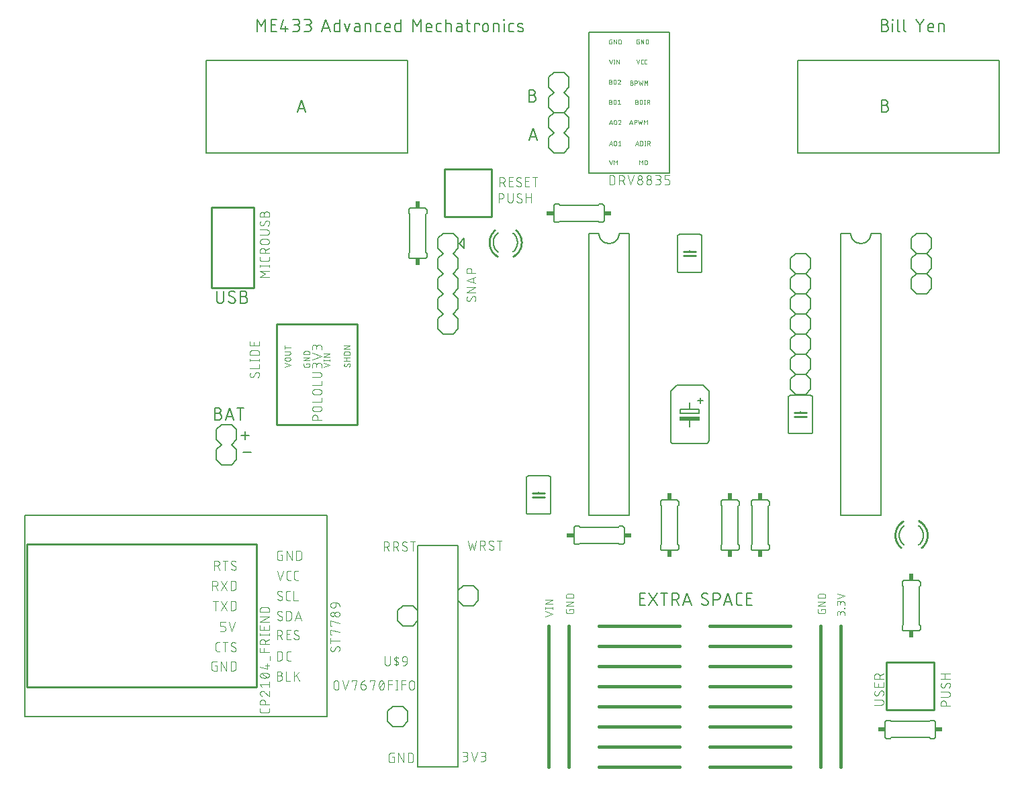
<source format=gto>
G75*
%MOIN*%
%OFA0B0*%
%FSLAX25Y25*%
%IPPOS*%
%LPD*%
%AMOC8*
5,1,8,0,0,1.08239X$1,22.5*
%
%ADD10C,0.00600*%
%ADD11C,0.01600*%
%ADD12C,0.00300*%
%ADD13C,0.00500*%
%ADD14C,0.01000*%
%ADD15C,0.00400*%
%ADD16C,0.00800*%
%ADD17R,0.03400X0.02400*%
%ADD18R,0.02400X0.03400*%
%ADD19R,0.10000X0.02000*%
%ADD20C,0.00200*%
D10*
X0250250Y0143300D02*
X0250250Y0160300D01*
X0250252Y0160360D01*
X0250257Y0160421D01*
X0250266Y0160480D01*
X0250279Y0160539D01*
X0250295Y0160598D01*
X0250315Y0160655D01*
X0250338Y0160710D01*
X0250365Y0160765D01*
X0250394Y0160817D01*
X0250427Y0160868D01*
X0250463Y0160917D01*
X0250501Y0160963D01*
X0250543Y0161007D01*
X0250587Y0161049D01*
X0250633Y0161087D01*
X0250682Y0161123D01*
X0250733Y0161156D01*
X0250785Y0161185D01*
X0250840Y0161212D01*
X0250895Y0161235D01*
X0250952Y0161255D01*
X0251011Y0161271D01*
X0251070Y0161284D01*
X0251129Y0161293D01*
X0251190Y0161298D01*
X0251250Y0161300D01*
X0261250Y0161300D01*
X0261310Y0161298D01*
X0261371Y0161293D01*
X0261430Y0161284D01*
X0261489Y0161271D01*
X0261548Y0161255D01*
X0261605Y0161235D01*
X0261660Y0161212D01*
X0261715Y0161185D01*
X0261767Y0161156D01*
X0261818Y0161123D01*
X0261867Y0161087D01*
X0261913Y0161049D01*
X0261957Y0161007D01*
X0261999Y0160963D01*
X0262037Y0160917D01*
X0262073Y0160868D01*
X0262106Y0160817D01*
X0262135Y0160765D01*
X0262162Y0160710D01*
X0262185Y0160655D01*
X0262205Y0160598D01*
X0262221Y0160539D01*
X0262234Y0160480D01*
X0262243Y0160421D01*
X0262248Y0160360D01*
X0262250Y0160300D01*
X0262250Y0143300D01*
X0262248Y0143240D01*
X0262243Y0143179D01*
X0262234Y0143120D01*
X0262221Y0143061D01*
X0262205Y0143002D01*
X0262185Y0142945D01*
X0262162Y0142890D01*
X0262135Y0142835D01*
X0262106Y0142783D01*
X0262073Y0142732D01*
X0262037Y0142683D01*
X0261999Y0142637D01*
X0261957Y0142593D01*
X0261913Y0142551D01*
X0261867Y0142513D01*
X0261818Y0142477D01*
X0261767Y0142444D01*
X0261715Y0142415D01*
X0261660Y0142388D01*
X0261605Y0142365D01*
X0261548Y0142345D01*
X0261489Y0142329D01*
X0261430Y0142316D01*
X0261371Y0142307D01*
X0261310Y0142302D01*
X0261250Y0142300D01*
X0251250Y0142300D01*
X0251190Y0142302D01*
X0251129Y0142307D01*
X0251070Y0142316D01*
X0251011Y0142329D01*
X0250952Y0142345D01*
X0250895Y0142365D01*
X0250840Y0142388D01*
X0250785Y0142415D01*
X0250733Y0142444D01*
X0250682Y0142477D01*
X0250633Y0142513D01*
X0250587Y0142551D01*
X0250543Y0142593D01*
X0250501Y0142637D01*
X0250463Y0142683D01*
X0250427Y0142732D01*
X0250394Y0142783D01*
X0250365Y0142835D01*
X0250338Y0142890D01*
X0250315Y0142945D01*
X0250295Y0143002D01*
X0250279Y0143061D01*
X0250266Y0143120D01*
X0250257Y0143179D01*
X0250252Y0143240D01*
X0250250Y0143300D01*
X0256250Y0150300D02*
X0256250Y0150800D01*
X0256250Y0152800D02*
X0256250Y0153300D01*
X0274750Y0136300D02*
X0276250Y0136300D01*
X0276750Y0135800D01*
X0295750Y0135800D01*
X0296250Y0136300D01*
X0297750Y0136300D01*
X0297810Y0136298D01*
X0297871Y0136293D01*
X0297930Y0136284D01*
X0297989Y0136271D01*
X0298048Y0136255D01*
X0298105Y0136235D01*
X0298160Y0136212D01*
X0298215Y0136185D01*
X0298267Y0136156D01*
X0298318Y0136123D01*
X0298367Y0136087D01*
X0298413Y0136049D01*
X0298457Y0136007D01*
X0298499Y0135963D01*
X0298537Y0135917D01*
X0298573Y0135868D01*
X0298606Y0135817D01*
X0298635Y0135765D01*
X0298662Y0135710D01*
X0298685Y0135655D01*
X0298705Y0135598D01*
X0298721Y0135539D01*
X0298734Y0135480D01*
X0298743Y0135421D01*
X0298748Y0135360D01*
X0298750Y0135300D01*
X0298750Y0128300D01*
X0298748Y0128240D01*
X0298743Y0128179D01*
X0298734Y0128120D01*
X0298721Y0128061D01*
X0298705Y0128002D01*
X0298685Y0127945D01*
X0298662Y0127890D01*
X0298635Y0127835D01*
X0298606Y0127783D01*
X0298573Y0127732D01*
X0298537Y0127683D01*
X0298499Y0127637D01*
X0298457Y0127593D01*
X0298413Y0127551D01*
X0298367Y0127513D01*
X0298318Y0127477D01*
X0298267Y0127444D01*
X0298215Y0127415D01*
X0298160Y0127388D01*
X0298105Y0127365D01*
X0298048Y0127345D01*
X0297989Y0127329D01*
X0297930Y0127316D01*
X0297871Y0127307D01*
X0297810Y0127302D01*
X0297750Y0127300D01*
X0296250Y0127300D01*
X0295750Y0127800D01*
X0276750Y0127800D01*
X0276250Y0127300D01*
X0274750Y0127300D01*
X0274690Y0127302D01*
X0274629Y0127307D01*
X0274570Y0127316D01*
X0274511Y0127329D01*
X0274452Y0127345D01*
X0274395Y0127365D01*
X0274340Y0127388D01*
X0274285Y0127415D01*
X0274233Y0127444D01*
X0274182Y0127477D01*
X0274133Y0127513D01*
X0274087Y0127551D01*
X0274043Y0127593D01*
X0274001Y0127637D01*
X0273963Y0127683D01*
X0273927Y0127732D01*
X0273894Y0127783D01*
X0273865Y0127835D01*
X0273838Y0127890D01*
X0273815Y0127945D01*
X0273795Y0128002D01*
X0273779Y0128061D01*
X0273766Y0128120D01*
X0273757Y0128179D01*
X0273752Y0128240D01*
X0273750Y0128300D01*
X0273750Y0135300D01*
X0273752Y0135360D01*
X0273757Y0135421D01*
X0273766Y0135480D01*
X0273779Y0135539D01*
X0273795Y0135598D01*
X0273815Y0135655D01*
X0273838Y0135710D01*
X0273865Y0135765D01*
X0273894Y0135817D01*
X0273927Y0135868D01*
X0273963Y0135917D01*
X0274001Y0135963D01*
X0274043Y0136007D01*
X0274087Y0136049D01*
X0274133Y0136087D01*
X0274182Y0136123D01*
X0274233Y0136156D01*
X0274285Y0136185D01*
X0274340Y0136212D01*
X0274395Y0136235D01*
X0274452Y0136255D01*
X0274511Y0136271D01*
X0274570Y0136284D01*
X0274629Y0136293D01*
X0274690Y0136298D01*
X0274750Y0136300D01*
X0281250Y0141800D02*
X0281250Y0281300D01*
X0281250Y0281800D02*
X0286250Y0281800D01*
X0286252Y0281660D01*
X0286258Y0281520D01*
X0286268Y0281380D01*
X0286281Y0281240D01*
X0286299Y0281101D01*
X0286321Y0280962D01*
X0286346Y0280825D01*
X0286375Y0280687D01*
X0286408Y0280551D01*
X0286445Y0280416D01*
X0286486Y0280282D01*
X0286531Y0280149D01*
X0286579Y0280017D01*
X0286631Y0279887D01*
X0286686Y0279758D01*
X0286745Y0279631D01*
X0286808Y0279505D01*
X0286874Y0279381D01*
X0286943Y0279260D01*
X0287016Y0279140D01*
X0287093Y0279022D01*
X0287172Y0278907D01*
X0287255Y0278793D01*
X0287341Y0278683D01*
X0287430Y0278574D01*
X0287522Y0278468D01*
X0287617Y0278365D01*
X0287714Y0278264D01*
X0287815Y0278167D01*
X0287918Y0278072D01*
X0288024Y0277980D01*
X0288133Y0277891D01*
X0288243Y0277805D01*
X0288357Y0277722D01*
X0288472Y0277643D01*
X0288590Y0277566D01*
X0288710Y0277493D01*
X0288831Y0277424D01*
X0288955Y0277358D01*
X0289081Y0277295D01*
X0289208Y0277236D01*
X0289337Y0277181D01*
X0289467Y0277129D01*
X0289599Y0277081D01*
X0289732Y0277036D01*
X0289866Y0276995D01*
X0290001Y0276958D01*
X0290137Y0276925D01*
X0290275Y0276896D01*
X0290412Y0276871D01*
X0290551Y0276849D01*
X0290690Y0276831D01*
X0290830Y0276818D01*
X0290970Y0276808D01*
X0291110Y0276802D01*
X0291250Y0276800D01*
X0291390Y0276802D01*
X0291530Y0276808D01*
X0291670Y0276818D01*
X0291810Y0276831D01*
X0291949Y0276849D01*
X0292088Y0276871D01*
X0292225Y0276896D01*
X0292363Y0276925D01*
X0292499Y0276958D01*
X0292634Y0276995D01*
X0292768Y0277036D01*
X0292901Y0277081D01*
X0293033Y0277129D01*
X0293163Y0277181D01*
X0293292Y0277236D01*
X0293419Y0277295D01*
X0293545Y0277358D01*
X0293669Y0277424D01*
X0293790Y0277493D01*
X0293910Y0277566D01*
X0294028Y0277643D01*
X0294143Y0277722D01*
X0294257Y0277805D01*
X0294367Y0277891D01*
X0294476Y0277980D01*
X0294582Y0278072D01*
X0294685Y0278167D01*
X0294786Y0278264D01*
X0294883Y0278365D01*
X0294978Y0278468D01*
X0295070Y0278574D01*
X0295159Y0278683D01*
X0295245Y0278793D01*
X0295328Y0278907D01*
X0295407Y0279022D01*
X0295484Y0279140D01*
X0295557Y0279260D01*
X0295626Y0279381D01*
X0295692Y0279505D01*
X0295755Y0279631D01*
X0295814Y0279758D01*
X0295869Y0279887D01*
X0295921Y0280017D01*
X0295969Y0280149D01*
X0296014Y0280282D01*
X0296055Y0280416D01*
X0296092Y0280551D01*
X0296125Y0280687D01*
X0296154Y0280825D01*
X0296179Y0280962D01*
X0296201Y0281101D01*
X0296219Y0281240D01*
X0296232Y0281380D01*
X0296242Y0281520D01*
X0296248Y0281660D01*
X0296250Y0281800D01*
X0301250Y0281800D01*
X0301250Y0141800D01*
X0281250Y0141800D01*
X0316750Y0146800D02*
X0317250Y0146300D01*
X0317250Y0127300D01*
X0316750Y0126800D01*
X0316750Y0125300D01*
X0316752Y0125240D01*
X0316757Y0125179D01*
X0316766Y0125120D01*
X0316779Y0125061D01*
X0316795Y0125002D01*
X0316815Y0124945D01*
X0316838Y0124890D01*
X0316865Y0124835D01*
X0316894Y0124783D01*
X0316927Y0124732D01*
X0316963Y0124683D01*
X0317001Y0124637D01*
X0317043Y0124593D01*
X0317087Y0124551D01*
X0317133Y0124513D01*
X0317182Y0124477D01*
X0317233Y0124444D01*
X0317285Y0124415D01*
X0317340Y0124388D01*
X0317395Y0124365D01*
X0317452Y0124345D01*
X0317511Y0124329D01*
X0317570Y0124316D01*
X0317629Y0124307D01*
X0317690Y0124302D01*
X0317750Y0124300D01*
X0324750Y0124300D01*
X0324810Y0124302D01*
X0324871Y0124307D01*
X0324930Y0124316D01*
X0324989Y0124329D01*
X0325048Y0124345D01*
X0325105Y0124365D01*
X0325160Y0124388D01*
X0325215Y0124415D01*
X0325267Y0124444D01*
X0325318Y0124477D01*
X0325367Y0124513D01*
X0325413Y0124551D01*
X0325457Y0124593D01*
X0325499Y0124637D01*
X0325537Y0124683D01*
X0325573Y0124732D01*
X0325606Y0124783D01*
X0325635Y0124835D01*
X0325662Y0124890D01*
X0325685Y0124945D01*
X0325705Y0125002D01*
X0325721Y0125061D01*
X0325734Y0125120D01*
X0325743Y0125179D01*
X0325748Y0125240D01*
X0325750Y0125300D01*
X0325750Y0126800D01*
X0325250Y0127300D01*
X0325250Y0146300D01*
X0325750Y0146800D01*
X0325750Y0148300D01*
X0325748Y0148360D01*
X0325743Y0148421D01*
X0325734Y0148480D01*
X0325721Y0148539D01*
X0325705Y0148598D01*
X0325685Y0148655D01*
X0325662Y0148710D01*
X0325635Y0148765D01*
X0325606Y0148817D01*
X0325573Y0148868D01*
X0325537Y0148917D01*
X0325499Y0148963D01*
X0325457Y0149007D01*
X0325413Y0149049D01*
X0325367Y0149087D01*
X0325318Y0149123D01*
X0325267Y0149156D01*
X0325215Y0149185D01*
X0325160Y0149212D01*
X0325105Y0149235D01*
X0325048Y0149255D01*
X0324989Y0149271D01*
X0324930Y0149284D01*
X0324871Y0149293D01*
X0324810Y0149298D01*
X0324750Y0149300D01*
X0317750Y0149300D01*
X0317690Y0149298D01*
X0317629Y0149293D01*
X0317570Y0149284D01*
X0317511Y0149271D01*
X0317452Y0149255D01*
X0317395Y0149235D01*
X0317340Y0149212D01*
X0317285Y0149185D01*
X0317233Y0149156D01*
X0317182Y0149123D01*
X0317133Y0149087D01*
X0317087Y0149049D01*
X0317043Y0149007D01*
X0317001Y0148963D01*
X0316963Y0148917D01*
X0316927Y0148868D01*
X0316894Y0148817D01*
X0316865Y0148765D01*
X0316838Y0148710D01*
X0316815Y0148655D01*
X0316795Y0148598D01*
X0316779Y0148539D01*
X0316766Y0148480D01*
X0316757Y0148421D01*
X0316752Y0148360D01*
X0316750Y0148300D01*
X0316750Y0146800D01*
X0346750Y0146800D02*
X0346750Y0148300D01*
X0346752Y0148360D01*
X0346757Y0148421D01*
X0346766Y0148480D01*
X0346779Y0148539D01*
X0346795Y0148598D01*
X0346815Y0148655D01*
X0346838Y0148710D01*
X0346865Y0148765D01*
X0346894Y0148817D01*
X0346927Y0148868D01*
X0346963Y0148917D01*
X0347001Y0148963D01*
X0347043Y0149007D01*
X0347087Y0149049D01*
X0347133Y0149087D01*
X0347182Y0149123D01*
X0347233Y0149156D01*
X0347285Y0149185D01*
X0347340Y0149212D01*
X0347395Y0149235D01*
X0347452Y0149255D01*
X0347511Y0149271D01*
X0347570Y0149284D01*
X0347629Y0149293D01*
X0347690Y0149298D01*
X0347750Y0149300D01*
X0354750Y0149300D01*
X0354810Y0149298D01*
X0354871Y0149293D01*
X0354930Y0149284D01*
X0354989Y0149271D01*
X0355048Y0149255D01*
X0355105Y0149235D01*
X0355160Y0149212D01*
X0355215Y0149185D01*
X0355267Y0149156D01*
X0355318Y0149123D01*
X0355367Y0149087D01*
X0355413Y0149049D01*
X0355457Y0149007D01*
X0355499Y0148963D01*
X0355537Y0148917D01*
X0355573Y0148868D01*
X0355606Y0148817D01*
X0355635Y0148765D01*
X0355662Y0148710D01*
X0355685Y0148655D01*
X0355705Y0148598D01*
X0355721Y0148539D01*
X0355734Y0148480D01*
X0355743Y0148421D01*
X0355748Y0148360D01*
X0355750Y0148300D01*
X0355750Y0146800D01*
X0355250Y0146300D01*
X0355250Y0127300D01*
X0355750Y0126800D01*
X0355750Y0125300D01*
X0355748Y0125240D01*
X0355743Y0125179D01*
X0355734Y0125120D01*
X0355721Y0125061D01*
X0355705Y0125002D01*
X0355685Y0124945D01*
X0355662Y0124890D01*
X0355635Y0124835D01*
X0355606Y0124783D01*
X0355573Y0124732D01*
X0355537Y0124683D01*
X0355499Y0124637D01*
X0355457Y0124593D01*
X0355413Y0124551D01*
X0355367Y0124513D01*
X0355318Y0124477D01*
X0355267Y0124444D01*
X0355215Y0124415D01*
X0355160Y0124388D01*
X0355105Y0124365D01*
X0355048Y0124345D01*
X0354989Y0124329D01*
X0354930Y0124316D01*
X0354871Y0124307D01*
X0354810Y0124302D01*
X0354750Y0124300D01*
X0347750Y0124300D01*
X0347690Y0124302D01*
X0347629Y0124307D01*
X0347570Y0124316D01*
X0347511Y0124329D01*
X0347452Y0124345D01*
X0347395Y0124365D01*
X0347340Y0124388D01*
X0347285Y0124415D01*
X0347233Y0124444D01*
X0347182Y0124477D01*
X0347133Y0124513D01*
X0347087Y0124551D01*
X0347043Y0124593D01*
X0347001Y0124637D01*
X0346963Y0124683D01*
X0346927Y0124732D01*
X0346894Y0124783D01*
X0346865Y0124835D01*
X0346838Y0124890D01*
X0346815Y0124945D01*
X0346795Y0125002D01*
X0346779Y0125061D01*
X0346766Y0125120D01*
X0346757Y0125179D01*
X0346752Y0125240D01*
X0346750Y0125300D01*
X0346750Y0126800D01*
X0347250Y0127300D01*
X0347250Y0146300D01*
X0346750Y0146800D01*
X0361750Y0146800D02*
X0362250Y0146300D01*
X0362250Y0127300D01*
X0361750Y0126800D01*
X0361750Y0125300D01*
X0361752Y0125240D01*
X0361757Y0125179D01*
X0361766Y0125120D01*
X0361779Y0125061D01*
X0361795Y0125002D01*
X0361815Y0124945D01*
X0361838Y0124890D01*
X0361865Y0124835D01*
X0361894Y0124783D01*
X0361927Y0124732D01*
X0361963Y0124683D01*
X0362001Y0124637D01*
X0362043Y0124593D01*
X0362087Y0124551D01*
X0362133Y0124513D01*
X0362182Y0124477D01*
X0362233Y0124444D01*
X0362285Y0124415D01*
X0362340Y0124388D01*
X0362395Y0124365D01*
X0362452Y0124345D01*
X0362511Y0124329D01*
X0362570Y0124316D01*
X0362629Y0124307D01*
X0362690Y0124302D01*
X0362750Y0124300D01*
X0369750Y0124300D01*
X0369810Y0124302D01*
X0369871Y0124307D01*
X0369930Y0124316D01*
X0369989Y0124329D01*
X0370048Y0124345D01*
X0370105Y0124365D01*
X0370160Y0124388D01*
X0370215Y0124415D01*
X0370267Y0124444D01*
X0370318Y0124477D01*
X0370367Y0124513D01*
X0370413Y0124551D01*
X0370457Y0124593D01*
X0370499Y0124637D01*
X0370537Y0124683D01*
X0370573Y0124732D01*
X0370606Y0124783D01*
X0370635Y0124835D01*
X0370662Y0124890D01*
X0370685Y0124945D01*
X0370705Y0125002D01*
X0370721Y0125061D01*
X0370734Y0125120D01*
X0370743Y0125179D01*
X0370748Y0125240D01*
X0370750Y0125300D01*
X0370750Y0126800D01*
X0370250Y0127300D01*
X0370250Y0146300D01*
X0370750Y0146800D01*
X0370750Y0148300D01*
X0370748Y0148360D01*
X0370743Y0148421D01*
X0370734Y0148480D01*
X0370721Y0148539D01*
X0370705Y0148598D01*
X0370685Y0148655D01*
X0370662Y0148710D01*
X0370635Y0148765D01*
X0370606Y0148817D01*
X0370573Y0148868D01*
X0370537Y0148917D01*
X0370499Y0148963D01*
X0370457Y0149007D01*
X0370413Y0149049D01*
X0370367Y0149087D01*
X0370318Y0149123D01*
X0370267Y0149156D01*
X0370215Y0149185D01*
X0370160Y0149212D01*
X0370105Y0149235D01*
X0370048Y0149255D01*
X0369989Y0149271D01*
X0369930Y0149284D01*
X0369871Y0149293D01*
X0369810Y0149298D01*
X0369750Y0149300D01*
X0362750Y0149300D01*
X0362690Y0149298D01*
X0362629Y0149293D01*
X0362570Y0149284D01*
X0362511Y0149271D01*
X0362452Y0149255D01*
X0362395Y0149235D01*
X0362340Y0149212D01*
X0362285Y0149185D01*
X0362233Y0149156D01*
X0362182Y0149123D01*
X0362133Y0149087D01*
X0362087Y0149049D01*
X0362043Y0149007D01*
X0362001Y0148963D01*
X0361963Y0148917D01*
X0361927Y0148868D01*
X0361894Y0148817D01*
X0361865Y0148765D01*
X0361838Y0148710D01*
X0361815Y0148655D01*
X0361795Y0148598D01*
X0361779Y0148539D01*
X0361766Y0148480D01*
X0361757Y0148421D01*
X0361752Y0148360D01*
X0361750Y0148300D01*
X0361750Y0146800D01*
X0339250Y0177300D02*
X0323250Y0177300D01*
X0323174Y0177302D01*
X0323098Y0177308D01*
X0323023Y0177317D01*
X0322948Y0177331D01*
X0322874Y0177348D01*
X0322801Y0177369D01*
X0322729Y0177393D01*
X0322658Y0177422D01*
X0322589Y0177453D01*
X0322522Y0177488D01*
X0322457Y0177527D01*
X0322393Y0177569D01*
X0322332Y0177614D01*
X0322273Y0177662D01*
X0322217Y0177713D01*
X0322163Y0177767D01*
X0322112Y0177823D01*
X0322064Y0177882D01*
X0322019Y0177943D01*
X0321977Y0178007D01*
X0321938Y0178072D01*
X0321903Y0178139D01*
X0321872Y0178208D01*
X0321843Y0178279D01*
X0321819Y0178351D01*
X0321798Y0178424D01*
X0321781Y0178498D01*
X0321767Y0178573D01*
X0321758Y0178648D01*
X0321752Y0178724D01*
X0321750Y0178800D01*
X0321750Y0203300D01*
X0324750Y0206300D01*
X0337750Y0206300D01*
X0340750Y0203300D01*
X0340750Y0178800D01*
X0340748Y0178724D01*
X0340742Y0178648D01*
X0340733Y0178573D01*
X0340719Y0178498D01*
X0340702Y0178424D01*
X0340681Y0178351D01*
X0340657Y0178279D01*
X0340628Y0178208D01*
X0340597Y0178139D01*
X0340562Y0178072D01*
X0340523Y0178007D01*
X0340481Y0177943D01*
X0340436Y0177882D01*
X0340388Y0177823D01*
X0340337Y0177767D01*
X0340283Y0177713D01*
X0340227Y0177662D01*
X0340168Y0177614D01*
X0340107Y0177569D01*
X0340043Y0177527D01*
X0339978Y0177488D01*
X0339911Y0177453D01*
X0339842Y0177422D01*
X0339771Y0177393D01*
X0339699Y0177369D01*
X0339626Y0177348D01*
X0339552Y0177331D01*
X0339477Y0177317D01*
X0339402Y0177308D01*
X0339326Y0177302D01*
X0339250Y0177300D01*
X0331250Y0185800D02*
X0331250Y0189300D01*
X0331250Y0194300D02*
X0326450Y0194300D01*
X0326450Y0192300D01*
X0336050Y0192300D01*
X0336050Y0194300D01*
X0331250Y0194300D01*
X0331250Y0197800D01*
X0335350Y0198800D02*
X0337850Y0198800D01*
X0336650Y0197500D02*
X0336650Y0200100D01*
X0380250Y0200300D02*
X0380250Y0183300D01*
X0380252Y0183240D01*
X0380257Y0183179D01*
X0380266Y0183120D01*
X0380279Y0183061D01*
X0380295Y0183002D01*
X0380315Y0182945D01*
X0380338Y0182890D01*
X0380365Y0182835D01*
X0380394Y0182783D01*
X0380427Y0182732D01*
X0380463Y0182683D01*
X0380501Y0182637D01*
X0380543Y0182593D01*
X0380587Y0182551D01*
X0380633Y0182513D01*
X0380682Y0182477D01*
X0380733Y0182444D01*
X0380785Y0182415D01*
X0380840Y0182388D01*
X0380895Y0182365D01*
X0380952Y0182345D01*
X0381011Y0182329D01*
X0381070Y0182316D01*
X0381129Y0182307D01*
X0381190Y0182302D01*
X0381250Y0182300D01*
X0391250Y0182300D01*
X0391310Y0182302D01*
X0391371Y0182307D01*
X0391430Y0182316D01*
X0391489Y0182329D01*
X0391548Y0182345D01*
X0391605Y0182365D01*
X0391660Y0182388D01*
X0391715Y0182415D01*
X0391767Y0182444D01*
X0391818Y0182477D01*
X0391867Y0182513D01*
X0391913Y0182551D01*
X0391957Y0182593D01*
X0391999Y0182637D01*
X0392037Y0182683D01*
X0392073Y0182732D01*
X0392106Y0182783D01*
X0392135Y0182835D01*
X0392162Y0182890D01*
X0392185Y0182945D01*
X0392205Y0183002D01*
X0392221Y0183061D01*
X0392234Y0183120D01*
X0392243Y0183179D01*
X0392248Y0183240D01*
X0392250Y0183300D01*
X0392250Y0200300D01*
X0392248Y0200360D01*
X0392243Y0200421D01*
X0392234Y0200480D01*
X0392221Y0200539D01*
X0392205Y0200598D01*
X0392185Y0200655D01*
X0392162Y0200710D01*
X0392135Y0200765D01*
X0392106Y0200817D01*
X0392073Y0200868D01*
X0392037Y0200917D01*
X0391999Y0200963D01*
X0391957Y0201007D01*
X0391913Y0201049D01*
X0391867Y0201087D01*
X0391818Y0201123D01*
X0391767Y0201156D01*
X0391715Y0201185D01*
X0391660Y0201212D01*
X0391605Y0201235D01*
X0391548Y0201255D01*
X0391489Y0201271D01*
X0391430Y0201284D01*
X0391371Y0201293D01*
X0391310Y0201298D01*
X0391250Y0201300D01*
X0381250Y0201300D01*
X0381190Y0201298D01*
X0381129Y0201293D01*
X0381070Y0201284D01*
X0381011Y0201271D01*
X0380952Y0201255D01*
X0380895Y0201235D01*
X0380840Y0201212D01*
X0380785Y0201185D01*
X0380733Y0201156D01*
X0380682Y0201123D01*
X0380633Y0201087D01*
X0380587Y0201049D01*
X0380543Y0201007D01*
X0380501Y0200963D01*
X0380463Y0200917D01*
X0380427Y0200868D01*
X0380394Y0200817D01*
X0380365Y0200765D01*
X0380338Y0200710D01*
X0380315Y0200655D01*
X0380295Y0200598D01*
X0380279Y0200539D01*
X0380266Y0200480D01*
X0380257Y0200421D01*
X0380252Y0200360D01*
X0380250Y0200300D01*
X0386250Y0193300D02*
X0386250Y0192800D01*
X0386250Y0190800D02*
X0386250Y0190300D01*
X0406250Y0141800D02*
X0406250Y0281300D01*
X0406250Y0281800D02*
X0411250Y0281800D01*
X0411252Y0281660D01*
X0411258Y0281520D01*
X0411268Y0281380D01*
X0411281Y0281240D01*
X0411299Y0281101D01*
X0411321Y0280962D01*
X0411346Y0280825D01*
X0411375Y0280687D01*
X0411408Y0280551D01*
X0411445Y0280416D01*
X0411486Y0280282D01*
X0411531Y0280149D01*
X0411579Y0280017D01*
X0411631Y0279887D01*
X0411686Y0279758D01*
X0411745Y0279631D01*
X0411808Y0279505D01*
X0411874Y0279381D01*
X0411943Y0279260D01*
X0412016Y0279140D01*
X0412093Y0279022D01*
X0412172Y0278907D01*
X0412255Y0278793D01*
X0412341Y0278683D01*
X0412430Y0278574D01*
X0412522Y0278468D01*
X0412617Y0278365D01*
X0412714Y0278264D01*
X0412815Y0278167D01*
X0412918Y0278072D01*
X0413024Y0277980D01*
X0413133Y0277891D01*
X0413243Y0277805D01*
X0413357Y0277722D01*
X0413472Y0277643D01*
X0413590Y0277566D01*
X0413710Y0277493D01*
X0413831Y0277424D01*
X0413955Y0277358D01*
X0414081Y0277295D01*
X0414208Y0277236D01*
X0414337Y0277181D01*
X0414467Y0277129D01*
X0414599Y0277081D01*
X0414732Y0277036D01*
X0414866Y0276995D01*
X0415001Y0276958D01*
X0415137Y0276925D01*
X0415275Y0276896D01*
X0415412Y0276871D01*
X0415551Y0276849D01*
X0415690Y0276831D01*
X0415830Y0276818D01*
X0415970Y0276808D01*
X0416110Y0276802D01*
X0416250Y0276800D01*
X0416390Y0276802D01*
X0416530Y0276808D01*
X0416670Y0276818D01*
X0416810Y0276831D01*
X0416949Y0276849D01*
X0417088Y0276871D01*
X0417225Y0276896D01*
X0417363Y0276925D01*
X0417499Y0276958D01*
X0417634Y0276995D01*
X0417768Y0277036D01*
X0417901Y0277081D01*
X0418033Y0277129D01*
X0418163Y0277181D01*
X0418292Y0277236D01*
X0418419Y0277295D01*
X0418545Y0277358D01*
X0418669Y0277424D01*
X0418790Y0277493D01*
X0418910Y0277566D01*
X0419028Y0277643D01*
X0419143Y0277722D01*
X0419257Y0277805D01*
X0419367Y0277891D01*
X0419476Y0277980D01*
X0419582Y0278072D01*
X0419685Y0278167D01*
X0419786Y0278264D01*
X0419883Y0278365D01*
X0419978Y0278468D01*
X0420070Y0278574D01*
X0420159Y0278683D01*
X0420245Y0278793D01*
X0420328Y0278907D01*
X0420407Y0279022D01*
X0420484Y0279140D01*
X0420557Y0279260D01*
X0420626Y0279381D01*
X0420692Y0279505D01*
X0420755Y0279631D01*
X0420814Y0279758D01*
X0420869Y0279887D01*
X0420921Y0280017D01*
X0420969Y0280149D01*
X0421014Y0280282D01*
X0421055Y0280416D01*
X0421092Y0280551D01*
X0421125Y0280687D01*
X0421154Y0280825D01*
X0421179Y0280962D01*
X0421201Y0281101D01*
X0421219Y0281240D01*
X0421232Y0281380D01*
X0421242Y0281520D01*
X0421248Y0281660D01*
X0421250Y0281800D01*
X0426250Y0281800D01*
X0426250Y0141800D01*
X0406250Y0141800D01*
X0444737Y0126918D02*
X0444862Y0127009D01*
X0444984Y0127103D01*
X0445103Y0127201D01*
X0445220Y0127301D01*
X0445334Y0127405D01*
X0445446Y0127511D01*
X0445554Y0127620D01*
X0445660Y0127732D01*
X0445763Y0127847D01*
X0445863Y0127964D01*
X0445961Y0128084D01*
X0446054Y0128206D01*
X0446145Y0128330D01*
X0446233Y0128457D01*
X0446317Y0128586D01*
X0446398Y0128718D01*
X0446475Y0128851D01*
X0446549Y0128986D01*
X0446620Y0129123D01*
X0446687Y0129262D01*
X0446750Y0129402D01*
X0446810Y0129545D01*
X0446866Y0129688D01*
X0446918Y0129833D01*
X0446967Y0129979D01*
X0447012Y0130127D01*
X0447053Y0130275D01*
X0447090Y0130425D01*
X0447124Y0130575D01*
X0447153Y0130727D01*
X0447179Y0130879D01*
X0447201Y0131031D01*
X0447218Y0131184D01*
X0447232Y0131338D01*
X0447242Y0131492D01*
X0447248Y0131646D01*
X0447250Y0131800D01*
X0437567Y0136536D02*
X0437448Y0136442D01*
X0437332Y0136344D01*
X0437218Y0136244D01*
X0437107Y0136140D01*
X0436999Y0136034D01*
X0436893Y0135926D01*
X0436791Y0135814D01*
X0436691Y0135700D01*
X0436593Y0135584D01*
X0436499Y0135465D01*
X0436408Y0135344D01*
X0436320Y0135220D01*
X0436235Y0135094D01*
X0436154Y0134967D01*
X0436075Y0134837D01*
X0436000Y0134705D01*
X0435929Y0134572D01*
X0435860Y0134436D01*
X0435795Y0134299D01*
X0435734Y0134161D01*
X0435676Y0134020D01*
X0435622Y0133879D01*
X0435571Y0133736D01*
X0435524Y0133592D01*
X0435480Y0133447D01*
X0435441Y0133300D01*
X0435405Y0133153D01*
X0435372Y0133005D01*
X0435344Y0132856D01*
X0435319Y0132706D01*
X0435298Y0132556D01*
X0435281Y0132406D01*
X0435267Y0132254D01*
X0435258Y0132103D01*
X0435252Y0131952D01*
X0435250Y0131800D01*
X0444850Y0136600D02*
X0444969Y0136508D01*
X0445086Y0136414D01*
X0445200Y0136316D01*
X0445312Y0136216D01*
X0445422Y0136112D01*
X0445528Y0136007D01*
X0445633Y0135898D01*
X0445734Y0135787D01*
X0445832Y0135673D01*
X0445928Y0135557D01*
X0446021Y0135439D01*
X0446110Y0135318D01*
X0446197Y0135195D01*
X0446280Y0135070D01*
X0446361Y0134943D01*
X0446438Y0134814D01*
X0446512Y0134683D01*
X0446583Y0134550D01*
X0446650Y0134416D01*
X0446714Y0134280D01*
X0446774Y0134142D01*
X0446831Y0134003D01*
X0446884Y0133862D01*
X0446934Y0133720D01*
X0446981Y0133577D01*
X0447023Y0133433D01*
X0447063Y0133288D01*
X0447098Y0133142D01*
X0447130Y0132995D01*
X0447158Y0132847D01*
X0447182Y0132699D01*
X0447203Y0132550D01*
X0447220Y0132400D01*
X0447233Y0132251D01*
X0447242Y0132101D01*
X0447248Y0131950D01*
X0447250Y0131800D01*
X0437567Y0127064D02*
X0437448Y0127158D01*
X0437332Y0127256D01*
X0437218Y0127356D01*
X0437107Y0127460D01*
X0436999Y0127566D01*
X0436893Y0127674D01*
X0436791Y0127786D01*
X0436691Y0127900D01*
X0436593Y0128016D01*
X0436499Y0128135D01*
X0436408Y0128256D01*
X0436320Y0128380D01*
X0436235Y0128506D01*
X0436154Y0128633D01*
X0436075Y0128763D01*
X0436000Y0128895D01*
X0435929Y0129028D01*
X0435860Y0129164D01*
X0435795Y0129301D01*
X0435734Y0129439D01*
X0435676Y0129580D01*
X0435622Y0129721D01*
X0435571Y0129864D01*
X0435524Y0130008D01*
X0435480Y0130153D01*
X0435441Y0130300D01*
X0435405Y0130447D01*
X0435372Y0130595D01*
X0435344Y0130744D01*
X0435319Y0130894D01*
X0435298Y0131044D01*
X0435281Y0131194D01*
X0435267Y0131346D01*
X0435258Y0131497D01*
X0435252Y0131648D01*
X0435250Y0131800D01*
X0437750Y0109300D02*
X0444750Y0109300D01*
X0444810Y0109298D01*
X0444871Y0109293D01*
X0444930Y0109284D01*
X0444989Y0109271D01*
X0445048Y0109255D01*
X0445105Y0109235D01*
X0445160Y0109212D01*
X0445215Y0109185D01*
X0445267Y0109156D01*
X0445318Y0109123D01*
X0445367Y0109087D01*
X0445413Y0109049D01*
X0445457Y0109007D01*
X0445499Y0108963D01*
X0445537Y0108917D01*
X0445573Y0108868D01*
X0445606Y0108817D01*
X0445635Y0108765D01*
X0445662Y0108710D01*
X0445685Y0108655D01*
X0445705Y0108598D01*
X0445721Y0108539D01*
X0445734Y0108480D01*
X0445743Y0108421D01*
X0445748Y0108360D01*
X0445750Y0108300D01*
X0445750Y0106800D01*
X0445250Y0106300D01*
X0445250Y0087300D01*
X0445750Y0086800D01*
X0445750Y0085300D01*
X0445748Y0085240D01*
X0445743Y0085179D01*
X0445734Y0085120D01*
X0445721Y0085061D01*
X0445705Y0085002D01*
X0445685Y0084945D01*
X0445662Y0084890D01*
X0445635Y0084835D01*
X0445606Y0084783D01*
X0445573Y0084732D01*
X0445537Y0084683D01*
X0445499Y0084637D01*
X0445457Y0084593D01*
X0445413Y0084551D01*
X0445367Y0084513D01*
X0445318Y0084477D01*
X0445267Y0084444D01*
X0445215Y0084415D01*
X0445160Y0084388D01*
X0445105Y0084365D01*
X0445048Y0084345D01*
X0444989Y0084329D01*
X0444930Y0084316D01*
X0444871Y0084307D01*
X0444810Y0084302D01*
X0444750Y0084300D01*
X0437750Y0084300D01*
X0437690Y0084302D01*
X0437629Y0084307D01*
X0437570Y0084316D01*
X0437511Y0084329D01*
X0437452Y0084345D01*
X0437395Y0084365D01*
X0437340Y0084388D01*
X0437285Y0084415D01*
X0437233Y0084444D01*
X0437182Y0084477D01*
X0437133Y0084513D01*
X0437087Y0084551D01*
X0437043Y0084593D01*
X0437001Y0084637D01*
X0436963Y0084683D01*
X0436927Y0084732D01*
X0436894Y0084783D01*
X0436865Y0084835D01*
X0436838Y0084890D01*
X0436815Y0084945D01*
X0436795Y0085002D01*
X0436779Y0085061D01*
X0436766Y0085120D01*
X0436757Y0085179D01*
X0436752Y0085240D01*
X0436750Y0085300D01*
X0436750Y0086800D01*
X0437250Y0087300D01*
X0437250Y0106300D01*
X0436750Y0106800D01*
X0436750Y0108300D01*
X0436752Y0108360D01*
X0436757Y0108421D01*
X0436766Y0108480D01*
X0436779Y0108539D01*
X0436795Y0108598D01*
X0436815Y0108655D01*
X0436838Y0108710D01*
X0436865Y0108765D01*
X0436894Y0108817D01*
X0436927Y0108868D01*
X0436963Y0108917D01*
X0437001Y0108963D01*
X0437043Y0109007D01*
X0437087Y0109049D01*
X0437133Y0109087D01*
X0437182Y0109123D01*
X0437233Y0109156D01*
X0437285Y0109185D01*
X0437340Y0109212D01*
X0437395Y0109235D01*
X0437452Y0109255D01*
X0437511Y0109271D01*
X0437570Y0109284D01*
X0437629Y0109293D01*
X0437690Y0109298D01*
X0437750Y0109300D01*
X0430750Y0039800D02*
X0429250Y0039800D01*
X0429190Y0039798D01*
X0429129Y0039793D01*
X0429070Y0039784D01*
X0429011Y0039771D01*
X0428952Y0039755D01*
X0428895Y0039735D01*
X0428840Y0039712D01*
X0428785Y0039685D01*
X0428733Y0039656D01*
X0428682Y0039623D01*
X0428633Y0039587D01*
X0428587Y0039549D01*
X0428543Y0039507D01*
X0428501Y0039463D01*
X0428463Y0039417D01*
X0428427Y0039368D01*
X0428394Y0039317D01*
X0428365Y0039265D01*
X0428338Y0039210D01*
X0428315Y0039155D01*
X0428295Y0039098D01*
X0428279Y0039039D01*
X0428266Y0038980D01*
X0428257Y0038921D01*
X0428252Y0038860D01*
X0428250Y0038800D01*
X0428250Y0031800D01*
X0428252Y0031740D01*
X0428257Y0031679D01*
X0428266Y0031620D01*
X0428279Y0031561D01*
X0428295Y0031502D01*
X0428315Y0031445D01*
X0428338Y0031390D01*
X0428365Y0031335D01*
X0428394Y0031283D01*
X0428427Y0031232D01*
X0428463Y0031183D01*
X0428501Y0031137D01*
X0428543Y0031093D01*
X0428587Y0031051D01*
X0428633Y0031013D01*
X0428682Y0030977D01*
X0428733Y0030944D01*
X0428785Y0030915D01*
X0428840Y0030888D01*
X0428895Y0030865D01*
X0428952Y0030845D01*
X0429011Y0030829D01*
X0429070Y0030816D01*
X0429129Y0030807D01*
X0429190Y0030802D01*
X0429250Y0030800D01*
X0430750Y0030800D01*
X0431250Y0031300D01*
X0450250Y0031300D01*
X0450750Y0030800D01*
X0452250Y0030800D01*
X0452310Y0030802D01*
X0452371Y0030807D01*
X0452430Y0030816D01*
X0452489Y0030829D01*
X0452548Y0030845D01*
X0452605Y0030865D01*
X0452660Y0030888D01*
X0452715Y0030915D01*
X0452767Y0030944D01*
X0452818Y0030977D01*
X0452867Y0031013D01*
X0452913Y0031051D01*
X0452957Y0031093D01*
X0452999Y0031137D01*
X0453037Y0031183D01*
X0453073Y0031232D01*
X0453106Y0031283D01*
X0453135Y0031335D01*
X0453162Y0031390D01*
X0453185Y0031445D01*
X0453205Y0031502D01*
X0453221Y0031561D01*
X0453234Y0031620D01*
X0453243Y0031679D01*
X0453248Y0031740D01*
X0453250Y0031800D01*
X0453250Y0038800D01*
X0453248Y0038860D01*
X0453243Y0038921D01*
X0453234Y0038980D01*
X0453221Y0039039D01*
X0453205Y0039098D01*
X0453185Y0039155D01*
X0453162Y0039210D01*
X0453135Y0039265D01*
X0453106Y0039317D01*
X0453073Y0039368D01*
X0453037Y0039417D01*
X0452999Y0039463D01*
X0452957Y0039507D01*
X0452913Y0039549D01*
X0452867Y0039587D01*
X0452818Y0039623D01*
X0452767Y0039656D01*
X0452715Y0039685D01*
X0452660Y0039712D01*
X0452605Y0039735D01*
X0452548Y0039755D01*
X0452489Y0039771D01*
X0452430Y0039784D01*
X0452371Y0039793D01*
X0452310Y0039798D01*
X0452250Y0039800D01*
X0450750Y0039800D01*
X0450250Y0039300D01*
X0431250Y0039300D01*
X0430750Y0039800D01*
X0336250Y0262300D02*
X0326250Y0262300D01*
X0326190Y0262302D01*
X0326129Y0262307D01*
X0326070Y0262316D01*
X0326011Y0262329D01*
X0325952Y0262345D01*
X0325895Y0262365D01*
X0325840Y0262388D01*
X0325785Y0262415D01*
X0325733Y0262444D01*
X0325682Y0262477D01*
X0325633Y0262513D01*
X0325587Y0262551D01*
X0325543Y0262593D01*
X0325501Y0262637D01*
X0325463Y0262683D01*
X0325427Y0262732D01*
X0325394Y0262783D01*
X0325365Y0262835D01*
X0325338Y0262890D01*
X0325315Y0262945D01*
X0325295Y0263002D01*
X0325279Y0263061D01*
X0325266Y0263120D01*
X0325257Y0263179D01*
X0325252Y0263240D01*
X0325250Y0263300D01*
X0325250Y0280300D01*
X0325252Y0280360D01*
X0325257Y0280421D01*
X0325266Y0280480D01*
X0325279Y0280539D01*
X0325295Y0280598D01*
X0325315Y0280655D01*
X0325338Y0280710D01*
X0325365Y0280765D01*
X0325394Y0280817D01*
X0325427Y0280868D01*
X0325463Y0280917D01*
X0325501Y0280963D01*
X0325543Y0281007D01*
X0325587Y0281049D01*
X0325633Y0281087D01*
X0325682Y0281123D01*
X0325733Y0281156D01*
X0325785Y0281185D01*
X0325840Y0281212D01*
X0325895Y0281235D01*
X0325952Y0281255D01*
X0326011Y0281271D01*
X0326070Y0281284D01*
X0326129Y0281293D01*
X0326190Y0281298D01*
X0326250Y0281300D01*
X0336250Y0281300D01*
X0336310Y0281298D01*
X0336371Y0281293D01*
X0336430Y0281284D01*
X0336489Y0281271D01*
X0336548Y0281255D01*
X0336605Y0281235D01*
X0336660Y0281212D01*
X0336715Y0281185D01*
X0336767Y0281156D01*
X0336818Y0281123D01*
X0336867Y0281087D01*
X0336913Y0281049D01*
X0336957Y0281007D01*
X0336999Y0280963D01*
X0337037Y0280917D01*
X0337073Y0280868D01*
X0337106Y0280817D01*
X0337135Y0280765D01*
X0337162Y0280710D01*
X0337185Y0280655D01*
X0337205Y0280598D01*
X0337221Y0280539D01*
X0337234Y0280480D01*
X0337243Y0280421D01*
X0337248Y0280360D01*
X0337250Y0280300D01*
X0337250Y0263300D01*
X0337248Y0263240D01*
X0337243Y0263179D01*
X0337234Y0263120D01*
X0337221Y0263061D01*
X0337205Y0263002D01*
X0337185Y0262945D01*
X0337162Y0262890D01*
X0337135Y0262835D01*
X0337106Y0262783D01*
X0337073Y0262732D01*
X0337037Y0262683D01*
X0336999Y0262637D01*
X0336957Y0262593D01*
X0336913Y0262551D01*
X0336867Y0262513D01*
X0336818Y0262477D01*
X0336767Y0262444D01*
X0336715Y0262415D01*
X0336660Y0262388D01*
X0336605Y0262365D01*
X0336548Y0262345D01*
X0336489Y0262329D01*
X0336430Y0262316D01*
X0336371Y0262307D01*
X0336310Y0262302D01*
X0336250Y0262300D01*
X0331250Y0270300D02*
X0331250Y0270800D01*
X0331250Y0272800D02*
X0331250Y0273300D01*
X0288750Y0288300D02*
X0288750Y0295300D01*
X0288748Y0295360D01*
X0288743Y0295421D01*
X0288734Y0295480D01*
X0288721Y0295539D01*
X0288705Y0295598D01*
X0288685Y0295655D01*
X0288662Y0295710D01*
X0288635Y0295765D01*
X0288606Y0295817D01*
X0288573Y0295868D01*
X0288537Y0295917D01*
X0288499Y0295963D01*
X0288457Y0296007D01*
X0288413Y0296049D01*
X0288367Y0296087D01*
X0288318Y0296123D01*
X0288267Y0296156D01*
X0288215Y0296185D01*
X0288160Y0296212D01*
X0288105Y0296235D01*
X0288048Y0296255D01*
X0287989Y0296271D01*
X0287930Y0296284D01*
X0287871Y0296293D01*
X0287810Y0296298D01*
X0287750Y0296300D01*
X0286250Y0296300D01*
X0285750Y0295800D01*
X0266750Y0295800D01*
X0266250Y0296300D01*
X0264750Y0296300D01*
X0264690Y0296298D01*
X0264629Y0296293D01*
X0264570Y0296284D01*
X0264511Y0296271D01*
X0264452Y0296255D01*
X0264395Y0296235D01*
X0264340Y0296212D01*
X0264285Y0296185D01*
X0264233Y0296156D01*
X0264182Y0296123D01*
X0264133Y0296087D01*
X0264087Y0296049D01*
X0264043Y0296007D01*
X0264001Y0295963D01*
X0263963Y0295917D01*
X0263927Y0295868D01*
X0263894Y0295817D01*
X0263865Y0295765D01*
X0263838Y0295710D01*
X0263815Y0295655D01*
X0263795Y0295598D01*
X0263779Y0295539D01*
X0263766Y0295480D01*
X0263757Y0295421D01*
X0263752Y0295360D01*
X0263750Y0295300D01*
X0263750Y0288300D01*
X0263752Y0288240D01*
X0263757Y0288179D01*
X0263766Y0288120D01*
X0263779Y0288061D01*
X0263795Y0288002D01*
X0263815Y0287945D01*
X0263838Y0287890D01*
X0263865Y0287835D01*
X0263894Y0287783D01*
X0263927Y0287732D01*
X0263963Y0287683D01*
X0264001Y0287637D01*
X0264043Y0287593D01*
X0264087Y0287551D01*
X0264133Y0287513D01*
X0264182Y0287477D01*
X0264233Y0287444D01*
X0264285Y0287415D01*
X0264340Y0287388D01*
X0264395Y0287365D01*
X0264452Y0287345D01*
X0264511Y0287329D01*
X0264570Y0287316D01*
X0264629Y0287307D01*
X0264690Y0287302D01*
X0264750Y0287300D01*
X0266250Y0287300D01*
X0266750Y0287800D01*
X0285750Y0287800D01*
X0286250Y0287300D01*
X0287750Y0287300D01*
X0287810Y0287302D01*
X0287871Y0287307D01*
X0287930Y0287316D01*
X0287989Y0287329D01*
X0288048Y0287345D01*
X0288105Y0287365D01*
X0288160Y0287388D01*
X0288215Y0287415D01*
X0288267Y0287444D01*
X0288318Y0287477D01*
X0288367Y0287513D01*
X0288413Y0287551D01*
X0288457Y0287593D01*
X0288499Y0287637D01*
X0288537Y0287683D01*
X0288573Y0287732D01*
X0288606Y0287783D01*
X0288635Y0287835D01*
X0288662Y0287890D01*
X0288685Y0287945D01*
X0288705Y0288002D01*
X0288721Y0288061D01*
X0288734Y0288120D01*
X0288743Y0288179D01*
X0288748Y0288240D01*
X0288750Y0288300D01*
X0245750Y0277300D02*
X0245748Y0277148D01*
X0245742Y0276997D01*
X0245733Y0276846D01*
X0245719Y0276694D01*
X0245702Y0276544D01*
X0245681Y0276394D01*
X0245656Y0276244D01*
X0245628Y0276095D01*
X0245595Y0275947D01*
X0245559Y0275800D01*
X0245520Y0275653D01*
X0245476Y0275508D01*
X0245429Y0275364D01*
X0245378Y0275221D01*
X0245324Y0275080D01*
X0245266Y0274939D01*
X0245205Y0274801D01*
X0245140Y0274664D01*
X0245071Y0274528D01*
X0245000Y0274395D01*
X0244925Y0274263D01*
X0244846Y0274133D01*
X0244765Y0274006D01*
X0244680Y0273880D01*
X0244592Y0273756D01*
X0244501Y0273635D01*
X0244407Y0273516D01*
X0244309Y0273400D01*
X0244209Y0273286D01*
X0244107Y0273174D01*
X0244001Y0273066D01*
X0243893Y0272960D01*
X0243782Y0272856D01*
X0243668Y0272756D01*
X0243552Y0272658D01*
X0243433Y0272564D01*
X0233750Y0277300D02*
X0233752Y0277454D01*
X0233758Y0277608D01*
X0233768Y0277762D01*
X0233782Y0277916D01*
X0233799Y0278069D01*
X0233821Y0278221D01*
X0233847Y0278373D01*
X0233876Y0278525D01*
X0233910Y0278675D01*
X0233947Y0278825D01*
X0233988Y0278973D01*
X0234033Y0279121D01*
X0234082Y0279267D01*
X0234134Y0279412D01*
X0234190Y0279555D01*
X0234250Y0279698D01*
X0234313Y0279838D01*
X0234380Y0279977D01*
X0234451Y0280114D01*
X0234525Y0280249D01*
X0234602Y0280382D01*
X0234683Y0280514D01*
X0234767Y0280643D01*
X0234855Y0280770D01*
X0234946Y0280894D01*
X0235039Y0281016D01*
X0235137Y0281136D01*
X0235237Y0281253D01*
X0235340Y0281368D01*
X0235446Y0281480D01*
X0235554Y0281589D01*
X0235666Y0281695D01*
X0235780Y0281799D01*
X0235897Y0281899D01*
X0236016Y0281997D01*
X0236138Y0282091D01*
X0236263Y0282182D01*
X0233750Y0277300D02*
X0233752Y0277150D01*
X0233758Y0276999D01*
X0233767Y0276849D01*
X0233780Y0276700D01*
X0233797Y0276550D01*
X0233818Y0276401D01*
X0233842Y0276253D01*
X0233870Y0276105D01*
X0233902Y0275958D01*
X0233937Y0275812D01*
X0233977Y0275667D01*
X0234019Y0275523D01*
X0234066Y0275380D01*
X0234116Y0275238D01*
X0234169Y0275097D01*
X0234226Y0274958D01*
X0234286Y0274820D01*
X0234350Y0274684D01*
X0234417Y0274550D01*
X0234488Y0274417D01*
X0234562Y0274286D01*
X0234639Y0274157D01*
X0234720Y0274030D01*
X0234803Y0273905D01*
X0234890Y0273782D01*
X0234979Y0273661D01*
X0235072Y0273543D01*
X0235168Y0273427D01*
X0235266Y0273313D01*
X0235367Y0273202D01*
X0235472Y0273093D01*
X0235578Y0272988D01*
X0235688Y0272884D01*
X0235800Y0272784D01*
X0235914Y0272686D01*
X0236031Y0272592D01*
X0236150Y0272500D01*
X0245750Y0277300D02*
X0245748Y0277452D01*
X0245742Y0277603D01*
X0245733Y0277754D01*
X0245719Y0277906D01*
X0245702Y0278056D01*
X0245681Y0278206D01*
X0245656Y0278356D01*
X0245628Y0278505D01*
X0245595Y0278653D01*
X0245559Y0278800D01*
X0245520Y0278947D01*
X0245476Y0279092D01*
X0245429Y0279236D01*
X0245378Y0279379D01*
X0245324Y0279520D01*
X0245266Y0279661D01*
X0245205Y0279799D01*
X0245140Y0279936D01*
X0245071Y0280072D01*
X0245000Y0280205D01*
X0244925Y0280337D01*
X0244846Y0280467D01*
X0244765Y0280594D01*
X0244680Y0280720D01*
X0244592Y0280844D01*
X0244501Y0280965D01*
X0244407Y0281084D01*
X0244309Y0281200D01*
X0244209Y0281314D01*
X0244107Y0281426D01*
X0244001Y0281534D01*
X0243893Y0281640D01*
X0243782Y0281744D01*
X0243668Y0281844D01*
X0243552Y0281942D01*
X0243433Y0282036D01*
X0200750Y0291800D02*
X0200250Y0291300D01*
X0200250Y0272300D01*
X0200750Y0271800D01*
X0200750Y0270300D01*
X0200748Y0270240D01*
X0200743Y0270179D01*
X0200734Y0270120D01*
X0200721Y0270061D01*
X0200705Y0270002D01*
X0200685Y0269945D01*
X0200662Y0269890D01*
X0200635Y0269835D01*
X0200606Y0269783D01*
X0200573Y0269732D01*
X0200537Y0269683D01*
X0200499Y0269637D01*
X0200457Y0269593D01*
X0200413Y0269551D01*
X0200367Y0269513D01*
X0200318Y0269477D01*
X0200267Y0269444D01*
X0200215Y0269415D01*
X0200160Y0269388D01*
X0200105Y0269365D01*
X0200048Y0269345D01*
X0199989Y0269329D01*
X0199930Y0269316D01*
X0199871Y0269307D01*
X0199810Y0269302D01*
X0199750Y0269300D01*
X0192750Y0269300D01*
X0192690Y0269302D01*
X0192629Y0269307D01*
X0192570Y0269316D01*
X0192511Y0269329D01*
X0192452Y0269345D01*
X0192395Y0269365D01*
X0192340Y0269388D01*
X0192285Y0269415D01*
X0192233Y0269444D01*
X0192182Y0269477D01*
X0192133Y0269513D01*
X0192087Y0269551D01*
X0192043Y0269593D01*
X0192001Y0269637D01*
X0191963Y0269683D01*
X0191927Y0269732D01*
X0191894Y0269783D01*
X0191865Y0269835D01*
X0191838Y0269890D01*
X0191815Y0269945D01*
X0191795Y0270002D01*
X0191779Y0270061D01*
X0191766Y0270120D01*
X0191757Y0270179D01*
X0191752Y0270240D01*
X0191750Y0270300D01*
X0191750Y0271800D01*
X0192250Y0272300D01*
X0192250Y0291300D01*
X0191750Y0291800D01*
X0191750Y0293300D01*
X0191752Y0293360D01*
X0191757Y0293421D01*
X0191766Y0293480D01*
X0191779Y0293539D01*
X0191795Y0293598D01*
X0191815Y0293655D01*
X0191838Y0293710D01*
X0191865Y0293765D01*
X0191894Y0293817D01*
X0191927Y0293868D01*
X0191963Y0293917D01*
X0192001Y0293963D01*
X0192043Y0294007D01*
X0192087Y0294049D01*
X0192133Y0294087D01*
X0192182Y0294123D01*
X0192233Y0294156D01*
X0192285Y0294185D01*
X0192340Y0294212D01*
X0192395Y0294235D01*
X0192452Y0294255D01*
X0192511Y0294271D01*
X0192570Y0294284D01*
X0192629Y0294293D01*
X0192690Y0294298D01*
X0192750Y0294300D01*
X0199750Y0294300D01*
X0199810Y0294298D01*
X0199871Y0294293D01*
X0199930Y0294284D01*
X0199989Y0294271D01*
X0200048Y0294255D01*
X0200105Y0294235D01*
X0200160Y0294212D01*
X0200215Y0294185D01*
X0200267Y0294156D01*
X0200318Y0294123D01*
X0200367Y0294087D01*
X0200413Y0294049D01*
X0200457Y0294007D01*
X0200499Y0293963D01*
X0200537Y0293917D01*
X0200573Y0293868D01*
X0200606Y0293817D01*
X0200635Y0293765D01*
X0200662Y0293710D01*
X0200685Y0293655D01*
X0200705Y0293598D01*
X0200721Y0293539D01*
X0200734Y0293480D01*
X0200743Y0293421D01*
X0200748Y0293360D01*
X0200750Y0293300D01*
X0200750Y0291800D01*
X0191250Y0321800D02*
X0091250Y0321800D01*
X0091250Y0367800D01*
X0191250Y0367800D01*
X0191250Y0321800D01*
X0384750Y0321800D02*
X0484750Y0321800D01*
X0484750Y0367800D01*
X0384750Y0367800D01*
X0384750Y0321800D01*
D11*
X0381250Y0086800D02*
X0341250Y0086800D01*
X0341250Y0076800D02*
X0381250Y0076800D01*
X0381250Y0066800D02*
X0341250Y0066800D01*
X0341250Y0056800D02*
X0381250Y0056800D01*
X0381250Y0046800D02*
X0341250Y0046800D01*
X0341250Y0036800D02*
X0381250Y0036800D01*
X0381250Y0026800D02*
X0341250Y0026800D01*
X0341250Y0016800D02*
X0381250Y0016800D01*
X0396250Y0016800D02*
X0396250Y0086800D01*
X0406250Y0086800D02*
X0406250Y0016800D01*
X0326250Y0016800D02*
X0286250Y0016800D01*
X0286250Y0026800D02*
X0326250Y0026800D01*
X0326250Y0036800D02*
X0286250Y0036800D01*
X0286250Y0046800D02*
X0326250Y0046800D01*
X0326250Y0056800D02*
X0286250Y0056800D01*
X0286250Y0066800D02*
X0326250Y0066800D01*
X0326250Y0076800D02*
X0286250Y0076800D01*
X0286250Y0086800D02*
X0326250Y0086800D01*
X0271250Y0086800D02*
X0271250Y0016800D01*
X0261250Y0016800D02*
X0261250Y0086800D01*
D12*
X0259400Y0091450D02*
X0263100Y0092683D01*
X0259400Y0093917D01*
X0259400Y0095152D02*
X0259400Y0095974D01*
X0259400Y0095563D02*
X0263100Y0095563D01*
X0263100Y0095152D02*
X0263100Y0095974D01*
X0263100Y0097536D02*
X0259400Y0097536D01*
X0263100Y0099591D01*
X0259400Y0099591D01*
X0269900Y0098810D02*
X0273600Y0098810D01*
X0269900Y0096754D01*
X0273600Y0096754D01*
X0273600Y0094970D02*
X0271544Y0094970D01*
X0271544Y0094353D01*
X0270722Y0092915D02*
X0270666Y0092917D01*
X0270610Y0092923D01*
X0270555Y0092932D01*
X0270500Y0092945D01*
X0270447Y0092962D01*
X0270395Y0092983D01*
X0270344Y0093007D01*
X0270295Y0093035D01*
X0270248Y0093065D01*
X0270203Y0093099D01*
X0270161Y0093136D01*
X0270121Y0093176D01*
X0270084Y0093218D01*
X0270050Y0093263D01*
X0270020Y0093310D01*
X0269992Y0093359D01*
X0269968Y0093409D01*
X0269947Y0093462D01*
X0269930Y0093515D01*
X0269917Y0093570D01*
X0269908Y0093625D01*
X0269902Y0093681D01*
X0269900Y0093737D01*
X0269900Y0094970D01*
X0270722Y0092914D02*
X0272778Y0092914D01*
X0272778Y0092915D02*
X0272834Y0092917D01*
X0272890Y0092923D01*
X0272945Y0092932D01*
X0273000Y0092945D01*
X0273053Y0092962D01*
X0273105Y0092983D01*
X0273156Y0093007D01*
X0273205Y0093035D01*
X0273252Y0093065D01*
X0273297Y0093099D01*
X0273339Y0093136D01*
X0273379Y0093176D01*
X0273416Y0093218D01*
X0273450Y0093263D01*
X0273480Y0093310D01*
X0273508Y0093359D01*
X0273532Y0093410D01*
X0273553Y0093462D01*
X0273570Y0093515D01*
X0273583Y0093570D01*
X0273592Y0093625D01*
X0273598Y0093681D01*
X0273600Y0093737D01*
X0273600Y0094970D01*
X0273600Y0100594D02*
X0269900Y0100594D01*
X0269900Y0101622D01*
X0269902Y0101684D01*
X0269907Y0101746D01*
X0269917Y0101807D01*
X0269930Y0101868D01*
X0269947Y0101928D01*
X0269967Y0101987D01*
X0269991Y0102044D01*
X0270018Y0102100D01*
X0270048Y0102154D01*
X0270082Y0102206D01*
X0270119Y0102256D01*
X0270159Y0102304D01*
X0270201Y0102349D01*
X0270246Y0102391D01*
X0270294Y0102431D01*
X0270344Y0102468D01*
X0270396Y0102502D01*
X0270450Y0102532D01*
X0270506Y0102559D01*
X0270563Y0102583D01*
X0270622Y0102603D01*
X0270682Y0102620D01*
X0270743Y0102633D01*
X0270804Y0102643D01*
X0270866Y0102648D01*
X0270928Y0102650D01*
X0272572Y0102650D01*
X0272634Y0102648D01*
X0272696Y0102643D01*
X0272757Y0102633D01*
X0272818Y0102620D01*
X0272878Y0102603D01*
X0272937Y0102583D01*
X0272994Y0102559D01*
X0273050Y0102532D01*
X0273104Y0102502D01*
X0273156Y0102468D01*
X0273206Y0102431D01*
X0273254Y0102391D01*
X0273299Y0102349D01*
X0273341Y0102304D01*
X0273381Y0102256D01*
X0273418Y0102206D01*
X0273452Y0102154D01*
X0273482Y0102100D01*
X0273509Y0102044D01*
X0273533Y0101987D01*
X0273553Y0101928D01*
X0273570Y0101868D01*
X0273583Y0101807D01*
X0273593Y0101746D01*
X0273598Y0101684D01*
X0273600Y0101622D01*
X0273600Y0100594D01*
X0394900Y0100594D02*
X0394900Y0101622D01*
X0394900Y0100594D02*
X0398600Y0100594D01*
X0398600Y0101622D01*
X0398598Y0101684D01*
X0398593Y0101746D01*
X0398583Y0101807D01*
X0398570Y0101868D01*
X0398553Y0101928D01*
X0398533Y0101987D01*
X0398509Y0102044D01*
X0398482Y0102100D01*
X0398452Y0102154D01*
X0398418Y0102206D01*
X0398381Y0102256D01*
X0398341Y0102304D01*
X0398299Y0102349D01*
X0398254Y0102391D01*
X0398206Y0102431D01*
X0398156Y0102468D01*
X0398104Y0102502D01*
X0398050Y0102532D01*
X0397994Y0102559D01*
X0397937Y0102583D01*
X0397878Y0102603D01*
X0397818Y0102620D01*
X0397757Y0102633D01*
X0397696Y0102643D01*
X0397634Y0102648D01*
X0397572Y0102650D01*
X0395928Y0102650D01*
X0395866Y0102648D01*
X0395804Y0102643D01*
X0395743Y0102633D01*
X0395682Y0102620D01*
X0395622Y0102603D01*
X0395563Y0102583D01*
X0395506Y0102559D01*
X0395450Y0102532D01*
X0395396Y0102502D01*
X0395344Y0102468D01*
X0395294Y0102431D01*
X0395246Y0102391D01*
X0395201Y0102349D01*
X0395159Y0102304D01*
X0395119Y0102256D01*
X0395082Y0102206D01*
X0395048Y0102154D01*
X0395018Y0102100D01*
X0394991Y0102044D01*
X0394967Y0101987D01*
X0394947Y0101928D01*
X0394930Y0101868D01*
X0394917Y0101807D01*
X0394907Y0101746D01*
X0394902Y0101684D01*
X0394900Y0101622D01*
X0394900Y0098810D02*
X0398600Y0098810D01*
X0394900Y0096754D01*
X0398600Y0096754D01*
X0398600Y0094970D02*
X0398600Y0093737D01*
X0398598Y0093681D01*
X0398592Y0093625D01*
X0398583Y0093570D01*
X0398570Y0093515D01*
X0398553Y0093462D01*
X0398532Y0093410D01*
X0398508Y0093359D01*
X0398480Y0093310D01*
X0398450Y0093263D01*
X0398416Y0093218D01*
X0398379Y0093176D01*
X0398339Y0093136D01*
X0398297Y0093099D01*
X0398252Y0093065D01*
X0398205Y0093035D01*
X0398156Y0093007D01*
X0398105Y0092983D01*
X0398053Y0092962D01*
X0398000Y0092945D01*
X0397945Y0092932D01*
X0397890Y0092923D01*
X0397834Y0092917D01*
X0397778Y0092915D01*
X0397778Y0092914D02*
X0395722Y0092914D01*
X0395722Y0092915D02*
X0395666Y0092917D01*
X0395610Y0092923D01*
X0395555Y0092932D01*
X0395500Y0092945D01*
X0395447Y0092962D01*
X0395395Y0092983D01*
X0395344Y0093007D01*
X0395295Y0093035D01*
X0395248Y0093065D01*
X0395203Y0093099D01*
X0395161Y0093136D01*
X0395121Y0093176D01*
X0395084Y0093218D01*
X0395050Y0093263D01*
X0395020Y0093310D01*
X0394992Y0093359D01*
X0394968Y0093409D01*
X0394947Y0093462D01*
X0394930Y0093515D01*
X0394917Y0093570D01*
X0394908Y0093625D01*
X0394902Y0093681D01*
X0394900Y0093737D01*
X0394900Y0094970D01*
X0396544Y0094970D02*
X0398600Y0094970D01*
X0396544Y0094970D02*
X0396544Y0094353D01*
X0404400Y0093183D02*
X0404400Y0091950D01*
X0404400Y0093183D02*
X0404402Y0093239D01*
X0404408Y0093295D01*
X0404417Y0093350D01*
X0404430Y0093405D01*
X0404447Y0093458D01*
X0404468Y0093510D01*
X0404492Y0093561D01*
X0404520Y0093610D01*
X0404550Y0093657D01*
X0404584Y0093702D01*
X0404621Y0093744D01*
X0404661Y0093784D01*
X0404703Y0093821D01*
X0404748Y0093855D01*
X0404795Y0093885D01*
X0404844Y0093913D01*
X0404895Y0093937D01*
X0404947Y0093958D01*
X0405000Y0093975D01*
X0405055Y0093988D01*
X0405110Y0093997D01*
X0405166Y0094003D01*
X0405222Y0094005D01*
X0405278Y0094003D01*
X0405334Y0093997D01*
X0405389Y0093988D01*
X0405444Y0093975D01*
X0405497Y0093958D01*
X0405549Y0093937D01*
X0405600Y0093913D01*
X0405649Y0093885D01*
X0405696Y0093855D01*
X0405741Y0093821D01*
X0405783Y0093784D01*
X0405823Y0093744D01*
X0405860Y0093702D01*
X0405894Y0093657D01*
X0405924Y0093610D01*
X0405952Y0093561D01*
X0405976Y0093510D01*
X0405997Y0093458D01*
X0406014Y0093405D01*
X0406027Y0093350D01*
X0406036Y0093295D01*
X0406042Y0093239D01*
X0406044Y0093183D01*
X0406044Y0092361D01*
X0406044Y0092978D02*
X0406046Y0093041D01*
X0406052Y0093104D01*
X0406062Y0093167D01*
X0406075Y0093229D01*
X0406092Y0093290D01*
X0406113Y0093349D01*
X0406138Y0093408D01*
X0406166Y0093464D01*
X0406198Y0093519D01*
X0406233Y0093572D01*
X0406271Y0093622D01*
X0406312Y0093671D01*
X0406356Y0093716D01*
X0406403Y0093759D01*
X0406452Y0093798D01*
X0406504Y0093835D01*
X0406558Y0093868D01*
X0406614Y0093898D01*
X0406671Y0093925D01*
X0406730Y0093948D01*
X0406791Y0093967D01*
X0406852Y0093982D01*
X0406914Y0093994D01*
X0406977Y0094002D01*
X0407040Y0094006D01*
X0407104Y0094006D01*
X0407167Y0094002D01*
X0407230Y0093994D01*
X0407292Y0093982D01*
X0407353Y0093967D01*
X0407414Y0093948D01*
X0407473Y0093925D01*
X0407530Y0093898D01*
X0407586Y0093868D01*
X0407640Y0093835D01*
X0407692Y0093798D01*
X0407741Y0093759D01*
X0407788Y0093716D01*
X0407832Y0093671D01*
X0407873Y0093622D01*
X0407911Y0093572D01*
X0407946Y0093519D01*
X0407978Y0093464D01*
X0408006Y0093408D01*
X0408031Y0093349D01*
X0408052Y0093290D01*
X0408069Y0093229D01*
X0408082Y0093167D01*
X0408092Y0093104D01*
X0408098Y0093041D01*
X0408100Y0092978D01*
X0408100Y0091950D01*
X0408100Y0095395D02*
X0408100Y0095601D01*
X0407894Y0095601D01*
X0407894Y0095395D01*
X0408100Y0095395D01*
X0408100Y0096990D02*
X0408100Y0098018D01*
X0408098Y0098081D01*
X0408092Y0098144D01*
X0408082Y0098207D01*
X0408069Y0098269D01*
X0408052Y0098330D01*
X0408031Y0098389D01*
X0408006Y0098448D01*
X0407978Y0098504D01*
X0407946Y0098559D01*
X0407911Y0098612D01*
X0407873Y0098662D01*
X0407832Y0098711D01*
X0407788Y0098756D01*
X0407741Y0098799D01*
X0407692Y0098838D01*
X0407640Y0098875D01*
X0407586Y0098908D01*
X0407530Y0098938D01*
X0407473Y0098965D01*
X0407414Y0098988D01*
X0407353Y0099007D01*
X0407292Y0099022D01*
X0407230Y0099034D01*
X0407167Y0099042D01*
X0407104Y0099046D01*
X0407040Y0099046D01*
X0406977Y0099042D01*
X0406914Y0099034D01*
X0406852Y0099022D01*
X0406791Y0099007D01*
X0406730Y0098988D01*
X0406671Y0098965D01*
X0406614Y0098938D01*
X0406558Y0098908D01*
X0406504Y0098875D01*
X0406452Y0098838D01*
X0406403Y0098799D01*
X0406356Y0098756D01*
X0406312Y0098711D01*
X0406271Y0098662D01*
X0406233Y0098612D01*
X0406198Y0098559D01*
X0406166Y0098504D01*
X0406138Y0098448D01*
X0406113Y0098389D01*
X0406092Y0098330D01*
X0406075Y0098269D01*
X0406062Y0098207D01*
X0406052Y0098144D01*
X0406046Y0098081D01*
X0406044Y0098018D01*
X0406044Y0098223D02*
X0406044Y0097401D01*
X0406044Y0098223D02*
X0406042Y0098279D01*
X0406036Y0098335D01*
X0406027Y0098390D01*
X0406014Y0098445D01*
X0405997Y0098498D01*
X0405976Y0098550D01*
X0405952Y0098601D01*
X0405924Y0098650D01*
X0405894Y0098697D01*
X0405860Y0098742D01*
X0405823Y0098784D01*
X0405783Y0098824D01*
X0405741Y0098861D01*
X0405696Y0098895D01*
X0405649Y0098925D01*
X0405600Y0098953D01*
X0405549Y0098977D01*
X0405497Y0098998D01*
X0405444Y0099015D01*
X0405389Y0099028D01*
X0405334Y0099037D01*
X0405278Y0099043D01*
X0405222Y0099045D01*
X0405166Y0099043D01*
X0405110Y0099037D01*
X0405055Y0099028D01*
X0405000Y0099015D01*
X0404947Y0098998D01*
X0404895Y0098977D01*
X0404844Y0098953D01*
X0404795Y0098925D01*
X0404748Y0098895D01*
X0404703Y0098861D01*
X0404661Y0098824D01*
X0404621Y0098784D01*
X0404584Y0098742D01*
X0404550Y0098697D01*
X0404520Y0098650D01*
X0404492Y0098601D01*
X0404468Y0098550D01*
X0404447Y0098498D01*
X0404430Y0098445D01*
X0404417Y0098390D01*
X0404408Y0098335D01*
X0404402Y0098279D01*
X0404400Y0098223D01*
X0404400Y0096990D01*
X0404400Y0100384D02*
X0408100Y0101618D01*
X0404400Y0102851D01*
X0161956Y0217062D02*
X0161907Y0217060D01*
X0161859Y0217055D01*
X0161811Y0217046D01*
X0161765Y0217033D01*
X0161719Y0217017D01*
X0161674Y0216998D01*
X0161631Y0216976D01*
X0161590Y0216950D01*
X0161551Y0216921D01*
X0161514Y0216890D01*
X0161479Y0216856D01*
X0161447Y0216819D01*
X0161418Y0216780D01*
X0161392Y0216740D01*
X0161392Y0216739D02*
X0160908Y0215853D01*
X0159700Y0216175D02*
X0159702Y0216240D01*
X0159707Y0216304D01*
X0159716Y0216369D01*
X0159728Y0216432D01*
X0159743Y0216495D01*
X0159762Y0216557D01*
X0159784Y0216618D01*
X0159809Y0216677D01*
X0159838Y0216736D01*
X0159870Y0216792D01*
X0159904Y0216847D01*
X0159942Y0216900D01*
X0160908Y0215852D02*
X0160882Y0215812D01*
X0160853Y0215773D01*
X0160821Y0215736D01*
X0160786Y0215702D01*
X0160749Y0215671D01*
X0160710Y0215642D01*
X0160669Y0215616D01*
X0160626Y0215594D01*
X0160581Y0215575D01*
X0160535Y0215559D01*
X0160489Y0215546D01*
X0160441Y0215537D01*
X0160393Y0215532D01*
X0160344Y0215530D01*
X0160344Y0215531D02*
X0160296Y0215533D01*
X0160248Y0215538D01*
X0160201Y0215547D01*
X0160154Y0215560D01*
X0160109Y0215576D01*
X0160065Y0215595D01*
X0160022Y0215617D01*
X0159981Y0215643D01*
X0159942Y0215672D01*
X0159906Y0215703D01*
X0159872Y0215737D01*
X0159841Y0215773D01*
X0159812Y0215812D01*
X0159786Y0215853D01*
X0159764Y0215896D01*
X0159745Y0215940D01*
X0159729Y0215985D01*
X0159716Y0216032D01*
X0159707Y0216079D01*
X0159702Y0216127D01*
X0159700Y0216175D01*
X0162197Y0215451D02*
X0162247Y0215502D01*
X0162294Y0215557D01*
X0162337Y0215613D01*
X0162378Y0215672D01*
X0162416Y0215733D01*
X0162450Y0215796D01*
X0162481Y0215861D01*
X0162509Y0215927D01*
X0162533Y0215994D01*
X0162553Y0216063D01*
X0162570Y0216133D01*
X0162583Y0216203D01*
X0162592Y0216274D01*
X0162598Y0216345D01*
X0162600Y0216417D01*
X0162598Y0216465D01*
X0162593Y0216513D01*
X0162584Y0216560D01*
X0162571Y0216607D01*
X0162555Y0216652D01*
X0162536Y0216696D01*
X0162514Y0216739D01*
X0162488Y0216780D01*
X0162459Y0216819D01*
X0162428Y0216855D01*
X0162394Y0216889D01*
X0162358Y0216920D01*
X0162319Y0216949D01*
X0162278Y0216975D01*
X0162235Y0216997D01*
X0162191Y0217016D01*
X0162146Y0217032D01*
X0162099Y0217045D01*
X0162052Y0217054D01*
X0162004Y0217059D01*
X0161956Y0217061D01*
X0162600Y0218330D02*
X0159700Y0218330D01*
X0160989Y0218330D02*
X0160989Y0219941D01*
X0159700Y0219941D02*
X0162600Y0219941D01*
X0162600Y0221402D02*
X0162600Y0222208D01*
X0162598Y0222263D01*
X0162592Y0222318D01*
X0162583Y0222372D01*
X0162570Y0222425D01*
X0162553Y0222478D01*
X0162533Y0222529D01*
X0162510Y0222579D01*
X0162483Y0222627D01*
X0162452Y0222673D01*
X0162419Y0222717D01*
X0162383Y0222758D01*
X0162344Y0222797D01*
X0162303Y0222833D01*
X0162259Y0222866D01*
X0162213Y0222897D01*
X0162165Y0222924D01*
X0162115Y0222947D01*
X0162064Y0222967D01*
X0162011Y0222984D01*
X0161958Y0222997D01*
X0161904Y0223006D01*
X0161849Y0223012D01*
X0161794Y0223014D01*
X0161794Y0223013D02*
X0160506Y0223013D01*
X0160506Y0223014D02*
X0160451Y0223012D01*
X0160396Y0223006D01*
X0160342Y0222997D01*
X0160289Y0222984D01*
X0160236Y0222967D01*
X0160185Y0222947D01*
X0160135Y0222924D01*
X0160087Y0222897D01*
X0160041Y0222866D01*
X0159997Y0222833D01*
X0159956Y0222797D01*
X0159917Y0222758D01*
X0159881Y0222717D01*
X0159848Y0222673D01*
X0159817Y0222627D01*
X0159790Y0222579D01*
X0159767Y0222529D01*
X0159747Y0222478D01*
X0159730Y0222425D01*
X0159717Y0222372D01*
X0159708Y0222318D01*
X0159702Y0222263D01*
X0159700Y0222208D01*
X0159700Y0221402D01*
X0162600Y0221402D01*
X0162600Y0224474D02*
X0159700Y0224474D01*
X0162600Y0226085D01*
X0159700Y0226085D01*
X0152600Y0221926D02*
X0149700Y0221926D01*
X0149700Y0220315D02*
X0152600Y0221926D01*
X0152600Y0220315D02*
X0149700Y0220315D01*
X0149700Y0219043D02*
X0149700Y0218398D01*
X0149700Y0218721D02*
X0152600Y0218721D01*
X0152600Y0219043D02*
X0152600Y0218398D01*
X0152600Y0216417D02*
X0149700Y0217383D01*
X0149700Y0215450D02*
X0152600Y0216417D01*
X0142600Y0216094D02*
X0142600Y0217061D01*
X0140989Y0217061D01*
X0140989Y0216578D01*
X0140344Y0215450D02*
X0140293Y0215452D01*
X0140243Y0215458D01*
X0140194Y0215468D01*
X0140145Y0215482D01*
X0140098Y0215499D01*
X0140052Y0215520D01*
X0140008Y0215545D01*
X0139965Y0215573D01*
X0139926Y0215604D01*
X0139889Y0215639D01*
X0139854Y0215676D01*
X0139823Y0215715D01*
X0139795Y0215757D01*
X0139770Y0215802D01*
X0139749Y0215848D01*
X0139732Y0215895D01*
X0139718Y0215944D01*
X0139708Y0215993D01*
X0139702Y0216043D01*
X0139700Y0216094D01*
X0139700Y0217061D01*
X0139700Y0218522D02*
X0142600Y0220133D01*
X0139700Y0220133D01*
X0139700Y0221594D02*
X0139700Y0222400D01*
X0139702Y0222455D01*
X0139708Y0222510D01*
X0139717Y0222564D01*
X0139730Y0222617D01*
X0139747Y0222670D01*
X0139767Y0222721D01*
X0139790Y0222771D01*
X0139817Y0222819D01*
X0139848Y0222865D01*
X0139881Y0222909D01*
X0139917Y0222950D01*
X0139956Y0222989D01*
X0139997Y0223025D01*
X0140041Y0223058D01*
X0140087Y0223089D01*
X0140135Y0223116D01*
X0140185Y0223139D01*
X0140236Y0223159D01*
X0140289Y0223176D01*
X0140342Y0223189D01*
X0140396Y0223198D01*
X0140451Y0223204D01*
X0140506Y0223206D01*
X0140506Y0223205D02*
X0141794Y0223205D01*
X0141794Y0223206D02*
X0141849Y0223204D01*
X0141904Y0223198D01*
X0141958Y0223189D01*
X0142011Y0223176D01*
X0142064Y0223159D01*
X0142115Y0223139D01*
X0142165Y0223116D01*
X0142213Y0223089D01*
X0142259Y0223058D01*
X0142303Y0223025D01*
X0142344Y0222989D01*
X0142383Y0222950D01*
X0142419Y0222909D01*
X0142452Y0222865D01*
X0142483Y0222819D01*
X0142510Y0222771D01*
X0142533Y0222721D01*
X0142553Y0222670D01*
X0142570Y0222617D01*
X0142583Y0222564D01*
X0142592Y0222510D01*
X0142598Y0222455D01*
X0142600Y0222400D01*
X0142600Y0221594D01*
X0139700Y0221594D01*
X0139700Y0218522D02*
X0142600Y0218522D01*
X0142600Y0216094D02*
X0142598Y0216046D01*
X0142593Y0215998D01*
X0142584Y0215951D01*
X0142571Y0215904D01*
X0142555Y0215859D01*
X0142536Y0215815D01*
X0142514Y0215772D01*
X0142488Y0215731D01*
X0142459Y0215692D01*
X0142428Y0215656D01*
X0142394Y0215622D01*
X0142358Y0215591D01*
X0142319Y0215562D01*
X0142278Y0215536D01*
X0142235Y0215514D01*
X0142191Y0215495D01*
X0142146Y0215479D01*
X0142099Y0215466D01*
X0142052Y0215457D01*
X0142004Y0215452D01*
X0141956Y0215450D01*
X0140344Y0215450D01*
X0133100Y0216417D02*
X0130200Y0217383D01*
X0131006Y0218491D02*
X0132294Y0218491D01*
X0132349Y0218493D01*
X0132404Y0218499D01*
X0132458Y0218508D01*
X0132511Y0218521D01*
X0132564Y0218538D01*
X0132615Y0218558D01*
X0132665Y0218581D01*
X0132713Y0218608D01*
X0132759Y0218639D01*
X0132803Y0218672D01*
X0132844Y0218708D01*
X0132883Y0218747D01*
X0132919Y0218788D01*
X0132952Y0218832D01*
X0132983Y0218878D01*
X0133010Y0218926D01*
X0133033Y0218976D01*
X0133053Y0219027D01*
X0133070Y0219080D01*
X0133083Y0219133D01*
X0133092Y0219187D01*
X0133098Y0219242D01*
X0133100Y0219297D01*
X0133098Y0219352D01*
X0133092Y0219407D01*
X0133083Y0219461D01*
X0133070Y0219514D01*
X0133053Y0219567D01*
X0133033Y0219618D01*
X0133010Y0219668D01*
X0132983Y0219716D01*
X0132952Y0219762D01*
X0132919Y0219806D01*
X0132883Y0219847D01*
X0132844Y0219886D01*
X0132803Y0219922D01*
X0132759Y0219955D01*
X0132713Y0219986D01*
X0132665Y0220013D01*
X0132615Y0220036D01*
X0132564Y0220056D01*
X0132511Y0220073D01*
X0132458Y0220086D01*
X0132404Y0220095D01*
X0132349Y0220101D01*
X0132294Y0220103D01*
X0132294Y0220102D02*
X0131006Y0220102D01*
X0131006Y0220103D02*
X0130951Y0220101D01*
X0130896Y0220095D01*
X0130842Y0220086D01*
X0130789Y0220073D01*
X0130736Y0220056D01*
X0130685Y0220036D01*
X0130635Y0220013D01*
X0130587Y0219986D01*
X0130541Y0219955D01*
X0130497Y0219922D01*
X0130456Y0219886D01*
X0130417Y0219847D01*
X0130381Y0219806D01*
X0130348Y0219762D01*
X0130317Y0219716D01*
X0130290Y0219668D01*
X0130267Y0219618D01*
X0130247Y0219567D01*
X0130230Y0219514D01*
X0130217Y0219461D01*
X0130208Y0219407D01*
X0130202Y0219352D01*
X0130200Y0219297D01*
X0130202Y0219242D01*
X0130208Y0219187D01*
X0130217Y0219133D01*
X0130230Y0219080D01*
X0130247Y0219027D01*
X0130267Y0218976D01*
X0130290Y0218926D01*
X0130317Y0218878D01*
X0130348Y0218832D01*
X0130381Y0218788D01*
X0130417Y0218747D01*
X0130456Y0218708D01*
X0130497Y0218672D01*
X0130541Y0218639D01*
X0130587Y0218608D01*
X0130635Y0218581D01*
X0130685Y0218558D01*
X0130736Y0218538D01*
X0130789Y0218521D01*
X0130842Y0218508D01*
X0130896Y0218499D01*
X0130951Y0218493D01*
X0131006Y0218491D01*
X0133100Y0216417D02*
X0130200Y0215450D01*
X0130200Y0221467D02*
X0132294Y0221467D01*
X0132349Y0221469D01*
X0132404Y0221475D01*
X0132458Y0221484D01*
X0132511Y0221497D01*
X0132564Y0221514D01*
X0132615Y0221534D01*
X0132665Y0221557D01*
X0132713Y0221584D01*
X0132759Y0221615D01*
X0132803Y0221648D01*
X0132844Y0221684D01*
X0132883Y0221723D01*
X0132919Y0221764D01*
X0132952Y0221808D01*
X0132983Y0221854D01*
X0133010Y0221902D01*
X0133033Y0221952D01*
X0133053Y0222003D01*
X0133070Y0222056D01*
X0133083Y0222109D01*
X0133092Y0222163D01*
X0133098Y0222218D01*
X0133100Y0222273D01*
X0133098Y0222328D01*
X0133092Y0222383D01*
X0133083Y0222437D01*
X0133070Y0222490D01*
X0133053Y0222543D01*
X0133033Y0222594D01*
X0133010Y0222644D01*
X0132983Y0222692D01*
X0132952Y0222738D01*
X0132919Y0222782D01*
X0132883Y0222823D01*
X0132844Y0222862D01*
X0132803Y0222898D01*
X0132759Y0222931D01*
X0132713Y0222962D01*
X0132665Y0222989D01*
X0132615Y0223012D01*
X0132564Y0223032D01*
X0132511Y0223049D01*
X0132458Y0223062D01*
X0132404Y0223071D01*
X0132349Y0223077D01*
X0132294Y0223079D01*
X0132294Y0223078D02*
X0130200Y0223078D01*
X0130200Y0224251D02*
X0130200Y0225862D01*
X0130200Y0225057D02*
X0133100Y0225057D01*
D13*
X0001250Y0141800D02*
X0001250Y0041800D01*
X0151250Y0041800D01*
X0151250Y0141800D01*
X0001250Y0141800D01*
X0095500Y0189050D02*
X0095500Y0195150D01*
X0097194Y0195150D01*
X0097266Y0195148D01*
X0097338Y0195142D01*
X0097410Y0195133D01*
X0097481Y0195119D01*
X0097551Y0195102D01*
X0097620Y0195081D01*
X0097688Y0195057D01*
X0097754Y0195029D01*
X0097819Y0194997D01*
X0097882Y0194962D01*
X0097944Y0194924D01*
X0098003Y0194882D01*
X0098059Y0194838D01*
X0098114Y0194790D01*
X0098166Y0194740D01*
X0098214Y0194687D01*
X0098261Y0194631D01*
X0098304Y0194573D01*
X0098344Y0194513D01*
X0098380Y0194451D01*
X0098413Y0194387D01*
X0098443Y0194321D01*
X0098470Y0194254D01*
X0098492Y0194185D01*
X0098511Y0194116D01*
X0098527Y0194045D01*
X0098538Y0193974D01*
X0098546Y0193902D01*
X0098550Y0193830D01*
X0098550Y0193758D01*
X0098546Y0193686D01*
X0098538Y0193614D01*
X0098527Y0193543D01*
X0098511Y0193472D01*
X0098492Y0193403D01*
X0098470Y0193334D01*
X0098443Y0193267D01*
X0098413Y0193201D01*
X0098380Y0193137D01*
X0098344Y0193075D01*
X0098304Y0193015D01*
X0098261Y0192957D01*
X0098214Y0192901D01*
X0098166Y0192848D01*
X0098114Y0192798D01*
X0098059Y0192750D01*
X0098003Y0192706D01*
X0097944Y0192664D01*
X0097882Y0192626D01*
X0097819Y0192591D01*
X0097754Y0192559D01*
X0097688Y0192531D01*
X0097620Y0192507D01*
X0097551Y0192486D01*
X0097481Y0192469D01*
X0097410Y0192455D01*
X0097338Y0192446D01*
X0097266Y0192440D01*
X0097194Y0192438D01*
X0097194Y0192439D02*
X0095500Y0192439D01*
X0097194Y0192438D02*
X0097275Y0192436D01*
X0097355Y0192430D01*
X0097435Y0192421D01*
X0097515Y0192407D01*
X0097593Y0192390D01*
X0097671Y0192369D01*
X0097748Y0192345D01*
X0097824Y0192317D01*
X0097898Y0192285D01*
X0097970Y0192250D01*
X0098041Y0192211D01*
X0098110Y0192169D01*
X0098177Y0192124D01*
X0098241Y0192076D01*
X0098303Y0192024D01*
X0098363Y0191970D01*
X0098420Y0191913D01*
X0098474Y0191853D01*
X0098526Y0191791D01*
X0098574Y0191727D01*
X0098619Y0191660D01*
X0098661Y0191591D01*
X0098700Y0191520D01*
X0098735Y0191448D01*
X0098767Y0191374D01*
X0098795Y0191298D01*
X0098819Y0191221D01*
X0098840Y0191143D01*
X0098857Y0191065D01*
X0098871Y0190985D01*
X0098880Y0190905D01*
X0098886Y0190825D01*
X0098888Y0190744D01*
X0098886Y0190663D01*
X0098880Y0190583D01*
X0098871Y0190503D01*
X0098857Y0190423D01*
X0098840Y0190345D01*
X0098819Y0190267D01*
X0098795Y0190190D01*
X0098767Y0190114D01*
X0098735Y0190040D01*
X0098700Y0189968D01*
X0098661Y0189897D01*
X0098619Y0189828D01*
X0098574Y0189761D01*
X0098526Y0189697D01*
X0098474Y0189635D01*
X0098420Y0189575D01*
X0098363Y0189518D01*
X0098303Y0189464D01*
X0098241Y0189412D01*
X0098177Y0189364D01*
X0098110Y0189319D01*
X0098041Y0189277D01*
X0097970Y0189238D01*
X0097898Y0189203D01*
X0097824Y0189171D01*
X0097748Y0189143D01*
X0097671Y0189119D01*
X0097593Y0189098D01*
X0097515Y0189081D01*
X0097435Y0189067D01*
X0097355Y0189058D01*
X0097275Y0189052D01*
X0097194Y0189050D01*
X0095500Y0189050D01*
X0100741Y0189050D02*
X0102775Y0195150D01*
X0104808Y0189050D01*
X0104300Y0190575D02*
X0101250Y0190575D01*
X0106543Y0195150D02*
X0109931Y0195150D01*
X0108237Y0195150D02*
X0108237Y0189050D01*
X0110533Y0183456D02*
X0110533Y0179389D01*
X0108500Y0181422D02*
X0112567Y0181422D01*
X0113567Y0172922D02*
X0109500Y0172922D01*
X0109977Y0247050D02*
X0108283Y0247050D01*
X0108283Y0253150D01*
X0109977Y0253150D01*
X0110049Y0253148D01*
X0110121Y0253142D01*
X0110193Y0253133D01*
X0110264Y0253119D01*
X0110334Y0253102D01*
X0110403Y0253081D01*
X0110471Y0253057D01*
X0110537Y0253029D01*
X0110602Y0252997D01*
X0110665Y0252962D01*
X0110727Y0252924D01*
X0110786Y0252882D01*
X0110842Y0252838D01*
X0110897Y0252790D01*
X0110949Y0252740D01*
X0110997Y0252687D01*
X0111044Y0252631D01*
X0111087Y0252573D01*
X0111127Y0252513D01*
X0111163Y0252451D01*
X0111196Y0252387D01*
X0111226Y0252321D01*
X0111253Y0252254D01*
X0111275Y0252185D01*
X0111294Y0252116D01*
X0111310Y0252045D01*
X0111321Y0251974D01*
X0111329Y0251902D01*
X0111333Y0251830D01*
X0111333Y0251758D01*
X0111329Y0251686D01*
X0111321Y0251614D01*
X0111310Y0251543D01*
X0111294Y0251472D01*
X0111275Y0251403D01*
X0111253Y0251334D01*
X0111226Y0251267D01*
X0111196Y0251201D01*
X0111163Y0251137D01*
X0111127Y0251075D01*
X0111087Y0251015D01*
X0111044Y0250957D01*
X0110997Y0250901D01*
X0110949Y0250848D01*
X0110897Y0250798D01*
X0110842Y0250750D01*
X0110786Y0250706D01*
X0110727Y0250664D01*
X0110665Y0250626D01*
X0110602Y0250591D01*
X0110537Y0250559D01*
X0110471Y0250531D01*
X0110403Y0250507D01*
X0110334Y0250486D01*
X0110264Y0250469D01*
X0110193Y0250455D01*
X0110121Y0250446D01*
X0110049Y0250440D01*
X0109977Y0250438D01*
X0109977Y0250439D02*
X0108283Y0250439D01*
X0109977Y0250438D02*
X0110058Y0250436D01*
X0110138Y0250430D01*
X0110218Y0250421D01*
X0110298Y0250407D01*
X0110376Y0250390D01*
X0110454Y0250369D01*
X0110531Y0250345D01*
X0110607Y0250317D01*
X0110681Y0250285D01*
X0110753Y0250250D01*
X0110824Y0250211D01*
X0110893Y0250169D01*
X0110960Y0250124D01*
X0111024Y0250076D01*
X0111086Y0250024D01*
X0111146Y0249970D01*
X0111203Y0249913D01*
X0111257Y0249853D01*
X0111309Y0249791D01*
X0111357Y0249727D01*
X0111402Y0249660D01*
X0111444Y0249591D01*
X0111483Y0249520D01*
X0111518Y0249448D01*
X0111550Y0249374D01*
X0111578Y0249298D01*
X0111602Y0249221D01*
X0111623Y0249143D01*
X0111640Y0249065D01*
X0111654Y0248985D01*
X0111663Y0248905D01*
X0111669Y0248825D01*
X0111671Y0248744D01*
X0111669Y0248663D01*
X0111663Y0248583D01*
X0111654Y0248503D01*
X0111640Y0248423D01*
X0111623Y0248345D01*
X0111602Y0248267D01*
X0111578Y0248190D01*
X0111550Y0248114D01*
X0111518Y0248040D01*
X0111483Y0247968D01*
X0111444Y0247897D01*
X0111402Y0247828D01*
X0111357Y0247761D01*
X0111309Y0247697D01*
X0111257Y0247635D01*
X0111203Y0247575D01*
X0111146Y0247518D01*
X0111086Y0247464D01*
X0111024Y0247412D01*
X0110960Y0247364D01*
X0110893Y0247319D01*
X0110824Y0247277D01*
X0110753Y0247238D01*
X0110681Y0247203D01*
X0110607Y0247171D01*
X0110531Y0247143D01*
X0110454Y0247119D01*
X0110376Y0247098D01*
X0110298Y0247081D01*
X0110218Y0247067D01*
X0110138Y0247058D01*
X0110058Y0247052D01*
X0109977Y0247050D01*
X0105064Y0249592D02*
X0103200Y0250608D01*
X0103878Y0253150D02*
X0103974Y0253148D01*
X0104070Y0253143D01*
X0104166Y0253134D01*
X0104261Y0253121D01*
X0104356Y0253105D01*
X0104450Y0253085D01*
X0104544Y0253061D01*
X0104636Y0253034D01*
X0104727Y0253004D01*
X0104817Y0252970D01*
X0104906Y0252933D01*
X0104993Y0252892D01*
X0105079Y0252848D01*
X0105163Y0252801D01*
X0105245Y0252751D01*
X0105325Y0252698D01*
X0105403Y0252642D01*
X0103200Y0250608D02*
X0103139Y0250646D01*
X0103081Y0250687D01*
X0103024Y0250730D01*
X0102970Y0250777D01*
X0102919Y0250827D01*
X0102870Y0250879D01*
X0102824Y0250934D01*
X0102781Y0250991D01*
X0102740Y0251050D01*
X0102703Y0251111D01*
X0102670Y0251174D01*
X0102639Y0251238D01*
X0102612Y0251305D01*
X0102588Y0251372D01*
X0102568Y0251441D01*
X0102552Y0251510D01*
X0102539Y0251580D01*
X0102529Y0251651D01*
X0102524Y0251723D01*
X0102522Y0251794D01*
X0102524Y0251865D01*
X0102529Y0251936D01*
X0102539Y0252006D01*
X0102552Y0252076D01*
X0102568Y0252145D01*
X0102588Y0252213D01*
X0102612Y0252280D01*
X0102639Y0252346D01*
X0102670Y0252410D01*
X0102704Y0252472D01*
X0102741Y0252533D01*
X0102781Y0252591D01*
X0102824Y0252647D01*
X0102870Y0252701D01*
X0102919Y0252753D01*
X0102971Y0252802D01*
X0103025Y0252848D01*
X0103081Y0252891D01*
X0103139Y0252931D01*
X0103200Y0252968D01*
X0103262Y0253002D01*
X0103326Y0253033D01*
X0103392Y0253060D01*
X0103459Y0253084D01*
X0103527Y0253104D01*
X0103596Y0253120D01*
X0103666Y0253133D01*
X0103736Y0253143D01*
X0103807Y0253148D01*
X0103878Y0253150D01*
X0102352Y0247897D02*
X0102426Y0247826D01*
X0102502Y0247757D01*
X0102581Y0247690D01*
X0102662Y0247627D01*
X0102745Y0247567D01*
X0102830Y0247509D01*
X0102918Y0247455D01*
X0103007Y0247404D01*
X0103098Y0247356D01*
X0103190Y0247312D01*
X0103284Y0247270D01*
X0103380Y0247232D01*
X0103477Y0247198D01*
X0103575Y0247167D01*
X0103674Y0247140D01*
X0103774Y0247116D01*
X0103875Y0247096D01*
X0103976Y0247079D01*
X0104078Y0247067D01*
X0104181Y0247057D01*
X0104283Y0247052D01*
X0104386Y0247050D01*
X0104459Y0247052D01*
X0104533Y0247058D01*
X0104605Y0247068D01*
X0104678Y0247082D01*
X0104749Y0247099D01*
X0104819Y0247121D01*
X0104888Y0247146D01*
X0104955Y0247175D01*
X0105021Y0247208D01*
X0105085Y0247244D01*
X0105147Y0247284D01*
X0105207Y0247327D01*
X0105264Y0247373D01*
X0105319Y0247422D01*
X0105370Y0247473D01*
X0105419Y0247528D01*
X0105466Y0247585D01*
X0105508Y0247645D01*
X0105548Y0247707D01*
X0105584Y0247771D01*
X0105617Y0247837D01*
X0105646Y0247904D01*
X0105671Y0247973D01*
X0105693Y0248043D01*
X0105710Y0248115D01*
X0105724Y0248187D01*
X0105734Y0248259D01*
X0105740Y0248333D01*
X0105742Y0248406D01*
X0105740Y0248477D01*
X0105735Y0248549D01*
X0105725Y0248620D01*
X0105712Y0248690D01*
X0105696Y0248759D01*
X0105676Y0248828D01*
X0105652Y0248895D01*
X0105625Y0248962D01*
X0105594Y0249026D01*
X0105561Y0249089D01*
X0105524Y0249150D01*
X0105483Y0249209D01*
X0105440Y0249266D01*
X0105394Y0249321D01*
X0105345Y0249373D01*
X0105294Y0249423D01*
X0105240Y0249470D01*
X0105183Y0249513D01*
X0105125Y0249554D01*
X0105064Y0249592D01*
X0099889Y0248744D02*
X0099889Y0253150D01*
X0096500Y0253150D02*
X0096500Y0248744D01*
X0096502Y0248663D01*
X0096508Y0248583D01*
X0096517Y0248503D01*
X0096531Y0248423D01*
X0096548Y0248345D01*
X0096569Y0248267D01*
X0096593Y0248190D01*
X0096621Y0248114D01*
X0096653Y0248040D01*
X0096688Y0247968D01*
X0096727Y0247897D01*
X0096769Y0247828D01*
X0096814Y0247761D01*
X0096862Y0247697D01*
X0096914Y0247635D01*
X0096968Y0247575D01*
X0097025Y0247518D01*
X0097085Y0247464D01*
X0097147Y0247412D01*
X0097211Y0247364D01*
X0097278Y0247319D01*
X0097347Y0247277D01*
X0097418Y0247238D01*
X0097490Y0247203D01*
X0097564Y0247171D01*
X0097640Y0247143D01*
X0097717Y0247119D01*
X0097795Y0247098D01*
X0097873Y0247081D01*
X0097953Y0247067D01*
X0098033Y0247058D01*
X0098113Y0247052D01*
X0098194Y0247050D01*
X0098275Y0247052D01*
X0098355Y0247058D01*
X0098435Y0247067D01*
X0098515Y0247081D01*
X0098593Y0247098D01*
X0098671Y0247119D01*
X0098748Y0247143D01*
X0098824Y0247171D01*
X0098898Y0247203D01*
X0098970Y0247238D01*
X0099041Y0247277D01*
X0099110Y0247319D01*
X0099177Y0247364D01*
X0099241Y0247412D01*
X0099303Y0247464D01*
X0099363Y0247518D01*
X0099420Y0247575D01*
X0099474Y0247635D01*
X0099526Y0247697D01*
X0099574Y0247761D01*
X0099619Y0247828D01*
X0099661Y0247897D01*
X0099700Y0247968D01*
X0099735Y0248040D01*
X0099767Y0248114D01*
X0099795Y0248190D01*
X0099819Y0248267D01*
X0099840Y0248345D01*
X0099857Y0248423D01*
X0099871Y0248503D01*
X0099880Y0248583D01*
X0099886Y0248663D01*
X0099888Y0248744D01*
X0136500Y0342050D02*
X0138533Y0348150D01*
X0140567Y0342050D01*
X0140058Y0343575D02*
X0137008Y0343575D01*
X0135896Y0382050D02*
X0134202Y0382050D01*
X0135896Y0382050D02*
X0135977Y0382052D01*
X0136057Y0382058D01*
X0136137Y0382067D01*
X0136217Y0382081D01*
X0136295Y0382098D01*
X0136373Y0382119D01*
X0136450Y0382143D01*
X0136526Y0382171D01*
X0136600Y0382203D01*
X0136672Y0382238D01*
X0136743Y0382277D01*
X0136812Y0382319D01*
X0136879Y0382364D01*
X0136943Y0382412D01*
X0137005Y0382464D01*
X0137065Y0382518D01*
X0137122Y0382575D01*
X0137176Y0382635D01*
X0137228Y0382697D01*
X0137276Y0382761D01*
X0137321Y0382828D01*
X0137363Y0382897D01*
X0137402Y0382968D01*
X0137437Y0383040D01*
X0137469Y0383114D01*
X0137497Y0383190D01*
X0137521Y0383267D01*
X0137542Y0383345D01*
X0137559Y0383423D01*
X0137573Y0383503D01*
X0137582Y0383583D01*
X0137588Y0383663D01*
X0137590Y0383744D01*
X0137588Y0383825D01*
X0137582Y0383905D01*
X0137573Y0383985D01*
X0137559Y0384065D01*
X0137542Y0384143D01*
X0137521Y0384221D01*
X0137497Y0384298D01*
X0137469Y0384374D01*
X0137437Y0384448D01*
X0137402Y0384520D01*
X0137363Y0384591D01*
X0137321Y0384660D01*
X0137276Y0384727D01*
X0137228Y0384791D01*
X0137176Y0384853D01*
X0137122Y0384913D01*
X0137065Y0384970D01*
X0137005Y0385024D01*
X0136943Y0385076D01*
X0136879Y0385124D01*
X0136812Y0385169D01*
X0136743Y0385211D01*
X0136672Y0385250D01*
X0136600Y0385285D01*
X0136526Y0385317D01*
X0136450Y0385345D01*
X0136373Y0385369D01*
X0136295Y0385390D01*
X0136217Y0385407D01*
X0136137Y0385421D01*
X0136057Y0385430D01*
X0135977Y0385436D01*
X0135896Y0385438D01*
X0136235Y0385439D02*
X0134880Y0385439D01*
X0136235Y0385438D02*
X0136307Y0385440D01*
X0136379Y0385446D01*
X0136451Y0385455D01*
X0136522Y0385469D01*
X0136592Y0385486D01*
X0136661Y0385507D01*
X0136729Y0385531D01*
X0136795Y0385559D01*
X0136860Y0385591D01*
X0136923Y0385626D01*
X0136985Y0385664D01*
X0137044Y0385706D01*
X0137100Y0385750D01*
X0137155Y0385798D01*
X0137207Y0385848D01*
X0137255Y0385901D01*
X0137302Y0385957D01*
X0137345Y0386015D01*
X0137385Y0386075D01*
X0137421Y0386137D01*
X0137454Y0386201D01*
X0137484Y0386267D01*
X0137511Y0386334D01*
X0137533Y0386403D01*
X0137552Y0386472D01*
X0137568Y0386543D01*
X0137579Y0386614D01*
X0137587Y0386686D01*
X0137591Y0386758D01*
X0137591Y0386830D01*
X0137587Y0386902D01*
X0137579Y0386974D01*
X0137568Y0387045D01*
X0137552Y0387116D01*
X0137533Y0387185D01*
X0137511Y0387254D01*
X0137484Y0387321D01*
X0137454Y0387387D01*
X0137421Y0387451D01*
X0137385Y0387513D01*
X0137345Y0387573D01*
X0137302Y0387631D01*
X0137255Y0387687D01*
X0137207Y0387740D01*
X0137155Y0387790D01*
X0137100Y0387838D01*
X0137044Y0387882D01*
X0136985Y0387924D01*
X0136923Y0387962D01*
X0136860Y0387997D01*
X0136795Y0388029D01*
X0136729Y0388057D01*
X0136661Y0388081D01*
X0136592Y0388102D01*
X0136522Y0388119D01*
X0136451Y0388133D01*
X0136379Y0388142D01*
X0136307Y0388148D01*
X0136235Y0388150D01*
X0134202Y0388150D01*
X0129705Y0388150D02*
X0128349Y0383406D01*
X0131738Y0383406D01*
X0130721Y0384761D02*
X0130721Y0382050D01*
X0126194Y0382050D02*
X0123483Y0382050D01*
X0123483Y0388150D01*
X0126194Y0388150D01*
X0125516Y0385439D02*
X0123483Y0385439D01*
X0120567Y0388150D02*
X0120567Y0382050D01*
X0118533Y0384761D02*
X0120567Y0388150D01*
X0118533Y0384761D02*
X0116500Y0388150D01*
X0116500Y0382050D01*
X0140054Y0382050D02*
X0141749Y0382050D01*
X0141830Y0382052D01*
X0141910Y0382058D01*
X0141990Y0382067D01*
X0142070Y0382081D01*
X0142148Y0382098D01*
X0142226Y0382119D01*
X0142303Y0382143D01*
X0142379Y0382171D01*
X0142453Y0382203D01*
X0142525Y0382238D01*
X0142596Y0382277D01*
X0142665Y0382319D01*
X0142732Y0382364D01*
X0142796Y0382412D01*
X0142858Y0382464D01*
X0142918Y0382518D01*
X0142975Y0382575D01*
X0143029Y0382635D01*
X0143081Y0382697D01*
X0143129Y0382761D01*
X0143174Y0382828D01*
X0143216Y0382897D01*
X0143255Y0382968D01*
X0143290Y0383040D01*
X0143322Y0383114D01*
X0143350Y0383190D01*
X0143374Y0383267D01*
X0143395Y0383345D01*
X0143412Y0383423D01*
X0143426Y0383503D01*
X0143435Y0383583D01*
X0143441Y0383663D01*
X0143443Y0383744D01*
X0143441Y0383825D01*
X0143435Y0383905D01*
X0143426Y0383985D01*
X0143412Y0384065D01*
X0143395Y0384143D01*
X0143374Y0384221D01*
X0143350Y0384298D01*
X0143322Y0384374D01*
X0143290Y0384448D01*
X0143255Y0384520D01*
X0143216Y0384591D01*
X0143174Y0384660D01*
X0143129Y0384727D01*
X0143081Y0384791D01*
X0143029Y0384853D01*
X0142975Y0384913D01*
X0142918Y0384970D01*
X0142858Y0385024D01*
X0142796Y0385076D01*
X0142732Y0385124D01*
X0142665Y0385169D01*
X0142596Y0385211D01*
X0142525Y0385250D01*
X0142453Y0385285D01*
X0142379Y0385317D01*
X0142303Y0385345D01*
X0142226Y0385369D01*
X0142148Y0385390D01*
X0142070Y0385407D01*
X0141990Y0385421D01*
X0141910Y0385430D01*
X0141830Y0385436D01*
X0141749Y0385438D01*
X0142088Y0385439D02*
X0140732Y0385439D01*
X0142088Y0385438D02*
X0142160Y0385440D01*
X0142232Y0385446D01*
X0142304Y0385455D01*
X0142375Y0385469D01*
X0142445Y0385486D01*
X0142514Y0385507D01*
X0142582Y0385531D01*
X0142648Y0385559D01*
X0142713Y0385591D01*
X0142776Y0385626D01*
X0142838Y0385664D01*
X0142897Y0385706D01*
X0142953Y0385750D01*
X0143008Y0385798D01*
X0143060Y0385848D01*
X0143108Y0385901D01*
X0143155Y0385957D01*
X0143198Y0386015D01*
X0143238Y0386075D01*
X0143274Y0386137D01*
X0143307Y0386201D01*
X0143337Y0386267D01*
X0143364Y0386334D01*
X0143386Y0386403D01*
X0143405Y0386472D01*
X0143421Y0386543D01*
X0143432Y0386614D01*
X0143440Y0386686D01*
X0143444Y0386758D01*
X0143444Y0386830D01*
X0143440Y0386902D01*
X0143432Y0386974D01*
X0143421Y0387045D01*
X0143405Y0387116D01*
X0143386Y0387185D01*
X0143364Y0387254D01*
X0143337Y0387321D01*
X0143307Y0387387D01*
X0143274Y0387451D01*
X0143238Y0387513D01*
X0143198Y0387573D01*
X0143155Y0387631D01*
X0143108Y0387687D01*
X0143060Y0387740D01*
X0143008Y0387790D01*
X0142953Y0387838D01*
X0142897Y0387882D01*
X0142838Y0387924D01*
X0142776Y0387962D01*
X0142713Y0387997D01*
X0142648Y0388029D01*
X0142582Y0388057D01*
X0142514Y0388081D01*
X0142445Y0388102D01*
X0142375Y0388119D01*
X0142304Y0388133D01*
X0142232Y0388142D01*
X0142160Y0388148D01*
X0142088Y0388150D01*
X0140054Y0388150D01*
X0149198Y0383575D02*
X0152248Y0383575D01*
X0152756Y0382050D02*
X0150723Y0388150D01*
X0148690Y0382050D01*
X0154803Y0383067D02*
X0154803Y0385100D01*
X0154805Y0385161D01*
X0154810Y0385223D01*
X0154820Y0385283D01*
X0154833Y0385343D01*
X0154849Y0385403D01*
X0154869Y0385461D01*
X0154893Y0385517D01*
X0154919Y0385573D01*
X0154950Y0385626D01*
X0154983Y0385678D01*
X0155019Y0385727D01*
X0155059Y0385774D01*
X0155101Y0385819D01*
X0155146Y0385861D01*
X0155193Y0385901D01*
X0155242Y0385937D01*
X0155294Y0385970D01*
X0155347Y0386001D01*
X0155403Y0386027D01*
X0155459Y0386051D01*
X0155517Y0386071D01*
X0155577Y0386087D01*
X0155637Y0386100D01*
X0155697Y0386110D01*
X0155759Y0386115D01*
X0155820Y0386117D01*
X0157514Y0386117D01*
X0157514Y0388150D02*
X0157514Y0382050D01*
X0155820Y0382050D01*
X0155759Y0382052D01*
X0155697Y0382057D01*
X0155637Y0382067D01*
X0155577Y0382080D01*
X0155517Y0382096D01*
X0155459Y0382116D01*
X0155403Y0382140D01*
X0155347Y0382166D01*
X0155294Y0382197D01*
X0155242Y0382230D01*
X0155193Y0382266D01*
X0155146Y0382306D01*
X0155101Y0382348D01*
X0155059Y0382393D01*
X0155019Y0382440D01*
X0154983Y0382489D01*
X0154950Y0382541D01*
X0154919Y0382594D01*
X0154893Y0382650D01*
X0154869Y0382706D01*
X0154849Y0382764D01*
X0154833Y0382824D01*
X0154820Y0382884D01*
X0154810Y0382944D01*
X0154805Y0383006D01*
X0154803Y0383067D01*
X0159902Y0386117D02*
X0161258Y0382050D01*
X0162613Y0386117D01*
X0165091Y0386117D02*
X0166447Y0386117D01*
X0166508Y0386115D01*
X0166570Y0386110D01*
X0166630Y0386100D01*
X0166690Y0386087D01*
X0166750Y0386071D01*
X0166808Y0386051D01*
X0166864Y0386027D01*
X0166920Y0386001D01*
X0166973Y0385970D01*
X0167025Y0385937D01*
X0167074Y0385901D01*
X0167121Y0385861D01*
X0167166Y0385819D01*
X0167208Y0385774D01*
X0167248Y0385727D01*
X0167284Y0385678D01*
X0167317Y0385626D01*
X0167348Y0385573D01*
X0167374Y0385517D01*
X0167398Y0385461D01*
X0167418Y0385403D01*
X0167434Y0385343D01*
X0167447Y0385283D01*
X0167457Y0385223D01*
X0167462Y0385161D01*
X0167464Y0385100D01*
X0167464Y0382050D01*
X0165939Y0382050D01*
X0165871Y0382052D01*
X0165804Y0382058D01*
X0165737Y0382067D01*
X0165670Y0382081D01*
X0165605Y0382098D01*
X0165540Y0382119D01*
X0165477Y0382144D01*
X0165416Y0382172D01*
X0165356Y0382203D01*
X0165298Y0382238D01*
X0165242Y0382277D01*
X0165188Y0382318D01*
X0165137Y0382362D01*
X0165088Y0382409D01*
X0165043Y0382459D01*
X0165000Y0382512D01*
X0164960Y0382567D01*
X0164923Y0382624D01*
X0164890Y0382683D01*
X0164860Y0382743D01*
X0164834Y0382806D01*
X0164811Y0382870D01*
X0164792Y0382934D01*
X0164777Y0383000D01*
X0164765Y0383067D01*
X0164757Y0383135D01*
X0164753Y0383202D01*
X0164753Y0383270D01*
X0164757Y0383337D01*
X0164765Y0383405D01*
X0164777Y0383472D01*
X0164792Y0383538D01*
X0164811Y0383602D01*
X0164834Y0383666D01*
X0164860Y0383729D01*
X0164890Y0383789D01*
X0164923Y0383848D01*
X0164960Y0383905D01*
X0165000Y0383960D01*
X0165043Y0384013D01*
X0165088Y0384063D01*
X0165137Y0384110D01*
X0165188Y0384154D01*
X0165242Y0384195D01*
X0165298Y0384234D01*
X0165356Y0384269D01*
X0165416Y0384300D01*
X0165477Y0384328D01*
X0165540Y0384353D01*
X0165605Y0384374D01*
X0165670Y0384391D01*
X0165737Y0384405D01*
X0165804Y0384414D01*
X0165871Y0384420D01*
X0165939Y0384422D01*
X0167464Y0384422D01*
X0170242Y0386117D02*
X0171936Y0386117D01*
X0171997Y0386115D01*
X0172059Y0386110D01*
X0172119Y0386100D01*
X0172179Y0386087D01*
X0172239Y0386071D01*
X0172297Y0386051D01*
X0172353Y0386027D01*
X0172409Y0386001D01*
X0172462Y0385970D01*
X0172514Y0385937D01*
X0172563Y0385901D01*
X0172610Y0385861D01*
X0172655Y0385819D01*
X0172697Y0385774D01*
X0172737Y0385727D01*
X0172773Y0385678D01*
X0172806Y0385626D01*
X0172837Y0385573D01*
X0172863Y0385517D01*
X0172887Y0385461D01*
X0172907Y0385403D01*
X0172923Y0385343D01*
X0172936Y0385283D01*
X0172946Y0385223D01*
X0172951Y0385161D01*
X0172953Y0385100D01*
X0172953Y0382050D01*
X0170242Y0382050D02*
X0170242Y0386117D01*
X0175516Y0385100D02*
X0175516Y0383067D01*
X0175515Y0383067D02*
X0175517Y0383006D01*
X0175522Y0382944D01*
X0175532Y0382884D01*
X0175545Y0382824D01*
X0175561Y0382764D01*
X0175581Y0382706D01*
X0175605Y0382650D01*
X0175631Y0382594D01*
X0175662Y0382541D01*
X0175695Y0382489D01*
X0175731Y0382440D01*
X0175771Y0382393D01*
X0175813Y0382348D01*
X0175858Y0382306D01*
X0175905Y0382266D01*
X0175954Y0382230D01*
X0176006Y0382197D01*
X0176059Y0382166D01*
X0176115Y0382140D01*
X0176171Y0382116D01*
X0176229Y0382096D01*
X0176289Y0382080D01*
X0176349Y0382067D01*
X0176409Y0382057D01*
X0176471Y0382052D01*
X0176532Y0382050D01*
X0177888Y0382050D01*
X0179996Y0383067D02*
X0179996Y0384761D01*
X0179996Y0384083D02*
X0182708Y0384083D01*
X0182708Y0384761D01*
X0182706Y0384833D01*
X0182700Y0384905D01*
X0182691Y0384977D01*
X0182677Y0385048D01*
X0182660Y0385118D01*
X0182639Y0385187D01*
X0182615Y0385255D01*
X0182587Y0385321D01*
X0182555Y0385386D01*
X0182520Y0385449D01*
X0182482Y0385511D01*
X0182440Y0385570D01*
X0182396Y0385626D01*
X0182348Y0385681D01*
X0182298Y0385733D01*
X0182245Y0385781D01*
X0182189Y0385828D01*
X0182131Y0385871D01*
X0182071Y0385911D01*
X0182009Y0385947D01*
X0181945Y0385980D01*
X0181879Y0386010D01*
X0181812Y0386037D01*
X0181743Y0386059D01*
X0181674Y0386078D01*
X0181603Y0386094D01*
X0181532Y0386105D01*
X0181460Y0386113D01*
X0181388Y0386117D01*
X0181316Y0386117D01*
X0181244Y0386113D01*
X0181172Y0386105D01*
X0181101Y0386094D01*
X0181030Y0386078D01*
X0180961Y0386059D01*
X0180892Y0386037D01*
X0180825Y0386010D01*
X0180759Y0385980D01*
X0180695Y0385947D01*
X0180633Y0385911D01*
X0180573Y0385871D01*
X0180515Y0385828D01*
X0180459Y0385781D01*
X0180406Y0385733D01*
X0180356Y0385681D01*
X0180308Y0385626D01*
X0180264Y0385570D01*
X0180222Y0385511D01*
X0180184Y0385449D01*
X0180149Y0385386D01*
X0180117Y0385321D01*
X0180089Y0385255D01*
X0180065Y0385187D01*
X0180044Y0385118D01*
X0180027Y0385048D01*
X0180013Y0384977D01*
X0180004Y0384905D01*
X0179998Y0384833D01*
X0179996Y0384761D01*
X0179996Y0383067D02*
X0179998Y0383006D01*
X0180003Y0382944D01*
X0180013Y0382884D01*
X0180026Y0382824D01*
X0180042Y0382764D01*
X0180062Y0382706D01*
X0180086Y0382650D01*
X0180112Y0382594D01*
X0180143Y0382541D01*
X0180176Y0382489D01*
X0180212Y0382440D01*
X0180252Y0382393D01*
X0180294Y0382348D01*
X0180339Y0382306D01*
X0180386Y0382266D01*
X0180435Y0382230D01*
X0180487Y0382197D01*
X0180540Y0382166D01*
X0180596Y0382140D01*
X0180652Y0382116D01*
X0180710Y0382096D01*
X0180770Y0382080D01*
X0180830Y0382067D01*
X0180890Y0382057D01*
X0180952Y0382052D01*
X0181013Y0382050D01*
X0182708Y0382050D01*
X0185042Y0383067D02*
X0185042Y0385100D01*
X0185041Y0385100D02*
X0185043Y0385161D01*
X0185048Y0385223D01*
X0185058Y0385283D01*
X0185071Y0385343D01*
X0185087Y0385403D01*
X0185107Y0385461D01*
X0185131Y0385517D01*
X0185157Y0385573D01*
X0185188Y0385626D01*
X0185221Y0385678D01*
X0185257Y0385727D01*
X0185297Y0385774D01*
X0185339Y0385819D01*
X0185384Y0385861D01*
X0185431Y0385901D01*
X0185480Y0385937D01*
X0185532Y0385970D01*
X0185585Y0386001D01*
X0185641Y0386027D01*
X0185697Y0386051D01*
X0185755Y0386071D01*
X0185815Y0386087D01*
X0185875Y0386100D01*
X0185935Y0386110D01*
X0185997Y0386115D01*
X0186058Y0386117D01*
X0187753Y0386117D01*
X0187753Y0388150D02*
X0187753Y0382050D01*
X0186058Y0382050D01*
X0185997Y0382052D01*
X0185935Y0382057D01*
X0185875Y0382067D01*
X0185815Y0382080D01*
X0185755Y0382096D01*
X0185697Y0382116D01*
X0185641Y0382140D01*
X0185585Y0382166D01*
X0185532Y0382197D01*
X0185480Y0382230D01*
X0185431Y0382266D01*
X0185384Y0382306D01*
X0185339Y0382348D01*
X0185297Y0382393D01*
X0185257Y0382440D01*
X0185221Y0382489D01*
X0185188Y0382541D01*
X0185157Y0382594D01*
X0185131Y0382650D01*
X0185107Y0382706D01*
X0185087Y0382764D01*
X0185071Y0382824D01*
X0185058Y0382884D01*
X0185048Y0382944D01*
X0185043Y0383006D01*
X0185041Y0383067D01*
X0177888Y0386117D02*
X0176532Y0386117D01*
X0176471Y0386115D01*
X0176409Y0386110D01*
X0176349Y0386100D01*
X0176289Y0386087D01*
X0176229Y0386071D01*
X0176171Y0386051D01*
X0176115Y0386027D01*
X0176059Y0386001D01*
X0176006Y0385970D01*
X0175954Y0385937D01*
X0175905Y0385901D01*
X0175858Y0385861D01*
X0175813Y0385819D01*
X0175771Y0385774D01*
X0175731Y0385727D01*
X0175695Y0385678D01*
X0175662Y0385626D01*
X0175631Y0385573D01*
X0175605Y0385517D01*
X0175581Y0385461D01*
X0175561Y0385403D01*
X0175545Y0385343D01*
X0175532Y0385283D01*
X0175522Y0385223D01*
X0175517Y0385161D01*
X0175515Y0385100D01*
X0193755Y0382050D02*
X0193755Y0388150D01*
X0195789Y0384761D01*
X0197822Y0388150D01*
X0197822Y0382050D01*
X0200481Y0383067D02*
X0200481Y0384761D01*
X0200481Y0384083D02*
X0203192Y0384083D01*
X0203192Y0384761D01*
X0203190Y0384833D01*
X0203184Y0384905D01*
X0203175Y0384977D01*
X0203161Y0385048D01*
X0203144Y0385118D01*
X0203123Y0385187D01*
X0203099Y0385255D01*
X0203071Y0385321D01*
X0203039Y0385386D01*
X0203004Y0385449D01*
X0202966Y0385511D01*
X0202924Y0385570D01*
X0202880Y0385626D01*
X0202832Y0385681D01*
X0202782Y0385733D01*
X0202729Y0385781D01*
X0202673Y0385828D01*
X0202615Y0385871D01*
X0202555Y0385911D01*
X0202493Y0385947D01*
X0202429Y0385980D01*
X0202363Y0386010D01*
X0202296Y0386037D01*
X0202227Y0386059D01*
X0202158Y0386078D01*
X0202087Y0386094D01*
X0202016Y0386105D01*
X0201944Y0386113D01*
X0201872Y0386117D01*
X0201800Y0386117D01*
X0201728Y0386113D01*
X0201656Y0386105D01*
X0201585Y0386094D01*
X0201514Y0386078D01*
X0201445Y0386059D01*
X0201376Y0386037D01*
X0201309Y0386010D01*
X0201243Y0385980D01*
X0201179Y0385947D01*
X0201117Y0385911D01*
X0201057Y0385871D01*
X0200999Y0385828D01*
X0200943Y0385781D01*
X0200890Y0385733D01*
X0200840Y0385681D01*
X0200792Y0385626D01*
X0200748Y0385570D01*
X0200706Y0385511D01*
X0200668Y0385449D01*
X0200633Y0385386D01*
X0200601Y0385321D01*
X0200573Y0385255D01*
X0200549Y0385187D01*
X0200528Y0385118D01*
X0200511Y0385048D01*
X0200497Y0384977D01*
X0200488Y0384905D01*
X0200482Y0384833D01*
X0200480Y0384761D01*
X0200480Y0383067D02*
X0200482Y0383006D01*
X0200487Y0382944D01*
X0200497Y0382884D01*
X0200510Y0382824D01*
X0200526Y0382764D01*
X0200546Y0382706D01*
X0200570Y0382650D01*
X0200596Y0382594D01*
X0200627Y0382541D01*
X0200660Y0382489D01*
X0200696Y0382440D01*
X0200736Y0382393D01*
X0200778Y0382348D01*
X0200823Y0382306D01*
X0200870Y0382266D01*
X0200919Y0382230D01*
X0200971Y0382197D01*
X0201024Y0382166D01*
X0201080Y0382140D01*
X0201136Y0382116D01*
X0201194Y0382096D01*
X0201254Y0382080D01*
X0201314Y0382067D01*
X0201374Y0382057D01*
X0201436Y0382052D01*
X0201497Y0382050D01*
X0203192Y0382050D01*
X0205559Y0383067D02*
X0205559Y0385100D01*
X0205561Y0385161D01*
X0205566Y0385223D01*
X0205576Y0385283D01*
X0205589Y0385343D01*
X0205605Y0385403D01*
X0205625Y0385461D01*
X0205649Y0385517D01*
X0205675Y0385573D01*
X0205706Y0385626D01*
X0205739Y0385678D01*
X0205775Y0385727D01*
X0205815Y0385774D01*
X0205857Y0385819D01*
X0205902Y0385861D01*
X0205949Y0385901D01*
X0205998Y0385937D01*
X0206050Y0385970D01*
X0206103Y0386001D01*
X0206159Y0386027D01*
X0206215Y0386051D01*
X0206273Y0386071D01*
X0206333Y0386087D01*
X0206393Y0386100D01*
X0206453Y0386110D01*
X0206515Y0386115D01*
X0206576Y0386117D01*
X0207932Y0386117D01*
X0210235Y0386117D02*
X0211930Y0386117D01*
X0211991Y0386115D01*
X0212053Y0386110D01*
X0212113Y0386100D01*
X0212173Y0386087D01*
X0212233Y0386071D01*
X0212291Y0386051D01*
X0212347Y0386027D01*
X0212403Y0386001D01*
X0212456Y0385970D01*
X0212508Y0385937D01*
X0212557Y0385901D01*
X0212604Y0385861D01*
X0212649Y0385819D01*
X0212691Y0385774D01*
X0212731Y0385727D01*
X0212767Y0385678D01*
X0212800Y0385626D01*
X0212831Y0385573D01*
X0212857Y0385517D01*
X0212881Y0385461D01*
X0212901Y0385403D01*
X0212917Y0385343D01*
X0212930Y0385283D01*
X0212940Y0385223D01*
X0212945Y0385161D01*
X0212947Y0385100D01*
X0212946Y0385100D02*
X0212946Y0382050D01*
X0210235Y0382050D02*
X0210235Y0388150D01*
X0215815Y0386117D02*
X0217170Y0386117D01*
X0217231Y0386115D01*
X0217293Y0386110D01*
X0217353Y0386100D01*
X0217413Y0386087D01*
X0217473Y0386071D01*
X0217531Y0386051D01*
X0217587Y0386027D01*
X0217643Y0386001D01*
X0217696Y0385970D01*
X0217748Y0385937D01*
X0217797Y0385901D01*
X0217844Y0385861D01*
X0217889Y0385819D01*
X0217931Y0385774D01*
X0217971Y0385727D01*
X0218007Y0385678D01*
X0218040Y0385626D01*
X0218071Y0385573D01*
X0218097Y0385517D01*
X0218121Y0385461D01*
X0218141Y0385403D01*
X0218157Y0385343D01*
X0218170Y0385283D01*
X0218180Y0385223D01*
X0218185Y0385161D01*
X0218187Y0385100D01*
X0218187Y0382050D01*
X0216662Y0382050D01*
X0216594Y0382052D01*
X0216527Y0382058D01*
X0216460Y0382067D01*
X0216393Y0382081D01*
X0216328Y0382098D01*
X0216263Y0382119D01*
X0216200Y0382144D01*
X0216139Y0382172D01*
X0216079Y0382203D01*
X0216021Y0382238D01*
X0215965Y0382277D01*
X0215911Y0382318D01*
X0215860Y0382362D01*
X0215811Y0382409D01*
X0215766Y0382459D01*
X0215723Y0382512D01*
X0215683Y0382567D01*
X0215646Y0382624D01*
X0215613Y0382683D01*
X0215583Y0382743D01*
X0215557Y0382806D01*
X0215534Y0382870D01*
X0215515Y0382934D01*
X0215500Y0383000D01*
X0215488Y0383067D01*
X0215480Y0383135D01*
X0215476Y0383202D01*
X0215476Y0383270D01*
X0215480Y0383337D01*
X0215488Y0383405D01*
X0215500Y0383472D01*
X0215515Y0383538D01*
X0215534Y0383602D01*
X0215557Y0383666D01*
X0215583Y0383729D01*
X0215613Y0383789D01*
X0215646Y0383848D01*
X0215683Y0383905D01*
X0215723Y0383960D01*
X0215766Y0384013D01*
X0215811Y0384063D01*
X0215860Y0384110D01*
X0215911Y0384154D01*
X0215965Y0384195D01*
X0216021Y0384234D01*
X0216079Y0384269D01*
X0216139Y0384300D01*
X0216200Y0384328D01*
X0216263Y0384353D01*
X0216328Y0384374D01*
X0216393Y0384391D01*
X0216460Y0384405D01*
X0216527Y0384414D01*
X0216594Y0384420D01*
X0216662Y0384422D01*
X0218187Y0384422D01*
X0220286Y0386117D02*
X0222319Y0386117D01*
X0224703Y0386117D02*
X0224703Y0382050D01*
X0222319Y0382050D02*
X0221980Y0382050D01*
X0221919Y0382052D01*
X0221857Y0382057D01*
X0221797Y0382067D01*
X0221737Y0382080D01*
X0221677Y0382096D01*
X0221619Y0382116D01*
X0221563Y0382140D01*
X0221507Y0382166D01*
X0221454Y0382197D01*
X0221402Y0382230D01*
X0221353Y0382266D01*
X0221306Y0382306D01*
X0221261Y0382348D01*
X0221219Y0382393D01*
X0221179Y0382440D01*
X0221143Y0382489D01*
X0221110Y0382541D01*
X0221079Y0382594D01*
X0221053Y0382650D01*
X0221029Y0382706D01*
X0221009Y0382764D01*
X0220993Y0382824D01*
X0220980Y0382884D01*
X0220970Y0382944D01*
X0220965Y0383006D01*
X0220963Y0383067D01*
X0220964Y0383067D02*
X0220964Y0388150D01*
X0224703Y0386117D02*
X0226736Y0386117D01*
X0226736Y0385439D01*
X0228574Y0384761D02*
X0228574Y0383406D01*
X0228573Y0383406D02*
X0228575Y0383334D01*
X0228581Y0383262D01*
X0228590Y0383190D01*
X0228604Y0383119D01*
X0228621Y0383049D01*
X0228642Y0382980D01*
X0228666Y0382912D01*
X0228694Y0382846D01*
X0228726Y0382781D01*
X0228761Y0382718D01*
X0228799Y0382656D01*
X0228841Y0382597D01*
X0228885Y0382541D01*
X0228933Y0382486D01*
X0228983Y0382434D01*
X0229036Y0382386D01*
X0229092Y0382339D01*
X0229150Y0382296D01*
X0229210Y0382256D01*
X0229272Y0382220D01*
X0229336Y0382187D01*
X0229402Y0382157D01*
X0229469Y0382130D01*
X0229538Y0382108D01*
X0229607Y0382089D01*
X0229678Y0382073D01*
X0229749Y0382062D01*
X0229821Y0382054D01*
X0229893Y0382050D01*
X0229965Y0382050D01*
X0230037Y0382054D01*
X0230109Y0382062D01*
X0230180Y0382073D01*
X0230251Y0382089D01*
X0230320Y0382108D01*
X0230389Y0382130D01*
X0230456Y0382157D01*
X0230522Y0382187D01*
X0230586Y0382220D01*
X0230648Y0382256D01*
X0230708Y0382296D01*
X0230766Y0382339D01*
X0230822Y0382386D01*
X0230875Y0382434D01*
X0230925Y0382486D01*
X0230973Y0382541D01*
X0231017Y0382597D01*
X0231059Y0382656D01*
X0231097Y0382718D01*
X0231132Y0382781D01*
X0231164Y0382846D01*
X0231192Y0382912D01*
X0231216Y0382980D01*
X0231237Y0383049D01*
X0231254Y0383119D01*
X0231268Y0383190D01*
X0231277Y0383262D01*
X0231283Y0383334D01*
X0231285Y0383406D01*
X0231285Y0384761D01*
X0231283Y0384833D01*
X0231277Y0384905D01*
X0231268Y0384977D01*
X0231254Y0385048D01*
X0231237Y0385118D01*
X0231216Y0385187D01*
X0231192Y0385255D01*
X0231164Y0385321D01*
X0231132Y0385386D01*
X0231097Y0385449D01*
X0231059Y0385511D01*
X0231017Y0385570D01*
X0230973Y0385626D01*
X0230925Y0385681D01*
X0230875Y0385733D01*
X0230822Y0385781D01*
X0230766Y0385828D01*
X0230708Y0385871D01*
X0230648Y0385911D01*
X0230586Y0385947D01*
X0230522Y0385980D01*
X0230456Y0386010D01*
X0230389Y0386037D01*
X0230320Y0386059D01*
X0230251Y0386078D01*
X0230180Y0386094D01*
X0230109Y0386105D01*
X0230037Y0386113D01*
X0229965Y0386117D01*
X0229893Y0386117D01*
X0229821Y0386113D01*
X0229749Y0386105D01*
X0229678Y0386094D01*
X0229607Y0386078D01*
X0229538Y0386059D01*
X0229469Y0386037D01*
X0229402Y0386010D01*
X0229336Y0385980D01*
X0229272Y0385947D01*
X0229210Y0385911D01*
X0229150Y0385871D01*
X0229092Y0385828D01*
X0229036Y0385781D01*
X0228983Y0385733D01*
X0228933Y0385681D01*
X0228885Y0385626D01*
X0228841Y0385570D01*
X0228799Y0385511D01*
X0228761Y0385449D01*
X0228726Y0385386D01*
X0228694Y0385321D01*
X0228666Y0385255D01*
X0228642Y0385187D01*
X0228621Y0385118D01*
X0228604Y0385048D01*
X0228590Y0384977D01*
X0228581Y0384905D01*
X0228575Y0384833D01*
X0228573Y0384761D01*
X0233841Y0386117D02*
X0233841Y0382050D01*
X0236552Y0382050D02*
X0236552Y0385100D01*
X0236550Y0385161D01*
X0236545Y0385223D01*
X0236535Y0385283D01*
X0236522Y0385343D01*
X0236506Y0385403D01*
X0236486Y0385461D01*
X0236462Y0385517D01*
X0236436Y0385573D01*
X0236405Y0385626D01*
X0236372Y0385678D01*
X0236336Y0385727D01*
X0236296Y0385774D01*
X0236254Y0385819D01*
X0236209Y0385861D01*
X0236162Y0385901D01*
X0236113Y0385937D01*
X0236061Y0385970D01*
X0236008Y0386001D01*
X0235952Y0386027D01*
X0235896Y0386051D01*
X0235838Y0386071D01*
X0235778Y0386087D01*
X0235718Y0386100D01*
X0235658Y0386110D01*
X0235596Y0386115D01*
X0235535Y0386117D01*
X0233841Y0386117D01*
X0239098Y0386117D02*
X0239098Y0382050D01*
X0241456Y0383067D02*
X0241456Y0385100D01*
X0241455Y0385100D02*
X0241457Y0385161D01*
X0241462Y0385223D01*
X0241472Y0385283D01*
X0241485Y0385343D01*
X0241501Y0385403D01*
X0241521Y0385461D01*
X0241545Y0385517D01*
X0241571Y0385573D01*
X0241602Y0385626D01*
X0241635Y0385678D01*
X0241671Y0385727D01*
X0241711Y0385774D01*
X0241753Y0385819D01*
X0241798Y0385861D01*
X0241845Y0385901D01*
X0241894Y0385937D01*
X0241946Y0385970D01*
X0241999Y0386001D01*
X0242055Y0386027D01*
X0242111Y0386051D01*
X0242169Y0386071D01*
X0242229Y0386087D01*
X0242289Y0386100D01*
X0242349Y0386110D01*
X0242411Y0386115D01*
X0242472Y0386117D01*
X0243828Y0386117D01*
X0246784Y0386117D02*
X0246725Y0386116D01*
X0246668Y0386111D01*
X0246610Y0386102D01*
X0246553Y0386090D01*
X0246498Y0386073D01*
X0246443Y0386054D01*
X0246390Y0386030D01*
X0246339Y0386003D01*
X0246289Y0385973D01*
X0246241Y0385940D01*
X0246196Y0385903D01*
X0246154Y0385864D01*
X0246114Y0385822D01*
X0246077Y0385777D01*
X0246043Y0385730D01*
X0246012Y0385681D01*
X0245984Y0385630D01*
X0245960Y0385577D01*
X0245939Y0385522D01*
X0245922Y0385467D01*
X0245909Y0385410D01*
X0245900Y0385353D01*
X0245894Y0385295D01*
X0245892Y0385237D01*
X0245894Y0385179D01*
X0245900Y0385121D01*
X0245909Y0385064D01*
X0245923Y0385008D01*
X0245940Y0384952D01*
X0245960Y0384898D01*
X0245985Y0384845D01*
X0246012Y0384794D01*
X0246043Y0384745D01*
X0246077Y0384698D01*
X0246115Y0384653D01*
X0246155Y0384611D01*
X0246197Y0384572D01*
X0246243Y0384536D01*
X0246290Y0384502D01*
X0246340Y0384472D01*
X0246391Y0384445D01*
X0246445Y0384422D01*
X0248139Y0383744D01*
X0248139Y0383745D02*
X0248193Y0383722D01*
X0248244Y0383695D01*
X0248294Y0383665D01*
X0248341Y0383631D01*
X0248387Y0383595D01*
X0248429Y0383556D01*
X0248469Y0383514D01*
X0248507Y0383469D01*
X0248541Y0383422D01*
X0248572Y0383373D01*
X0248599Y0383322D01*
X0248624Y0383269D01*
X0248644Y0383215D01*
X0248661Y0383159D01*
X0248675Y0383103D01*
X0248684Y0383046D01*
X0248690Y0382988D01*
X0248692Y0382930D01*
X0248690Y0382872D01*
X0248684Y0382814D01*
X0248675Y0382757D01*
X0248662Y0382700D01*
X0248645Y0382645D01*
X0248624Y0382590D01*
X0248600Y0382537D01*
X0248572Y0382486D01*
X0248541Y0382437D01*
X0248507Y0382390D01*
X0248470Y0382345D01*
X0248430Y0382303D01*
X0248388Y0382264D01*
X0248343Y0382227D01*
X0248295Y0382194D01*
X0248245Y0382164D01*
X0248194Y0382137D01*
X0248141Y0382113D01*
X0248086Y0382094D01*
X0248031Y0382077D01*
X0247974Y0382065D01*
X0247916Y0382056D01*
X0247859Y0382051D01*
X0247800Y0382050D01*
X0248309Y0385778D02*
X0248198Y0385826D01*
X0248085Y0385870D01*
X0247971Y0385911D01*
X0247856Y0385948D01*
X0247740Y0385982D01*
X0247623Y0386012D01*
X0247505Y0386038D01*
X0247386Y0386061D01*
X0247266Y0386079D01*
X0247146Y0386094D01*
X0247026Y0386106D01*
X0246905Y0386113D01*
X0246784Y0386117D01*
X0245936Y0382389D02*
X0246075Y0382342D01*
X0246214Y0382297D01*
X0246355Y0382257D01*
X0246496Y0382220D01*
X0246639Y0382186D01*
X0246782Y0382156D01*
X0246926Y0382130D01*
X0247071Y0382108D01*
X0247216Y0382089D01*
X0247361Y0382074D01*
X0247507Y0382062D01*
X0247654Y0382055D01*
X0247800Y0382051D01*
X0243828Y0382050D02*
X0242472Y0382050D01*
X0242411Y0382052D01*
X0242349Y0382057D01*
X0242289Y0382067D01*
X0242229Y0382080D01*
X0242169Y0382096D01*
X0242111Y0382116D01*
X0242055Y0382140D01*
X0241999Y0382166D01*
X0241946Y0382197D01*
X0241894Y0382230D01*
X0241845Y0382266D01*
X0241798Y0382306D01*
X0241753Y0382348D01*
X0241711Y0382393D01*
X0241671Y0382440D01*
X0241635Y0382489D01*
X0241602Y0382541D01*
X0241571Y0382594D01*
X0241545Y0382650D01*
X0241521Y0382706D01*
X0241501Y0382764D01*
X0241485Y0382824D01*
X0241472Y0382884D01*
X0241462Y0382944D01*
X0241457Y0383006D01*
X0241455Y0383067D01*
X0239268Y0387811D02*
X0238929Y0387811D01*
X0238929Y0388150D01*
X0239268Y0388150D01*
X0239268Y0387811D01*
X0207932Y0382050D02*
X0206576Y0382050D01*
X0206515Y0382052D01*
X0206453Y0382057D01*
X0206393Y0382067D01*
X0206333Y0382080D01*
X0206273Y0382096D01*
X0206215Y0382116D01*
X0206159Y0382140D01*
X0206103Y0382166D01*
X0206050Y0382197D01*
X0205998Y0382230D01*
X0205949Y0382266D01*
X0205902Y0382306D01*
X0205857Y0382348D01*
X0205815Y0382393D01*
X0205775Y0382440D01*
X0205739Y0382489D01*
X0205706Y0382541D01*
X0205675Y0382594D01*
X0205649Y0382650D01*
X0205625Y0382706D01*
X0205605Y0382764D01*
X0205589Y0382824D01*
X0205576Y0382884D01*
X0205566Y0382944D01*
X0205561Y0383006D01*
X0205559Y0383067D01*
X0251500Y0353150D02*
X0251500Y0347050D01*
X0253194Y0347050D01*
X0253275Y0347052D01*
X0253355Y0347058D01*
X0253435Y0347067D01*
X0253515Y0347081D01*
X0253593Y0347098D01*
X0253671Y0347119D01*
X0253748Y0347143D01*
X0253824Y0347171D01*
X0253898Y0347203D01*
X0253970Y0347238D01*
X0254041Y0347277D01*
X0254110Y0347319D01*
X0254177Y0347364D01*
X0254241Y0347412D01*
X0254303Y0347464D01*
X0254363Y0347518D01*
X0254420Y0347575D01*
X0254474Y0347635D01*
X0254526Y0347697D01*
X0254574Y0347761D01*
X0254619Y0347828D01*
X0254661Y0347897D01*
X0254700Y0347968D01*
X0254735Y0348040D01*
X0254767Y0348114D01*
X0254795Y0348190D01*
X0254819Y0348267D01*
X0254840Y0348345D01*
X0254857Y0348423D01*
X0254871Y0348503D01*
X0254880Y0348583D01*
X0254886Y0348663D01*
X0254888Y0348744D01*
X0254886Y0348825D01*
X0254880Y0348905D01*
X0254871Y0348985D01*
X0254857Y0349065D01*
X0254840Y0349143D01*
X0254819Y0349221D01*
X0254795Y0349298D01*
X0254767Y0349374D01*
X0254735Y0349448D01*
X0254700Y0349520D01*
X0254661Y0349591D01*
X0254619Y0349660D01*
X0254574Y0349727D01*
X0254526Y0349791D01*
X0254474Y0349853D01*
X0254420Y0349913D01*
X0254363Y0349970D01*
X0254303Y0350024D01*
X0254241Y0350076D01*
X0254177Y0350124D01*
X0254110Y0350169D01*
X0254041Y0350211D01*
X0253970Y0350250D01*
X0253898Y0350285D01*
X0253824Y0350317D01*
X0253748Y0350345D01*
X0253671Y0350369D01*
X0253593Y0350390D01*
X0253515Y0350407D01*
X0253435Y0350421D01*
X0253355Y0350430D01*
X0253275Y0350436D01*
X0253194Y0350438D01*
X0253194Y0350439D02*
X0251500Y0350439D01*
X0253194Y0350438D02*
X0253266Y0350440D01*
X0253338Y0350446D01*
X0253410Y0350455D01*
X0253481Y0350469D01*
X0253551Y0350486D01*
X0253620Y0350507D01*
X0253688Y0350531D01*
X0253754Y0350559D01*
X0253819Y0350591D01*
X0253882Y0350626D01*
X0253944Y0350664D01*
X0254003Y0350706D01*
X0254059Y0350750D01*
X0254114Y0350798D01*
X0254166Y0350848D01*
X0254214Y0350901D01*
X0254261Y0350957D01*
X0254304Y0351015D01*
X0254344Y0351075D01*
X0254380Y0351137D01*
X0254413Y0351201D01*
X0254443Y0351267D01*
X0254470Y0351334D01*
X0254492Y0351403D01*
X0254511Y0351472D01*
X0254527Y0351543D01*
X0254538Y0351614D01*
X0254546Y0351686D01*
X0254550Y0351758D01*
X0254550Y0351830D01*
X0254546Y0351902D01*
X0254538Y0351974D01*
X0254527Y0352045D01*
X0254511Y0352116D01*
X0254492Y0352185D01*
X0254470Y0352254D01*
X0254443Y0352321D01*
X0254413Y0352387D01*
X0254380Y0352451D01*
X0254344Y0352513D01*
X0254304Y0352573D01*
X0254261Y0352631D01*
X0254214Y0352687D01*
X0254166Y0352740D01*
X0254114Y0352790D01*
X0254059Y0352838D01*
X0254003Y0352882D01*
X0253944Y0352924D01*
X0253882Y0352962D01*
X0253819Y0352997D01*
X0253754Y0353029D01*
X0253688Y0353057D01*
X0253620Y0353081D01*
X0253551Y0353102D01*
X0253481Y0353119D01*
X0253410Y0353133D01*
X0253338Y0353142D01*
X0253266Y0353148D01*
X0253194Y0353150D01*
X0251500Y0353150D01*
X0253533Y0334150D02*
X0255567Y0328050D01*
X0255058Y0329575D02*
X0252008Y0329575D01*
X0251500Y0328050D02*
X0253533Y0334150D01*
X0281250Y0311800D02*
X0281250Y0381800D01*
X0321250Y0381800D01*
X0321250Y0311800D01*
X0281250Y0311800D01*
X0426500Y0342050D02*
X0426500Y0348150D01*
X0428194Y0348150D01*
X0428266Y0348148D01*
X0428338Y0348142D01*
X0428410Y0348133D01*
X0428481Y0348119D01*
X0428551Y0348102D01*
X0428620Y0348081D01*
X0428688Y0348057D01*
X0428754Y0348029D01*
X0428819Y0347997D01*
X0428882Y0347962D01*
X0428944Y0347924D01*
X0429003Y0347882D01*
X0429059Y0347838D01*
X0429114Y0347790D01*
X0429166Y0347740D01*
X0429214Y0347687D01*
X0429261Y0347631D01*
X0429304Y0347573D01*
X0429344Y0347513D01*
X0429380Y0347451D01*
X0429413Y0347387D01*
X0429443Y0347321D01*
X0429470Y0347254D01*
X0429492Y0347185D01*
X0429511Y0347116D01*
X0429527Y0347045D01*
X0429538Y0346974D01*
X0429546Y0346902D01*
X0429550Y0346830D01*
X0429550Y0346758D01*
X0429546Y0346686D01*
X0429538Y0346614D01*
X0429527Y0346543D01*
X0429511Y0346472D01*
X0429492Y0346403D01*
X0429470Y0346334D01*
X0429443Y0346267D01*
X0429413Y0346201D01*
X0429380Y0346137D01*
X0429344Y0346075D01*
X0429304Y0346015D01*
X0429261Y0345957D01*
X0429214Y0345901D01*
X0429166Y0345848D01*
X0429114Y0345798D01*
X0429059Y0345750D01*
X0429003Y0345706D01*
X0428944Y0345664D01*
X0428882Y0345626D01*
X0428819Y0345591D01*
X0428754Y0345559D01*
X0428688Y0345531D01*
X0428620Y0345507D01*
X0428551Y0345486D01*
X0428481Y0345469D01*
X0428410Y0345455D01*
X0428338Y0345446D01*
X0428266Y0345440D01*
X0428194Y0345438D01*
X0428194Y0345439D02*
X0426500Y0345439D01*
X0428194Y0345438D02*
X0428275Y0345436D01*
X0428355Y0345430D01*
X0428435Y0345421D01*
X0428515Y0345407D01*
X0428593Y0345390D01*
X0428671Y0345369D01*
X0428748Y0345345D01*
X0428824Y0345317D01*
X0428898Y0345285D01*
X0428970Y0345250D01*
X0429041Y0345211D01*
X0429110Y0345169D01*
X0429177Y0345124D01*
X0429241Y0345076D01*
X0429303Y0345024D01*
X0429363Y0344970D01*
X0429420Y0344913D01*
X0429474Y0344853D01*
X0429526Y0344791D01*
X0429574Y0344727D01*
X0429619Y0344660D01*
X0429661Y0344591D01*
X0429700Y0344520D01*
X0429735Y0344448D01*
X0429767Y0344374D01*
X0429795Y0344298D01*
X0429819Y0344221D01*
X0429840Y0344143D01*
X0429857Y0344065D01*
X0429871Y0343985D01*
X0429880Y0343905D01*
X0429886Y0343825D01*
X0429888Y0343744D01*
X0429886Y0343663D01*
X0429880Y0343583D01*
X0429871Y0343503D01*
X0429857Y0343423D01*
X0429840Y0343345D01*
X0429819Y0343267D01*
X0429795Y0343190D01*
X0429767Y0343114D01*
X0429735Y0343040D01*
X0429700Y0342968D01*
X0429661Y0342897D01*
X0429619Y0342828D01*
X0429574Y0342761D01*
X0429526Y0342697D01*
X0429474Y0342635D01*
X0429420Y0342575D01*
X0429363Y0342518D01*
X0429303Y0342464D01*
X0429241Y0342412D01*
X0429177Y0342364D01*
X0429110Y0342319D01*
X0429041Y0342277D01*
X0428970Y0342238D01*
X0428898Y0342203D01*
X0428824Y0342171D01*
X0428748Y0342143D01*
X0428671Y0342119D01*
X0428593Y0342098D01*
X0428515Y0342081D01*
X0428435Y0342067D01*
X0428355Y0342058D01*
X0428275Y0342052D01*
X0428194Y0342050D01*
X0426500Y0342050D01*
X0426500Y0382050D02*
X0426500Y0388150D01*
X0428194Y0388150D01*
X0428266Y0388148D01*
X0428338Y0388142D01*
X0428410Y0388133D01*
X0428481Y0388119D01*
X0428551Y0388102D01*
X0428620Y0388081D01*
X0428688Y0388057D01*
X0428754Y0388029D01*
X0428819Y0387997D01*
X0428882Y0387962D01*
X0428944Y0387924D01*
X0429003Y0387882D01*
X0429059Y0387838D01*
X0429114Y0387790D01*
X0429166Y0387740D01*
X0429214Y0387687D01*
X0429261Y0387631D01*
X0429304Y0387573D01*
X0429344Y0387513D01*
X0429380Y0387451D01*
X0429413Y0387387D01*
X0429443Y0387321D01*
X0429470Y0387254D01*
X0429492Y0387185D01*
X0429511Y0387116D01*
X0429527Y0387045D01*
X0429538Y0386974D01*
X0429546Y0386902D01*
X0429550Y0386830D01*
X0429550Y0386758D01*
X0429546Y0386686D01*
X0429538Y0386614D01*
X0429527Y0386543D01*
X0429511Y0386472D01*
X0429492Y0386403D01*
X0429470Y0386334D01*
X0429443Y0386267D01*
X0429413Y0386201D01*
X0429380Y0386137D01*
X0429344Y0386075D01*
X0429304Y0386015D01*
X0429261Y0385957D01*
X0429214Y0385901D01*
X0429166Y0385848D01*
X0429114Y0385798D01*
X0429059Y0385750D01*
X0429003Y0385706D01*
X0428944Y0385664D01*
X0428882Y0385626D01*
X0428819Y0385591D01*
X0428754Y0385559D01*
X0428688Y0385531D01*
X0428620Y0385507D01*
X0428551Y0385486D01*
X0428481Y0385469D01*
X0428410Y0385455D01*
X0428338Y0385446D01*
X0428266Y0385440D01*
X0428194Y0385438D01*
X0428194Y0385439D02*
X0426500Y0385439D01*
X0428194Y0385438D02*
X0428275Y0385436D01*
X0428355Y0385430D01*
X0428435Y0385421D01*
X0428515Y0385407D01*
X0428593Y0385390D01*
X0428671Y0385369D01*
X0428748Y0385345D01*
X0428824Y0385317D01*
X0428898Y0385285D01*
X0428970Y0385250D01*
X0429041Y0385211D01*
X0429110Y0385169D01*
X0429177Y0385124D01*
X0429241Y0385076D01*
X0429303Y0385024D01*
X0429363Y0384970D01*
X0429420Y0384913D01*
X0429474Y0384853D01*
X0429526Y0384791D01*
X0429574Y0384727D01*
X0429619Y0384660D01*
X0429661Y0384591D01*
X0429700Y0384520D01*
X0429735Y0384448D01*
X0429767Y0384374D01*
X0429795Y0384298D01*
X0429819Y0384221D01*
X0429840Y0384143D01*
X0429857Y0384065D01*
X0429871Y0383985D01*
X0429880Y0383905D01*
X0429886Y0383825D01*
X0429888Y0383744D01*
X0429886Y0383663D01*
X0429880Y0383583D01*
X0429871Y0383503D01*
X0429857Y0383423D01*
X0429840Y0383345D01*
X0429819Y0383267D01*
X0429795Y0383190D01*
X0429767Y0383114D01*
X0429735Y0383040D01*
X0429700Y0382968D01*
X0429661Y0382897D01*
X0429619Y0382828D01*
X0429574Y0382761D01*
X0429526Y0382697D01*
X0429474Y0382635D01*
X0429420Y0382575D01*
X0429363Y0382518D01*
X0429303Y0382464D01*
X0429241Y0382412D01*
X0429177Y0382364D01*
X0429110Y0382319D01*
X0429041Y0382277D01*
X0428970Y0382238D01*
X0428898Y0382203D01*
X0428824Y0382171D01*
X0428748Y0382143D01*
X0428671Y0382119D01*
X0428593Y0382098D01*
X0428515Y0382081D01*
X0428435Y0382067D01*
X0428355Y0382058D01*
X0428275Y0382052D01*
X0428194Y0382050D01*
X0426500Y0382050D01*
X0432019Y0382050D02*
X0432019Y0386117D01*
X0432188Y0387811D02*
X0431849Y0387811D01*
X0431849Y0388150D01*
X0432188Y0388150D01*
X0432188Y0387811D01*
X0434460Y0388150D02*
X0434460Y0383067D01*
X0434462Y0383006D01*
X0434467Y0382944D01*
X0434477Y0382884D01*
X0434490Y0382824D01*
X0434506Y0382764D01*
X0434526Y0382706D01*
X0434550Y0382650D01*
X0434576Y0382594D01*
X0434607Y0382541D01*
X0434640Y0382489D01*
X0434676Y0382440D01*
X0434716Y0382393D01*
X0434758Y0382348D01*
X0434803Y0382306D01*
X0434850Y0382266D01*
X0434899Y0382230D01*
X0434951Y0382197D01*
X0435004Y0382166D01*
X0435060Y0382140D01*
X0435116Y0382116D01*
X0435174Y0382096D01*
X0435234Y0382080D01*
X0435294Y0382067D01*
X0435354Y0382057D01*
X0435416Y0382052D01*
X0435477Y0382050D01*
X0437581Y0383067D02*
X0437581Y0388150D01*
X0437581Y0383067D02*
X0437583Y0383006D01*
X0437588Y0382944D01*
X0437598Y0382884D01*
X0437611Y0382824D01*
X0437627Y0382764D01*
X0437647Y0382706D01*
X0437671Y0382650D01*
X0437697Y0382594D01*
X0437728Y0382541D01*
X0437761Y0382489D01*
X0437797Y0382440D01*
X0437837Y0382393D01*
X0437879Y0382348D01*
X0437924Y0382306D01*
X0437971Y0382266D01*
X0438020Y0382230D01*
X0438072Y0382197D01*
X0438125Y0382166D01*
X0438181Y0382140D01*
X0438237Y0382116D01*
X0438295Y0382096D01*
X0438355Y0382080D01*
X0438415Y0382067D01*
X0438475Y0382057D01*
X0438537Y0382052D01*
X0438598Y0382050D01*
X0445480Y0382050D02*
X0445480Y0385269D01*
X0447513Y0388150D01*
X0445480Y0385269D02*
X0443446Y0388150D01*
X0449587Y0384761D02*
X0449587Y0383067D01*
X0449587Y0384083D02*
X0452298Y0384083D01*
X0452298Y0384761D01*
X0452296Y0384833D01*
X0452290Y0384905D01*
X0452281Y0384977D01*
X0452267Y0385048D01*
X0452250Y0385118D01*
X0452229Y0385187D01*
X0452205Y0385255D01*
X0452177Y0385321D01*
X0452145Y0385386D01*
X0452110Y0385449D01*
X0452072Y0385511D01*
X0452030Y0385570D01*
X0451986Y0385626D01*
X0451938Y0385681D01*
X0451888Y0385733D01*
X0451835Y0385781D01*
X0451779Y0385828D01*
X0451721Y0385871D01*
X0451661Y0385911D01*
X0451599Y0385947D01*
X0451535Y0385980D01*
X0451469Y0386010D01*
X0451402Y0386037D01*
X0451333Y0386059D01*
X0451264Y0386078D01*
X0451193Y0386094D01*
X0451122Y0386105D01*
X0451050Y0386113D01*
X0450978Y0386117D01*
X0450906Y0386117D01*
X0450834Y0386113D01*
X0450762Y0386105D01*
X0450691Y0386094D01*
X0450620Y0386078D01*
X0450551Y0386059D01*
X0450482Y0386037D01*
X0450415Y0386010D01*
X0450349Y0385980D01*
X0450285Y0385947D01*
X0450223Y0385911D01*
X0450163Y0385871D01*
X0450105Y0385828D01*
X0450049Y0385781D01*
X0449996Y0385733D01*
X0449946Y0385681D01*
X0449898Y0385626D01*
X0449854Y0385570D01*
X0449812Y0385511D01*
X0449774Y0385449D01*
X0449739Y0385386D01*
X0449707Y0385321D01*
X0449679Y0385255D01*
X0449655Y0385187D01*
X0449634Y0385118D01*
X0449617Y0385048D01*
X0449603Y0384977D01*
X0449594Y0384905D01*
X0449588Y0384833D01*
X0449586Y0384761D01*
X0449586Y0383067D02*
X0449588Y0383006D01*
X0449593Y0382944D01*
X0449603Y0382884D01*
X0449616Y0382824D01*
X0449632Y0382764D01*
X0449652Y0382706D01*
X0449676Y0382650D01*
X0449702Y0382594D01*
X0449733Y0382541D01*
X0449766Y0382489D01*
X0449802Y0382440D01*
X0449842Y0382393D01*
X0449884Y0382348D01*
X0449929Y0382306D01*
X0449976Y0382266D01*
X0450025Y0382230D01*
X0450077Y0382197D01*
X0450130Y0382166D01*
X0450186Y0382140D01*
X0450242Y0382116D01*
X0450300Y0382096D01*
X0450360Y0382080D01*
X0450420Y0382067D01*
X0450480Y0382057D01*
X0450542Y0382052D01*
X0450603Y0382050D01*
X0452298Y0382050D01*
X0454854Y0382050D02*
X0454854Y0386117D01*
X0456549Y0386117D01*
X0456610Y0386115D01*
X0456672Y0386110D01*
X0456732Y0386100D01*
X0456792Y0386087D01*
X0456852Y0386071D01*
X0456910Y0386051D01*
X0456966Y0386027D01*
X0457022Y0386001D01*
X0457075Y0385970D01*
X0457127Y0385937D01*
X0457176Y0385901D01*
X0457223Y0385861D01*
X0457268Y0385819D01*
X0457310Y0385774D01*
X0457350Y0385727D01*
X0457386Y0385678D01*
X0457419Y0385626D01*
X0457450Y0385573D01*
X0457476Y0385517D01*
X0457500Y0385461D01*
X0457520Y0385403D01*
X0457536Y0385343D01*
X0457549Y0385283D01*
X0457559Y0385223D01*
X0457564Y0385161D01*
X0457566Y0385100D01*
X0457565Y0385100D02*
X0457565Y0382050D01*
X0216250Y0126800D02*
X0196250Y0126800D01*
X0196250Y0016800D01*
X0216250Y0016800D01*
X0216250Y0126800D01*
X0306500Y0103150D02*
X0306500Y0097050D01*
X0309211Y0097050D01*
X0311028Y0097050D02*
X0315094Y0103150D01*
X0316829Y0103150D02*
X0320218Y0103150D01*
X0318523Y0103150D02*
X0318523Y0097050D01*
X0315094Y0097050D02*
X0311028Y0103150D01*
X0309211Y0103150D02*
X0306500Y0103150D01*
X0306500Y0100439D02*
X0308533Y0100439D01*
X0322520Y0099761D02*
X0324215Y0099761D01*
X0324554Y0099761D02*
X0325909Y0097050D01*
X0328000Y0097050D02*
X0330034Y0103150D01*
X0332067Y0097050D01*
X0331559Y0098575D02*
X0328509Y0098575D01*
X0324215Y0099762D02*
X0324296Y0099764D01*
X0324376Y0099770D01*
X0324456Y0099779D01*
X0324536Y0099793D01*
X0324614Y0099810D01*
X0324692Y0099831D01*
X0324769Y0099855D01*
X0324845Y0099883D01*
X0324919Y0099915D01*
X0324991Y0099950D01*
X0325062Y0099989D01*
X0325131Y0100031D01*
X0325198Y0100076D01*
X0325262Y0100124D01*
X0325324Y0100176D01*
X0325384Y0100230D01*
X0325441Y0100287D01*
X0325495Y0100347D01*
X0325547Y0100409D01*
X0325595Y0100473D01*
X0325640Y0100540D01*
X0325682Y0100609D01*
X0325721Y0100680D01*
X0325756Y0100752D01*
X0325788Y0100826D01*
X0325816Y0100902D01*
X0325840Y0100979D01*
X0325861Y0101057D01*
X0325878Y0101135D01*
X0325892Y0101215D01*
X0325901Y0101295D01*
X0325907Y0101375D01*
X0325909Y0101456D01*
X0325907Y0101537D01*
X0325901Y0101617D01*
X0325892Y0101697D01*
X0325878Y0101777D01*
X0325861Y0101855D01*
X0325840Y0101933D01*
X0325816Y0102010D01*
X0325788Y0102086D01*
X0325756Y0102160D01*
X0325721Y0102232D01*
X0325682Y0102303D01*
X0325640Y0102372D01*
X0325595Y0102439D01*
X0325547Y0102503D01*
X0325495Y0102565D01*
X0325441Y0102625D01*
X0325384Y0102682D01*
X0325324Y0102736D01*
X0325262Y0102788D01*
X0325198Y0102836D01*
X0325131Y0102881D01*
X0325062Y0102923D01*
X0324991Y0102962D01*
X0324919Y0102997D01*
X0324845Y0103029D01*
X0324769Y0103057D01*
X0324692Y0103081D01*
X0324614Y0103102D01*
X0324536Y0103119D01*
X0324456Y0103133D01*
X0324376Y0103142D01*
X0324296Y0103148D01*
X0324215Y0103150D01*
X0322520Y0103150D01*
X0322520Y0097050D01*
X0337966Y0100608D02*
X0339829Y0099592D01*
X0339152Y0097050D02*
X0339049Y0097052D01*
X0338947Y0097057D01*
X0338844Y0097067D01*
X0338742Y0097079D01*
X0338641Y0097096D01*
X0338540Y0097116D01*
X0338440Y0097140D01*
X0338341Y0097167D01*
X0338243Y0097198D01*
X0338146Y0097232D01*
X0338050Y0097270D01*
X0337956Y0097312D01*
X0337864Y0097356D01*
X0337773Y0097404D01*
X0337684Y0097455D01*
X0337596Y0097509D01*
X0337511Y0097567D01*
X0337428Y0097627D01*
X0337347Y0097690D01*
X0337268Y0097757D01*
X0337192Y0097826D01*
X0337118Y0097897D01*
X0339829Y0099592D02*
X0339890Y0099554D01*
X0339948Y0099513D01*
X0340005Y0099470D01*
X0340059Y0099423D01*
X0340110Y0099373D01*
X0340159Y0099321D01*
X0340205Y0099266D01*
X0340248Y0099209D01*
X0340289Y0099150D01*
X0340326Y0099089D01*
X0340359Y0099026D01*
X0340390Y0098962D01*
X0340417Y0098895D01*
X0340441Y0098828D01*
X0340461Y0098759D01*
X0340477Y0098690D01*
X0340490Y0098620D01*
X0340500Y0098549D01*
X0340505Y0098477D01*
X0340507Y0098406D01*
X0340508Y0098406D02*
X0340506Y0098333D01*
X0340500Y0098259D01*
X0340490Y0098187D01*
X0340476Y0098115D01*
X0340459Y0098043D01*
X0340437Y0097973D01*
X0340412Y0097904D01*
X0340383Y0097837D01*
X0340350Y0097771D01*
X0340314Y0097707D01*
X0340274Y0097645D01*
X0340232Y0097585D01*
X0340185Y0097528D01*
X0340136Y0097473D01*
X0340085Y0097422D01*
X0340030Y0097373D01*
X0339973Y0097327D01*
X0339913Y0097284D01*
X0339851Y0097244D01*
X0339787Y0097208D01*
X0339721Y0097175D01*
X0339654Y0097146D01*
X0339585Y0097121D01*
X0339515Y0097099D01*
X0339444Y0097082D01*
X0339371Y0097068D01*
X0339299Y0097058D01*
X0339225Y0097052D01*
X0339152Y0097050D01*
X0340168Y0102642D02*
X0340090Y0102698D01*
X0340010Y0102751D01*
X0339928Y0102801D01*
X0339844Y0102848D01*
X0339758Y0102892D01*
X0339671Y0102933D01*
X0339582Y0102970D01*
X0339492Y0103004D01*
X0339401Y0103034D01*
X0339309Y0103061D01*
X0339215Y0103085D01*
X0339121Y0103105D01*
X0339026Y0103121D01*
X0338931Y0103134D01*
X0338835Y0103143D01*
X0338739Y0103148D01*
X0338643Y0103150D01*
X0338572Y0103148D01*
X0338501Y0103143D01*
X0338431Y0103133D01*
X0338361Y0103120D01*
X0338292Y0103104D01*
X0338224Y0103084D01*
X0338157Y0103060D01*
X0338091Y0103033D01*
X0338027Y0103002D01*
X0337965Y0102968D01*
X0337904Y0102931D01*
X0337846Y0102891D01*
X0337790Y0102848D01*
X0337736Y0102802D01*
X0337684Y0102753D01*
X0337635Y0102701D01*
X0337589Y0102647D01*
X0337546Y0102591D01*
X0337506Y0102533D01*
X0337469Y0102472D01*
X0337435Y0102410D01*
X0337404Y0102346D01*
X0337377Y0102280D01*
X0337353Y0102213D01*
X0337333Y0102145D01*
X0337317Y0102076D01*
X0337304Y0102006D01*
X0337294Y0101936D01*
X0337289Y0101865D01*
X0337287Y0101794D01*
X0337289Y0101723D01*
X0337294Y0101651D01*
X0337304Y0101580D01*
X0337317Y0101510D01*
X0337333Y0101441D01*
X0337353Y0101372D01*
X0337377Y0101305D01*
X0337404Y0101238D01*
X0337435Y0101174D01*
X0337468Y0101111D01*
X0337505Y0101050D01*
X0337546Y0100991D01*
X0337589Y0100934D01*
X0337635Y0100879D01*
X0337684Y0100827D01*
X0337735Y0100777D01*
X0337789Y0100730D01*
X0337846Y0100687D01*
X0337904Y0100646D01*
X0337965Y0100608D01*
X0343048Y0099761D02*
X0344743Y0099761D01*
X0344743Y0099762D02*
X0344824Y0099764D01*
X0344904Y0099770D01*
X0344984Y0099779D01*
X0345064Y0099793D01*
X0345142Y0099810D01*
X0345220Y0099831D01*
X0345297Y0099855D01*
X0345373Y0099883D01*
X0345447Y0099915D01*
X0345519Y0099950D01*
X0345590Y0099989D01*
X0345659Y0100031D01*
X0345726Y0100076D01*
X0345790Y0100124D01*
X0345852Y0100176D01*
X0345912Y0100230D01*
X0345969Y0100287D01*
X0346023Y0100347D01*
X0346075Y0100409D01*
X0346123Y0100473D01*
X0346168Y0100540D01*
X0346210Y0100609D01*
X0346249Y0100680D01*
X0346284Y0100752D01*
X0346316Y0100826D01*
X0346344Y0100902D01*
X0346368Y0100979D01*
X0346389Y0101057D01*
X0346406Y0101135D01*
X0346420Y0101215D01*
X0346429Y0101295D01*
X0346435Y0101375D01*
X0346437Y0101456D01*
X0346435Y0101537D01*
X0346429Y0101617D01*
X0346420Y0101697D01*
X0346406Y0101777D01*
X0346389Y0101855D01*
X0346368Y0101933D01*
X0346344Y0102010D01*
X0346316Y0102086D01*
X0346284Y0102160D01*
X0346249Y0102232D01*
X0346210Y0102303D01*
X0346168Y0102372D01*
X0346123Y0102439D01*
X0346075Y0102503D01*
X0346023Y0102565D01*
X0345969Y0102625D01*
X0345912Y0102682D01*
X0345852Y0102736D01*
X0345790Y0102788D01*
X0345726Y0102836D01*
X0345659Y0102881D01*
X0345590Y0102923D01*
X0345519Y0102962D01*
X0345447Y0102997D01*
X0345373Y0103029D01*
X0345297Y0103057D01*
X0345220Y0103081D01*
X0345142Y0103102D01*
X0345064Y0103119D01*
X0344984Y0103133D01*
X0344904Y0103142D01*
X0344824Y0103148D01*
X0344743Y0103150D01*
X0343048Y0103150D01*
X0343048Y0097050D01*
X0348290Y0097050D02*
X0350323Y0103150D01*
X0352356Y0097050D01*
X0351848Y0098575D02*
X0348798Y0098575D01*
X0354466Y0098406D02*
X0354466Y0101794D01*
X0354468Y0101867D01*
X0354474Y0101941D01*
X0354484Y0102013D01*
X0354498Y0102085D01*
X0354515Y0102157D01*
X0354537Y0102227D01*
X0354562Y0102296D01*
X0354591Y0102363D01*
X0354624Y0102429D01*
X0354660Y0102493D01*
X0354700Y0102555D01*
X0354742Y0102615D01*
X0354789Y0102672D01*
X0354838Y0102727D01*
X0354889Y0102778D01*
X0354944Y0102827D01*
X0355001Y0102873D01*
X0355061Y0102916D01*
X0355123Y0102956D01*
X0355187Y0102992D01*
X0355253Y0103025D01*
X0355320Y0103054D01*
X0355389Y0103079D01*
X0355459Y0103101D01*
X0355530Y0103118D01*
X0355603Y0103132D01*
X0355675Y0103142D01*
X0355749Y0103148D01*
X0355822Y0103150D01*
X0357178Y0103150D01*
X0359564Y0103150D02*
X0362275Y0103150D01*
X0359564Y0103150D02*
X0359564Y0097050D01*
X0362275Y0097050D01*
X0361598Y0100439D02*
X0359564Y0100439D01*
X0357178Y0097050D02*
X0355822Y0097050D01*
X0355751Y0097052D01*
X0355680Y0097057D01*
X0355610Y0097067D01*
X0355540Y0097080D01*
X0355471Y0097096D01*
X0355403Y0097116D01*
X0355336Y0097140D01*
X0355270Y0097167D01*
X0355206Y0097198D01*
X0355144Y0097232D01*
X0355083Y0097269D01*
X0355025Y0097309D01*
X0354969Y0097352D01*
X0354915Y0097398D01*
X0354863Y0097447D01*
X0354814Y0097499D01*
X0354768Y0097553D01*
X0354725Y0097609D01*
X0354685Y0097667D01*
X0354648Y0097728D01*
X0354614Y0097790D01*
X0354583Y0097854D01*
X0354556Y0097920D01*
X0354532Y0097987D01*
X0354512Y0098055D01*
X0354496Y0098124D01*
X0354483Y0098194D01*
X0354473Y0098264D01*
X0354468Y0098335D01*
X0354466Y0098406D01*
D14*
X0428939Y0068611D02*
X0428939Y0044989D01*
X0452561Y0044989D01*
X0452561Y0068611D01*
X0428939Y0068611D01*
X0449250Y0131800D02*
X0449248Y0131992D01*
X0449241Y0132184D01*
X0449229Y0132376D01*
X0449213Y0132568D01*
X0449192Y0132759D01*
X0449167Y0132949D01*
X0449137Y0133139D01*
X0449103Y0133328D01*
X0449064Y0133516D01*
X0449020Y0133703D01*
X0448972Y0133889D01*
X0448920Y0134074D01*
X0448863Y0134258D01*
X0448802Y0134440D01*
X0448736Y0134620D01*
X0448666Y0134799D01*
X0448592Y0134977D01*
X0448514Y0135152D01*
X0448431Y0135326D01*
X0448344Y0135497D01*
X0448254Y0135666D01*
X0448159Y0135833D01*
X0448060Y0135998D01*
X0447957Y0136161D01*
X0447850Y0136320D01*
X0447740Y0136478D01*
X0447626Y0136632D01*
X0447508Y0136784D01*
X0447386Y0136933D01*
X0447261Y0137079D01*
X0447133Y0137221D01*
X0447001Y0137361D01*
X0446866Y0137498D01*
X0446727Y0137631D01*
X0446586Y0137761D01*
X0446441Y0137887D01*
X0446293Y0138010D01*
X0446143Y0138129D01*
X0445989Y0138245D01*
X0445833Y0138357D01*
X0445674Y0138465D01*
X0445513Y0138570D01*
X0445349Y0138670D01*
X0445183Y0138766D01*
X0445015Y0138859D01*
X0437281Y0138746D02*
X0437112Y0138647D01*
X0436946Y0138543D01*
X0436782Y0138436D01*
X0436621Y0138325D01*
X0436463Y0138210D01*
X0436308Y0138091D01*
X0436155Y0137968D01*
X0436006Y0137842D01*
X0435860Y0137712D01*
X0435717Y0137578D01*
X0435577Y0137441D01*
X0435441Y0137301D01*
X0435308Y0137157D01*
X0435179Y0137010D01*
X0435053Y0136860D01*
X0434932Y0136707D01*
X0434813Y0136551D01*
X0434699Y0136392D01*
X0434589Y0136231D01*
X0434483Y0136066D01*
X0434380Y0135900D01*
X0434282Y0135730D01*
X0434188Y0135559D01*
X0434098Y0135385D01*
X0434013Y0135209D01*
X0433931Y0135031D01*
X0433855Y0134851D01*
X0433782Y0134669D01*
X0433714Y0134486D01*
X0433651Y0134301D01*
X0433592Y0134114D01*
X0433538Y0133926D01*
X0433488Y0133737D01*
X0433443Y0133547D01*
X0433403Y0133355D01*
X0433367Y0133163D01*
X0433336Y0132970D01*
X0433310Y0132776D01*
X0433288Y0132581D01*
X0433272Y0132386D01*
X0433260Y0132191D01*
X0433252Y0131995D01*
X0433250Y0131800D01*
X0433252Y0131607D01*
X0433259Y0131414D01*
X0433271Y0131222D01*
X0433287Y0131029D01*
X0433308Y0130837D01*
X0433334Y0130646D01*
X0433364Y0130456D01*
X0433399Y0130266D01*
X0433438Y0130077D01*
X0433482Y0129889D01*
X0433530Y0129702D01*
X0433583Y0129516D01*
X0433640Y0129332D01*
X0433702Y0129149D01*
X0433768Y0128968D01*
X0433839Y0128788D01*
X0433913Y0128610D01*
X0433992Y0128434D01*
X0434076Y0128260D01*
X0434163Y0128088D01*
X0434255Y0127918D01*
X0434351Y0127751D01*
X0434450Y0127585D01*
X0434554Y0127422D01*
X0434661Y0127262D01*
X0434773Y0127105D01*
X0434888Y0126950D01*
X0435007Y0126798D01*
X0435129Y0126649D01*
X0435255Y0126502D01*
X0435385Y0126359D01*
X0435518Y0126219D01*
X0435654Y0126083D01*
X0435794Y0125949D01*
X0435936Y0125820D01*
X0436082Y0125693D01*
X0446372Y0125654D02*
X0446520Y0125781D01*
X0446665Y0125911D01*
X0446806Y0126044D01*
X0446945Y0126181D01*
X0447080Y0126321D01*
X0447211Y0126465D01*
X0447339Y0126612D01*
X0447464Y0126761D01*
X0447585Y0126914D01*
X0447702Y0127069D01*
X0447815Y0127228D01*
X0447924Y0127389D01*
X0448029Y0127553D01*
X0448131Y0127719D01*
X0448228Y0127888D01*
X0448321Y0128058D01*
X0448410Y0128232D01*
X0448495Y0128407D01*
X0448575Y0128584D01*
X0448651Y0128763D01*
X0448723Y0128944D01*
X0448790Y0129127D01*
X0448853Y0129311D01*
X0448911Y0129497D01*
X0448965Y0129684D01*
X0449014Y0129872D01*
X0449059Y0130062D01*
X0449099Y0130252D01*
X0449134Y0130444D01*
X0449165Y0130636D01*
X0449191Y0130829D01*
X0449212Y0131023D01*
X0449229Y0131217D01*
X0449241Y0131411D01*
X0449248Y0131605D01*
X0449250Y0131800D01*
X0389250Y0190800D02*
X0386250Y0190800D01*
X0383250Y0190800D01*
X0383250Y0192800D02*
X0386250Y0192800D01*
X0389250Y0192800D01*
X0334250Y0270800D02*
X0331250Y0270800D01*
X0328250Y0270800D01*
X0328250Y0272800D02*
X0331250Y0272800D01*
X0334250Y0272800D01*
X0247750Y0277300D02*
X0247748Y0277105D01*
X0247740Y0276909D01*
X0247728Y0276714D01*
X0247712Y0276519D01*
X0247690Y0276324D01*
X0247664Y0276130D01*
X0247633Y0275937D01*
X0247597Y0275745D01*
X0247557Y0275553D01*
X0247512Y0275363D01*
X0247462Y0275174D01*
X0247408Y0274986D01*
X0247349Y0274799D01*
X0247286Y0274614D01*
X0247218Y0274431D01*
X0247145Y0274249D01*
X0247069Y0274069D01*
X0246987Y0273891D01*
X0246902Y0273715D01*
X0246812Y0273541D01*
X0246718Y0273370D01*
X0246620Y0273200D01*
X0246517Y0273034D01*
X0246411Y0272869D01*
X0246301Y0272708D01*
X0246187Y0272549D01*
X0246068Y0272393D01*
X0245947Y0272240D01*
X0245821Y0272090D01*
X0245692Y0271943D01*
X0245559Y0271799D01*
X0245423Y0271659D01*
X0245283Y0271522D01*
X0245140Y0271388D01*
X0244994Y0271258D01*
X0244845Y0271132D01*
X0244692Y0271009D01*
X0244537Y0270890D01*
X0244379Y0270775D01*
X0244218Y0270664D01*
X0244054Y0270557D01*
X0243888Y0270453D01*
X0243719Y0270354D01*
X0231750Y0277300D02*
X0231752Y0277495D01*
X0231759Y0277689D01*
X0231771Y0277883D01*
X0231788Y0278077D01*
X0231809Y0278271D01*
X0231835Y0278464D01*
X0231866Y0278656D01*
X0231901Y0278848D01*
X0231941Y0279038D01*
X0231986Y0279228D01*
X0232035Y0279416D01*
X0232089Y0279603D01*
X0232147Y0279789D01*
X0232210Y0279973D01*
X0232277Y0280156D01*
X0232349Y0280337D01*
X0232425Y0280516D01*
X0232505Y0280693D01*
X0232590Y0280868D01*
X0232679Y0281042D01*
X0232772Y0281212D01*
X0232869Y0281381D01*
X0232971Y0281547D01*
X0233076Y0281711D01*
X0233185Y0281872D01*
X0233298Y0282031D01*
X0233415Y0282186D01*
X0233536Y0282339D01*
X0233661Y0282488D01*
X0233789Y0282635D01*
X0233920Y0282779D01*
X0234055Y0282919D01*
X0234194Y0283056D01*
X0234335Y0283189D01*
X0234480Y0283319D01*
X0234628Y0283446D01*
X0233061Y0289989D02*
X0233061Y0313611D01*
X0209439Y0313611D01*
X0209439Y0289989D01*
X0233061Y0289989D01*
X0231750Y0277300D02*
X0231752Y0277108D01*
X0231759Y0276916D01*
X0231771Y0276724D01*
X0231787Y0276532D01*
X0231808Y0276341D01*
X0231833Y0276151D01*
X0231863Y0275961D01*
X0231897Y0275772D01*
X0231936Y0275584D01*
X0231980Y0275397D01*
X0232028Y0275211D01*
X0232080Y0275026D01*
X0232137Y0274842D01*
X0232198Y0274660D01*
X0232264Y0274480D01*
X0232334Y0274301D01*
X0232408Y0274123D01*
X0232486Y0273948D01*
X0232569Y0273774D01*
X0232656Y0273603D01*
X0232746Y0273434D01*
X0232841Y0273267D01*
X0232940Y0273102D01*
X0233043Y0272939D01*
X0233150Y0272780D01*
X0233260Y0272622D01*
X0233374Y0272468D01*
X0233492Y0272316D01*
X0233614Y0272167D01*
X0233739Y0272021D01*
X0233867Y0271879D01*
X0233999Y0271739D01*
X0234134Y0271602D01*
X0234273Y0271469D01*
X0234414Y0271339D01*
X0234559Y0271213D01*
X0234707Y0271090D01*
X0234857Y0270971D01*
X0235011Y0270855D01*
X0235167Y0270743D01*
X0235326Y0270635D01*
X0235487Y0270530D01*
X0235651Y0270430D01*
X0235817Y0270334D01*
X0235985Y0270241D01*
X0247750Y0277300D02*
X0247748Y0277493D01*
X0247741Y0277686D01*
X0247729Y0277878D01*
X0247713Y0278071D01*
X0247692Y0278263D01*
X0247666Y0278454D01*
X0247636Y0278644D01*
X0247601Y0278834D01*
X0247562Y0279023D01*
X0247518Y0279211D01*
X0247470Y0279398D01*
X0247417Y0279584D01*
X0247360Y0279768D01*
X0247298Y0279951D01*
X0247232Y0280132D01*
X0247161Y0280312D01*
X0247087Y0280490D01*
X0247008Y0280666D01*
X0246924Y0280840D01*
X0246837Y0281012D01*
X0246745Y0281182D01*
X0246649Y0281349D01*
X0246550Y0281515D01*
X0246446Y0281678D01*
X0246339Y0281838D01*
X0246227Y0281995D01*
X0246112Y0282150D01*
X0245993Y0282302D01*
X0245871Y0282451D01*
X0245745Y0282598D01*
X0245615Y0282741D01*
X0245482Y0282881D01*
X0245346Y0283017D01*
X0245206Y0283151D01*
X0245064Y0283280D01*
X0244918Y0283407D01*
X0166250Y0236800D02*
X0166250Y0186800D01*
X0126250Y0186800D01*
X0126250Y0236800D01*
X0166250Y0236800D01*
X0114750Y0254800D02*
X0114750Y0294800D01*
X0094041Y0294800D01*
X0094041Y0254800D01*
X0114750Y0254800D01*
X0253250Y0152800D02*
X0256250Y0152800D01*
X0259250Y0152800D01*
X0259250Y0150800D02*
X0256250Y0150800D01*
X0253250Y0150800D01*
X0116250Y0127233D02*
X0116250Y0056367D01*
X0002077Y0056367D01*
X0002077Y0127233D01*
X0116250Y0127233D01*
D15*
X0126450Y0123078D02*
X0126450Y0120522D01*
X0126452Y0120460D01*
X0126457Y0120399D01*
X0126467Y0120338D01*
X0126480Y0120277D01*
X0126496Y0120218D01*
X0126516Y0120160D01*
X0126540Y0120103D01*
X0126567Y0120047D01*
X0126597Y0119993D01*
X0126631Y0119941D01*
X0126667Y0119892D01*
X0126707Y0119844D01*
X0126749Y0119799D01*
X0126794Y0119757D01*
X0126842Y0119717D01*
X0126891Y0119681D01*
X0126943Y0119647D01*
X0126997Y0119617D01*
X0127053Y0119590D01*
X0127110Y0119566D01*
X0127168Y0119546D01*
X0127227Y0119530D01*
X0127288Y0119517D01*
X0127349Y0119507D01*
X0127410Y0119502D01*
X0127472Y0119500D01*
X0129006Y0119500D01*
X0129006Y0122056D01*
X0128239Y0122056D01*
X0126450Y0123078D02*
X0126452Y0123140D01*
X0126457Y0123201D01*
X0126467Y0123262D01*
X0126480Y0123323D01*
X0126496Y0123382D01*
X0126516Y0123440D01*
X0126540Y0123497D01*
X0126567Y0123553D01*
X0126597Y0123607D01*
X0126631Y0123659D01*
X0126667Y0123708D01*
X0126707Y0123756D01*
X0126749Y0123801D01*
X0126794Y0123843D01*
X0126842Y0123882D01*
X0126891Y0123919D01*
X0126943Y0123953D01*
X0126997Y0123983D01*
X0127053Y0124010D01*
X0127110Y0124034D01*
X0127168Y0124054D01*
X0127227Y0124070D01*
X0127288Y0124083D01*
X0127349Y0124093D01*
X0127410Y0124098D01*
X0127472Y0124100D01*
X0129006Y0124100D01*
X0131250Y0124100D02*
X0133806Y0119500D01*
X0133806Y0124100D01*
X0136050Y0124100D02*
X0137328Y0124100D01*
X0137397Y0124098D01*
X0137466Y0124093D01*
X0137535Y0124083D01*
X0137603Y0124070D01*
X0137670Y0124053D01*
X0137736Y0124033D01*
X0137801Y0124009D01*
X0137865Y0123982D01*
X0137927Y0123951D01*
X0137987Y0123917D01*
X0138045Y0123880D01*
X0138101Y0123839D01*
X0138155Y0123796D01*
X0138207Y0123750D01*
X0138256Y0123701D01*
X0138302Y0123649D01*
X0138345Y0123595D01*
X0138386Y0123539D01*
X0138423Y0123481D01*
X0138457Y0123421D01*
X0138488Y0123359D01*
X0138515Y0123295D01*
X0138539Y0123230D01*
X0138559Y0123164D01*
X0138576Y0123097D01*
X0138589Y0123029D01*
X0138599Y0122960D01*
X0138604Y0122891D01*
X0138606Y0122822D01*
X0138606Y0120778D01*
X0138604Y0120709D01*
X0138599Y0120640D01*
X0138589Y0120571D01*
X0138576Y0120503D01*
X0138559Y0120436D01*
X0138539Y0120370D01*
X0138515Y0120305D01*
X0138488Y0120241D01*
X0138457Y0120179D01*
X0138423Y0120119D01*
X0138386Y0120061D01*
X0138345Y0120005D01*
X0138302Y0119951D01*
X0138256Y0119899D01*
X0138207Y0119850D01*
X0138155Y0119804D01*
X0138101Y0119761D01*
X0138045Y0119720D01*
X0137987Y0119683D01*
X0137927Y0119649D01*
X0137865Y0119618D01*
X0137801Y0119591D01*
X0137736Y0119567D01*
X0137670Y0119547D01*
X0137603Y0119530D01*
X0137535Y0119517D01*
X0137466Y0119507D01*
X0137397Y0119502D01*
X0137328Y0119500D01*
X0136050Y0119500D01*
X0136050Y0124100D01*
X0131250Y0124100D02*
X0131250Y0119500D01*
X0132215Y0114100D02*
X0133237Y0114100D01*
X0132215Y0114100D02*
X0132153Y0114098D01*
X0132092Y0114093D01*
X0132031Y0114083D01*
X0131970Y0114070D01*
X0131911Y0114054D01*
X0131853Y0114034D01*
X0131796Y0114010D01*
X0131740Y0113983D01*
X0131686Y0113953D01*
X0131634Y0113919D01*
X0131585Y0113882D01*
X0131537Y0113843D01*
X0131492Y0113801D01*
X0131450Y0113756D01*
X0131410Y0113708D01*
X0131374Y0113659D01*
X0131340Y0113607D01*
X0131310Y0113553D01*
X0131283Y0113497D01*
X0131259Y0113440D01*
X0131239Y0113382D01*
X0131223Y0113323D01*
X0131210Y0113262D01*
X0131200Y0113201D01*
X0131195Y0113140D01*
X0131193Y0113078D01*
X0131192Y0113078D02*
X0131192Y0110522D01*
X0131193Y0110522D02*
X0131195Y0110460D01*
X0131200Y0110399D01*
X0131210Y0110338D01*
X0131223Y0110277D01*
X0131239Y0110218D01*
X0131259Y0110160D01*
X0131283Y0110103D01*
X0131310Y0110047D01*
X0131340Y0109993D01*
X0131374Y0109941D01*
X0131410Y0109892D01*
X0131450Y0109844D01*
X0131492Y0109799D01*
X0131537Y0109757D01*
X0131585Y0109717D01*
X0131634Y0109681D01*
X0131686Y0109647D01*
X0131740Y0109617D01*
X0131796Y0109590D01*
X0131853Y0109566D01*
X0131911Y0109546D01*
X0131970Y0109530D01*
X0132031Y0109517D01*
X0132092Y0109507D01*
X0132153Y0109502D01*
X0132215Y0109500D01*
X0133237Y0109500D01*
X0134942Y0110522D02*
X0134942Y0113078D01*
X0134943Y0113078D02*
X0134945Y0113140D01*
X0134950Y0113201D01*
X0134960Y0113262D01*
X0134973Y0113323D01*
X0134989Y0113382D01*
X0135009Y0113440D01*
X0135033Y0113497D01*
X0135060Y0113553D01*
X0135090Y0113607D01*
X0135124Y0113659D01*
X0135160Y0113708D01*
X0135200Y0113756D01*
X0135242Y0113801D01*
X0135287Y0113843D01*
X0135335Y0113882D01*
X0135384Y0113919D01*
X0135436Y0113953D01*
X0135490Y0113983D01*
X0135546Y0114010D01*
X0135603Y0114034D01*
X0135661Y0114054D01*
X0135720Y0114070D01*
X0135781Y0114083D01*
X0135842Y0114093D01*
X0135903Y0114098D01*
X0135965Y0114100D01*
X0136987Y0114100D01*
X0134943Y0110522D02*
X0134945Y0110460D01*
X0134950Y0110399D01*
X0134960Y0110338D01*
X0134973Y0110277D01*
X0134989Y0110218D01*
X0135009Y0110160D01*
X0135033Y0110103D01*
X0135060Y0110047D01*
X0135090Y0109993D01*
X0135124Y0109941D01*
X0135160Y0109892D01*
X0135200Y0109844D01*
X0135242Y0109799D01*
X0135287Y0109757D01*
X0135335Y0109717D01*
X0135384Y0109681D01*
X0135436Y0109647D01*
X0135490Y0109617D01*
X0135546Y0109590D01*
X0135603Y0109566D01*
X0135661Y0109546D01*
X0135720Y0109530D01*
X0135781Y0109517D01*
X0135842Y0109507D01*
X0135903Y0109502D01*
X0135965Y0109500D01*
X0136987Y0109500D01*
X0134709Y0104100D02*
X0134709Y0099500D01*
X0136753Y0099500D01*
X0132831Y0099500D02*
X0131809Y0099500D01*
X0131747Y0099502D01*
X0131686Y0099507D01*
X0131625Y0099517D01*
X0131564Y0099530D01*
X0131505Y0099546D01*
X0131447Y0099566D01*
X0131390Y0099590D01*
X0131334Y0099617D01*
X0131280Y0099647D01*
X0131228Y0099681D01*
X0131179Y0099717D01*
X0131131Y0099757D01*
X0131086Y0099799D01*
X0131044Y0099844D01*
X0131004Y0099892D01*
X0130968Y0099941D01*
X0130934Y0099993D01*
X0130904Y0100047D01*
X0130877Y0100103D01*
X0130853Y0100160D01*
X0130833Y0100218D01*
X0130817Y0100277D01*
X0130804Y0100338D01*
X0130794Y0100399D01*
X0130789Y0100460D01*
X0130787Y0100522D01*
X0130787Y0103078D01*
X0130789Y0103140D01*
X0130794Y0103201D01*
X0130804Y0103262D01*
X0130817Y0103323D01*
X0130833Y0103382D01*
X0130853Y0103440D01*
X0130877Y0103497D01*
X0130904Y0103553D01*
X0130934Y0103607D01*
X0130968Y0103659D01*
X0131004Y0103708D01*
X0131044Y0103756D01*
X0131086Y0103801D01*
X0131131Y0103843D01*
X0131179Y0103882D01*
X0131228Y0103919D01*
X0131280Y0103953D01*
X0131334Y0103983D01*
X0131390Y0104010D01*
X0131447Y0104034D01*
X0131505Y0104054D01*
X0131564Y0104070D01*
X0131625Y0104083D01*
X0131686Y0104093D01*
X0131747Y0104098D01*
X0131809Y0104100D01*
X0132831Y0104100D01*
X0128494Y0101417D02*
X0127089Y0102183D01*
X0127600Y0104100D02*
X0127682Y0104098D01*
X0127764Y0104093D01*
X0127846Y0104084D01*
X0127927Y0104072D01*
X0128008Y0104056D01*
X0128088Y0104037D01*
X0128167Y0104014D01*
X0128245Y0103988D01*
X0128322Y0103959D01*
X0128397Y0103926D01*
X0128471Y0103890D01*
X0128544Y0103852D01*
X0128615Y0103810D01*
X0128683Y0103765D01*
X0128750Y0103717D01*
X0127089Y0102184D02*
X0127035Y0102218D01*
X0126984Y0102255D01*
X0126935Y0102295D01*
X0126888Y0102338D01*
X0126845Y0102384D01*
X0126804Y0102432D01*
X0126766Y0102483D01*
X0126731Y0102536D01*
X0126699Y0102591D01*
X0126671Y0102648D01*
X0126647Y0102706D01*
X0126626Y0102766D01*
X0126609Y0102827D01*
X0126595Y0102889D01*
X0126586Y0102952D01*
X0126580Y0103015D01*
X0126578Y0103078D01*
X0126580Y0103140D01*
X0126585Y0103201D01*
X0126595Y0103262D01*
X0126608Y0103323D01*
X0126624Y0103382D01*
X0126644Y0103440D01*
X0126668Y0103497D01*
X0126695Y0103553D01*
X0126725Y0103607D01*
X0126759Y0103659D01*
X0126796Y0103708D01*
X0126835Y0103756D01*
X0126877Y0103801D01*
X0126922Y0103843D01*
X0126970Y0103883D01*
X0127019Y0103919D01*
X0127071Y0103953D01*
X0127125Y0103983D01*
X0127181Y0104010D01*
X0127238Y0104034D01*
X0127296Y0104054D01*
X0127355Y0104070D01*
X0127416Y0104083D01*
X0127477Y0104093D01*
X0127538Y0104098D01*
X0127600Y0104100D01*
X0126450Y0100139D02*
X0126514Y0100076D01*
X0126582Y0100017D01*
X0126651Y0099960D01*
X0126723Y0099906D01*
X0126797Y0099855D01*
X0126873Y0099807D01*
X0126950Y0099763D01*
X0127030Y0099722D01*
X0127111Y0099684D01*
X0127194Y0099649D01*
X0127278Y0099618D01*
X0127364Y0099591D01*
X0127450Y0099567D01*
X0127538Y0099546D01*
X0127626Y0099530D01*
X0127715Y0099517D01*
X0127804Y0099507D01*
X0127893Y0099502D01*
X0127983Y0099500D01*
X0128045Y0099502D01*
X0128106Y0099507D01*
X0128167Y0099517D01*
X0128228Y0099530D01*
X0128287Y0099546D01*
X0128345Y0099566D01*
X0128402Y0099590D01*
X0128458Y0099617D01*
X0128512Y0099647D01*
X0128564Y0099681D01*
X0128613Y0099717D01*
X0128661Y0099757D01*
X0128706Y0099799D01*
X0128748Y0099844D01*
X0128788Y0099892D01*
X0128824Y0099941D01*
X0128858Y0099993D01*
X0128888Y0100047D01*
X0128915Y0100103D01*
X0128939Y0100160D01*
X0128959Y0100218D01*
X0128975Y0100277D01*
X0128988Y0100338D01*
X0128998Y0100399D01*
X0129003Y0100460D01*
X0129005Y0100522D01*
X0129003Y0100585D01*
X0128997Y0100648D01*
X0128988Y0100711D01*
X0128974Y0100773D01*
X0128957Y0100834D01*
X0128936Y0100894D01*
X0128912Y0100952D01*
X0128884Y0101009D01*
X0128852Y0101064D01*
X0128817Y0101117D01*
X0128779Y0101168D01*
X0128738Y0101216D01*
X0128695Y0101262D01*
X0128648Y0101305D01*
X0128599Y0101345D01*
X0128548Y0101382D01*
X0128494Y0101416D01*
X0130950Y0094100D02*
X0132228Y0094100D01*
X0132297Y0094098D01*
X0132366Y0094093D01*
X0132435Y0094083D01*
X0132503Y0094070D01*
X0132570Y0094053D01*
X0132636Y0094033D01*
X0132701Y0094009D01*
X0132765Y0093982D01*
X0132827Y0093951D01*
X0132887Y0093917D01*
X0132945Y0093880D01*
X0133001Y0093839D01*
X0133055Y0093796D01*
X0133107Y0093750D01*
X0133156Y0093701D01*
X0133202Y0093649D01*
X0133245Y0093595D01*
X0133286Y0093539D01*
X0133323Y0093481D01*
X0133357Y0093421D01*
X0133388Y0093359D01*
X0133415Y0093295D01*
X0133439Y0093230D01*
X0133459Y0093164D01*
X0133476Y0093097D01*
X0133489Y0093029D01*
X0133499Y0092960D01*
X0133504Y0092891D01*
X0133506Y0092822D01*
X0133506Y0090778D01*
X0133504Y0090709D01*
X0133499Y0090640D01*
X0133489Y0090571D01*
X0133476Y0090503D01*
X0133459Y0090436D01*
X0133439Y0090370D01*
X0133415Y0090305D01*
X0133388Y0090241D01*
X0133357Y0090179D01*
X0133323Y0090119D01*
X0133286Y0090061D01*
X0133245Y0090005D01*
X0133202Y0089951D01*
X0133156Y0089899D01*
X0133107Y0089850D01*
X0133055Y0089804D01*
X0133001Y0089761D01*
X0132945Y0089720D01*
X0132887Y0089683D01*
X0132827Y0089649D01*
X0132765Y0089618D01*
X0132701Y0089591D01*
X0132636Y0089567D01*
X0132570Y0089547D01*
X0132503Y0089530D01*
X0132435Y0089517D01*
X0132366Y0089507D01*
X0132297Y0089502D01*
X0132228Y0089500D01*
X0130950Y0089500D01*
X0130950Y0094100D01*
X0127089Y0092184D02*
X0127035Y0092218D01*
X0126984Y0092255D01*
X0126935Y0092295D01*
X0126888Y0092338D01*
X0126845Y0092384D01*
X0126804Y0092432D01*
X0126766Y0092483D01*
X0126731Y0092536D01*
X0126699Y0092591D01*
X0126671Y0092648D01*
X0126647Y0092706D01*
X0126626Y0092766D01*
X0126609Y0092827D01*
X0126595Y0092889D01*
X0126586Y0092952D01*
X0126580Y0093015D01*
X0126578Y0093078D01*
X0126580Y0093140D01*
X0126585Y0093201D01*
X0126595Y0093262D01*
X0126608Y0093323D01*
X0126624Y0093382D01*
X0126644Y0093440D01*
X0126668Y0093497D01*
X0126695Y0093553D01*
X0126725Y0093607D01*
X0126759Y0093659D01*
X0126796Y0093708D01*
X0126835Y0093756D01*
X0126877Y0093801D01*
X0126922Y0093843D01*
X0126970Y0093883D01*
X0127019Y0093919D01*
X0127071Y0093953D01*
X0127125Y0093983D01*
X0127181Y0094010D01*
X0127238Y0094034D01*
X0127296Y0094054D01*
X0127355Y0094070D01*
X0127416Y0094083D01*
X0127477Y0094093D01*
X0127538Y0094098D01*
X0127600Y0094100D01*
X0127682Y0094098D01*
X0127764Y0094093D01*
X0127846Y0094084D01*
X0127927Y0094072D01*
X0128008Y0094056D01*
X0128088Y0094037D01*
X0128167Y0094014D01*
X0128245Y0093988D01*
X0128322Y0093959D01*
X0128397Y0093926D01*
X0128471Y0093890D01*
X0128544Y0093852D01*
X0128615Y0093810D01*
X0128683Y0093765D01*
X0128750Y0093717D01*
X0126450Y0090139D02*
X0126514Y0090076D01*
X0126582Y0090017D01*
X0126651Y0089960D01*
X0126723Y0089906D01*
X0126797Y0089855D01*
X0126873Y0089807D01*
X0126950Y0089763D01*
X0127030Y0089722D01*
X0127111Y0089684D01*
X0127194Y0089649D01*
X0127278Y0089618D01*
X0127364Y0089591D01*
X0127450Y0089567D01*
X0127538Y0089546D01*
X0127626Y0089530D01*
X0127715Y0089517D01*
X0127804Y0089507D01*
X0127893Y0089502D01*
X0127983Y0089500D01*
X0128045Y0089502D01*
X0128106Y0089507D01*
X0128167Y0089517D01*
X0128228Y0089530D01*
X0128287Y0089546D01*
X0128345Y0089566D01*
X0128402Y0089590D01*
X0128458Y0089617D01*
X0128512Y0089647D01*
X0128564Y0089681D01*
X0128613Y0089717D01*
X0128661Y0089757D01*
X0128706Y0089799D01*
X0128748Y0089844D01*
X0128788Y0089892D01*
X0128824Y0089941D01*
X0128858Y0089993D01*
X0128888Y0090047D01*
X0128915Y0090103D01*
X0128939Y0090160D01*
X0128959Y0090218D01*
X0128975Y0090277D01*
X0128988Y0090338D01*
X0128998Y0090399D01*
X0129003Y0090460D01*
X0129005Y0090522D01*
X0128494Y0091417D02*
X0127089Y0092183D01*
X0128494Y0091416D02*
X0128548Y0091382D01*
X0128599Y0091345D01*
X0128648Y0091305D01*
X0128695Y0091262D01*
X0128738Y0091216D01*
X0128779Y0091168D01*
X0128817Y0091117D01*
X0128852Y0091064D01*
X0128884Y0091009D01*
X0128912Y0090952D01*
X0128936Y0090894D01*
X0128957Y0090834D01*
X0128974Y0090773D01*
X0128988Y0090711D01*
X0128997Y0090648D01*
X0129003Y0090585D01*
X0129005Y0090522D01*
X0127728Y0084600D02*
X0126450Y0084600D01*
X0126450Y0080000D01*
X0126450Y0082044D02*
X0127728Y0082044D01*
X0127983Y0082044D02*
X0129006Y0080000D01*
X0131080Y0080000D02*
X0131080Y0084600D01*
X0133124Y0084600D01*
X0132613Y0082556D02*
X0131080Y0082556D01*
X0131080Y0080000D02*
X0133124Y0080000D01*
X0136715Y0081916D02*
X0136769Y0081882D01*
X0136820Y0081845D01*
X0136869Y0081805D01*
X0136916Y0081762D01*
X0136959Y0081716D01*
X0137000Y0081668D01*
X0137038Y0081617D01*
X0137073Y0081564D01*
X0137105Y0081509D01*
X0137133Y0081452D01*
X0137157Y0081394D01*
X0137178Y0081334D01*
X0137195Y0081273D01*
X0137209Y0081211D01*
X0137218Y0081148D01*
X0137224Y0081085D01*
X0137226Y0081022D01*
X0137224Y0080960D01*
X0137219Y0080899D01*
X0137209Y0080838D01*
X0137196Y0080777D01*
X0137180Y0080718D01*
X0137160Y0080660D01*
X0137136Y0080603D01*
X0137109Y0080547D01*
X0137079Y0080493D01*
X0137045Y0080441D01*
X0137009Y0080392D01*
X0136969Y0080344D01*
X0136927Y0080299D01*
X0136882Y0080257D01*
X0136834Y0080217D01*
X0136785Y0080181D01*
X0136733Y0080147D01*
X0136679Y0080117D01*
X0136623Y0080090D01*
X0136566Y0080066D01*
X0136508Y0080046D01*
X0136449Y0080030D01*
X0136388Y0080017D01*
X0136327Y0080007D01*
X0136266Y0080002D01*
X0136204Y0080000D01*
X0136715Y0081917D02*
X0135310Y0082683D01*
X0135821Y0084600D02*
X0135903Y0084598D01*
X0135985Y0084593D01*
X0136067Y0084584D01*
X0136148Y0084572D01*
X0136229Y0084556D01*
X0136309Y0084537D01*
X0136388Y0084514D01*
X0136466Y0084488D01*
X0136543Y0084459D01*
X0136618Y0084426D01*
X0136692Y0084390D01*
X0136765Y0084352D01*
X0136836Y0084310D01*
X0136904Y0084265D01*
X0136971Y0084217D01*
X0135310Y0082684D02*
X0135256Y0082718D01*
X0135205Y0082755D01*
X0135156Y0082795D01*
X0135109Y0082838D01*
X0135066Y0082884D01*
X0135025Y0082932D01*
X0134987Y0082983D01*
X0134952Y0083036D01*
X0134920Y0083091D01*
X0134892Y0083148D01*
X0134868Y0083206D01*
X0134847Y0083266D01*
X0134830Y0083327D01*
X0134816Y0083389D01*
X0134807Y0083452D01*
X0134801Y0083515D01*
X0134799Y0083578D01*
X0134801Y0083640D01*
X0134806Y0083701D01*
X0134816Y0083762D01*
X0134829Y0083823D01*
X0134845Y0083882D01*
X0134865Y0083940D01*
X0134889Y0083997D01*
X0134916Y0084053D01*
X0134946Y0084107D01*
X0134980Y0084159D01*
X0135017Y0084208D01*
X0135056Y0084256D01*
X0135098Y0084301D01*
X0135143Y0084343D01*
X0135191Y0084383D01*
X0135240Y0084419D01*
X0135292Y0084453D01*
X0135346Y0084483D01*
X0135402Y0084510D01*
X0135459Y0084534D01*
X0135517Y0084554D01*
X0135576Y0084570D01*
X0135637Y0084583D01*
X0135698Y0084593D01*
X0135759Y0084598D01*
X0135821Y0084600D01*
X0134671Y0080639D02*
X0134735Y0080576D01*
X0134803Y0080517D01*
X0134872Y0080460D01*
X0134944Y0080406D01*
X0135018Y0080355D01*
X0135094Y0080307D01*
X0135171Y0080263D01*
X0135251Y0080222D01*
X0135332Y0080184D01*
X0135415Y0080149D01*
X0135499Y0080118D01*
X0135585Y0080091D01*
X0135671Y0080067D01*
X0135759Y0080046D01*
X0135847Y0080030D01*
X0135936Y0080017D01*
X0136025Y0080007D01*
X0136114Y0080002D01*
X0136204Y0080000D01*
X0127728Y0082044D02*
X0127798Y0082046D01*
X0127869Y0082052D01*
X0127938Y0082061D01*
X0128007Y0082075D01*
X0128076Y0082092D01*
X0128143Y0082113D01*
X0128209Y0082138D01*
X0128273Y0082166D01*
X0128336Y0082198D01*
X0128397Y0082233D01*
X0128456Y0082272D01*
X0128513Y0082313D01*
X0128567Y0082358D01*
X0128619Y0082406D01*
X0128668Y0082456D01*
X0128715Y0082510D01*
X0128758Y0082565D01*
X0128798Y0082623D01*
X0128835Y0082683D01*
X0128868Y0082745D01*
X0128898Y0082809D01*
X0128925Y0082874D01*
X0128948Y0082940D01*
X0128967Y0083008D01*
X0128982Y0083077D01*
X0128994Y0083146D01*
X0129002Y0083216D01*
X0129006Y0083287D01*
X0129006Y0083357D01*
X0129002Y0083428D01*
X0128994Y0083498D01*
X0128982Y0083567D01*
X0128967Y0083636D01*
X0128948Y0083704D01*
X0128925Y0083770D01*
X0128898Y0083835D01*
X0128868Y0083899D01*
X0128835Y0083961D01*
X0128798Y0084021D01*
X0128758Y0084079D01*
X0128715Y0084134D01*
X0128668Y0084188D01*
X0128619Y0084238D01*
X0128567Y0084286D01*
X0128513Y0084331D01*
X0128456Y0084372D01*
X0128397Y0084411D01*
X0128336Y0084446D01*
X0128273Y0084478D01*
X0128209Y0084506D01*
X0128143Y0084531D01*
X0128076Y0084552D01*
X0128007Y0084569D01*
X0127938Y0084583D01*
X0127869Y0084592D01*
X0127798Y0084598D01*
X0127728Y0084600D01*
X0122550Y0084853D02*
X0117950Y0084853D01*
X0117950Y0086898D01*
X0117950Y0088744D02*
X0122550Y0091300D01*
X0117950Y0091300D01*
X0117950Y0093544D02*
X0117950Y0094822D01*
X0117950Y0093544D02*
X0122550Y0093544D01*
X0122550Y0094822D01*
X0122548Y0094891D01*
X0122543Y0094960D01*
X0122533Y0095029D01*
X0122520Y0095097D01*
X0122503Y0095164D01*
X0122483Y0095230D01*
X0122459Y0095295D01*
X0122432Y0095359D01*
X0122401Y0095421D01*
X0122367Y0095481D01*
X0122330Y0095539D01*
X0122289Y0095595D01*
X0122246Y0095649D01*
X0122200Y0095701D01*
X0122151Y0095750D01*
X0122099Y0095796D01*
X0122045Y0095839D01*
X0121989Y0095880D01*
X0121931Y0095917D01*
X0121871Y0095951D01*
X0121809Y0095982D01*
X0121745Y0096009D01*
X0121680Y0096033D01*
X0121614Y0096053D01*
X0121547Y0096070D01*
X0121479Y0096083D01*
X0121410Y0096093D01*
X0121341Y0096098D01*
X0121272Y0096100D01*
X0119228Y0096100D01*
X0119159Y0096098D01*
X0119090Y0096093D01*
X0119021Y0096083D01*
X0118953Y0096070D01*
X0118886Y0096053D01*
X0118820Y0096033D01*
X0118755Y0096009D01*
X0118691Y0095982D01*
X0118629Y0095951D01*
X0118569Y0095917D01*
X0118511Y0095880D01*
X0118455Y0095839D01*
X0118401Y0095796D01*
X0118349Y0095750D01*
X0118300Y0095701D01*
X0118254Y0095649D01*
X0118211Y0095595D01*
X0118170Y0095539D01*
X0118133Y0095481D01*
X0118099Y0095421D01*
X0118068Y0095359D01*
X0118041Y0095295D01*
X0118017Y0095230D01*
X0117997Y0095164D01*
X0117980Y0095097D01*
X0117967Y0095029D01*
X0117957Y0094960D01*
X0117952Y0094891D01*
X0117950Y0094822D01*
X0117950Y0088744D02*
X0122550Y0088744D01*
X0122550Y0086898D02*
X0122550Y0084853D01*
X0122550Y0082883D02*
X0122550Y0081861D01*
X0122550Y0082372D02*
X0117950Y0082372D01*
X0117950Y0081861D02*
X0117950Y0082883D01*
X0119994Y0084853D02*
X0119994Y0086387D01*
X0122550Y0080079D02*
X0120506Y0079057D01*
X0120506Y0078801D02*
X0120506Y0077523D01*
X0120506Y0078801D02*
X0120504Y0078871D01*
X0120498Y0078942D01*
X0120489Y0079011D01*
X0120475Y0079080D01*
X0120458Y0079149D01*
X0120437Y0079216D01*
X0120412Y0079282D01*
X0120384Y0079346D01*
X0120352Y0079409D01*
X0120317Y0079470D01*
X0120278Y0079529D01*
X0120237Y0079586D01*
X0120192Y0079640D01*
X0120144Y0079692D01*
X0120094Y0079741D01*
X0120040Y0079788D01*
X0119985Y0079831D01*
X0119927Y0079871D01*
X0119867Y0079908D01*
X0119805Y0079941D01*
X0119741Y0079971D01*
X0119676Y0079998D01*
X0119610Y0080021D01*
X0119542Y0080040D01*
X0119473Y0080055D01*
X0119404Y0080067D01*
X0119334Y0080075D01*
X0119263Y0080079D01*
X0119193Y0080079D01*
X0119122Y0080075D01*
X0119052Y0080067D01*
X0118983Y0080055D01*
X0118914Y0080040D01*
X0118846Y0080021D01*
X0118780Y0079998D01*
X0118715Y0079971D01*
X0118651Y0079941D01*
X0118589Y0079908D01*
X0118529Y0079871D01*
X0118471Y0079831D01*
X0118416Y0079788D01*
X0118362Y0079741D01*
X0118312Y0079692D01*
X0118264Y0079640D01*
X0118219Y0079586D01*
X0118178Y0079529D01*
X0118139Y0079470D01*
X0118104Y0079409D01*
X0118072Y0079346D01*
X0118044Y0079282D01*
X0118019Y0079216D01*
X0117998Y0079149D01*
X0117981Y0079080D01*
X0117967Y0079011D01*
X0117958Y0078942D01*
X0117952Y0078871D01*
X0117950Y0078801D01*
X0117950Y0077523D01*
X0122550Y0077523D01*
X0119994Y0075648D02*
X0119994Y0073603D01*
X0117950Y0073603D02*
X0117950Y0075648D01*
X0117950Y0073603D02*
X0122550Y0073603D01*
X0123061Y0071694D02*
X0123061Y0069650D01*
X0121528Y0067900D02*
X0121528Y0065344D01*
X0117950Y0066367D01*
X0120506Y0067133D02*
X0122550Y0067133D01*
X0121911Y0061227D02*
X0121807Y0061179D01*
X0121702Y0061133D01*
X0121596Y0061091D01*
X0121488Y0061052D01*
X0121379Y0061016D01*
X0121269Y0060984D01*
X0121158Y0060954D01*
X0121046Y0060929D01*
X0120934Y0060906D01*
X0120821Y0060887D01*
X0120707Y0060872D01*
X0120593Y0060860D01*
X0120479Y0060851D01*
X0120365Y0060846D01*
X0120250Y0060844D01*
X0120250Y0063400D02*
X0120135Y0063398D01*
X0120021Y0063393D01*
X0119907Y0063384D01*
X0119793Y0063372D01*
X0119679Y0063357D01*
X0119566Y0063338D01*
X0119454Y0063315D01*
X0119342Y0063290D01*
X0119231Y0063260D01*
X0119121Y0063228D01*
X0119012Y0063192D01*
X0118904Y0063153D01*
X0118798Y0063111D01*
X0118693Y0063065D01*
X0118589Y0063017D01*
X0118972Y0063145D02*
X0121528Y0061100D01*
X0122550Y0062122D02*
X0122548Y0062181D01*
X0122543Y0062239D01*
X0122534Y0062297D01*
X0122521Y0062354D01*
X0122505Y0062411D01*
X0122485Y0062466D01*
X0122462Y0062520D01*
X0122436Y0062572D01*
X0122406Y0062623D01*
X0122374Y0062672D01*
X0122338Y0062719D01*
X0122300Y0062763D01*
X0122259Y0062805D01*
X0122215Y0062844D01*
X0122169Y0062881D01*
X0122121Y0062914D01*
X0122071Y0062945D01*
X0122019Y0062972D01*
X0121966Y0062996D01*
X0121911Y0063017D01*
X0122550Y0062122D02*
X0122548Y0062063D01*
X0122543Y0062005D01*
X0122534Y0061947D01*
X0122521Y0061890D01*
X0122505Y0061833D01*
X0122485Y0061778D01*
X0122462Y0061724D01*
X0122436Y0061672D01*
X0122406Y0061621D01*
X0122374Y0061572D01*
X0122338Y0061525D01*
X0122300Y0061481D01*
X0122259Y0061439D01*
X0122215Y0061400D01*
X0122169Y0061363D01*
X0122121Y0061330D01*
X0122071Y0061299D01*
X0122019Y0061272D01*
X0121966Y0061248D01*
X0121911Y0061227D01*
X0121911Y0063017D02*
X0121807Y0063065D01*
X0121702Y0063111D01*
X0121596Y0063153D01*
X0121488Y0063192D01*
X0121379Y0063228D01*
X0121269Y0063260D01*
X0121158Y0063290D01*
X0121046Y0063315D01*
X0120934Y0063338D01*
X0120821Y0063357D01*
X0120707Y0063372D01*
X0120593Y0063384D01*
X0120479Y0063393D01*
X0120365Y0063398D01*
X0120250Y0063400D01*
X0120250Y0060844D02*
X0120135Y0060846D01*
X0120021Y0060851D01*
X0119907Y0060860D01*
X0119793Y0060872D01*
X0119679Y0060887D01*
X0119566Y0060906D01*
X0119454Y0060929D01*
X0119342Y0060954D01*
X0119231Y0060984D01*
X0119121Y0061016D01*
X0119012Y0061052D01*
X0118904Y0061091D01*
X0118798Y0061133D01*
X0118693Y0061179D01*
X0118589Y0061227D01*
X0117950Y0062122D02*
X0117952Y0062181D01*
X0117957Y0062239D01*
X0117966Y0062297D01*
X0117979Y0062354D01*
X0117995Y0062411D01*
X0118015Y0062466D01*
X0118038Y0062520D01*
X0118064Y0062572D01*
X0118094Y0062623D01*
X0118126Y0062672D01*
X0118162Y0062719D01*
X0118200Y0062763D01*
X0118241Y0062805D01*
X0118285Y0062844D01*
X0118331Y0062881D01*
X0118379Y0062914D01*
X0118429Y0062945D01*
X0118481Y0062972D01*
X0118534Y0062996D01*
X0118589Y0063017D01*
X0117950Y0062122D02*
X0117952Y0062063D01*
X0117957Y0062005D01*
X0117966Y0061947D01*
X0117979Y0061890D01*
X0117995Y0061833D01*
X0118015Y0061778D01*
X0118038Y0061724D01*
X0118064Y0061672D01*
X0118094Y0061621D01*
X0118126Y0061572D01*
X0118162Y0061525D01*
X0118200Y0061481D01*
X0118241Y0061439D01*
X0118285Y0061400D01*
X0118331Y0061363D01*
X0118379Y0061330D01*
X0118429Y0061299D01*
X0118481Y0061272D01*
X0118534Y0061248D01*
X0118589Y0061227D01*
X0117950Y0057622D02*
X0122550Y0057622D01*
X0122550Y0056345D02*
X0122550Y0058900D01*
X0126450Y0059500D02*
X0126450Y0064100D01*
X0127728Y0064100D01*
X0127791Y0064098D01*
X0127854Y0064092D01*
X0127916Y0064083D01*
X0127977Y0064069D01*
X0128038Y0064052D01*
X0128097Y0064031D01*
X0128155Y0064006D01*
X0128212Y0063978D01*
X0128266Y0063947D01*
X0128318Y0063912D01*
X0128369Y0063874D01*
X0128417Y0063833D01*
X0128462Y0063789D01*
X0128504Y0063743D01*
X0128544Y0063694D01*
X0128580Y0063643D01*
X0128613Y0063589D01*
X0128643Y0063534D01*
X0128669Y0063476D01*
X0128692Y0063418D01*
X0128711Y0063358D01*
X0128726Y0063297D01*
X0128738Y0063235D01*
X0128746Y0063172D01*
X0128750Y0063109D01*
X0128750Y0063047D01*
X0128746Y0062984D01*
X0128738Y0062921D01*
X0128726Y0062859D01*
X0128711Y0062798D01*
X0128692Y0062738D01*
X0128669Y0062680D01*
X0128643Y0062622D01*
X0128613Y0062567D01*
X0128580Y0062513D01*
X0128544Y0062462D01*
X0128504Y0062413D01*
X0128462Y0062367D01*
X0128417Y0062323D01*
X0128369Y0062282D01*
X0128318Y0062244D01*
X0128266Y0062209D01*
X0128212Y0062178D01*
X0128155Y0062150D01*
X0128097Y0062125D01*
X0128038Y0062104D01*
X0127977Y0062087D01*
X0127916Y0062073D01*
X0127854Y0062064D01*
X0127791Y0062058D01*
X0127728Y0062056D01*
X0126450Y0062056D01*
X0127728Y0062056D02*
X0127798Y0062054D01*
X0127869Y0062048D01*
X0127938Y0062039D01*
X0128007Y0062025D01*
X0128076Y0062008D01*
X0128143Y0061987D01*
X0128209Y0061962D01*
X0128273Y0061934D01*
X0128336Y0061902D01*
X0128397Y0061867D01*
X0128456Y0061828D01*
X0128513Y0061787D01*
X0128567Y0061742D01*
X0128619Y0061694D01*
X0128668Y0061644D01*
X0128715Y0061590D01*
X0128758Y0061535D01*
X0128798Y0061477D01*
X0128835Y0061417D01*
X0128868Y0061355D01*
X0128898Y0061291D01*
X0128925Y0061226D01*
X0128948Y0061160D01*
X0128967Y0061092D01*
X0128982Y0061023D01*
X0128994Y0060954D01*
X0129002Y0060884D01*
X0129006Y0060813D01*
X0129006Y0060743D01*
X0129002Y0060672D01*
X0128994Y0060602D01*
X0128982Y0060533D01*
X0128967Y0060464D01*
X0128948Y0060396D01*
X0128925Y0060330D01*
X0128898Y0060265D01*
X0128868Y0060201D01*
X0128835Y0060139D01*
X0128798Y0060079D01*
X0128758Y0060021D01*
X0128715Y0059966D01*
X0128668Y0059912D01*
X0128619Y0059862D01*
X0128567Y0059814D01*
X0128513Y0059769D01*
X0128456Y0059728D01*
X0128397Y0059689D01*
X0128336Y0059654D01*
X0128273Y0059622D01*
X0128209Y0059594D01*
X0128143Y0059569D01*
X0128076Y0059548D01*
X0128007Y0059531D01*
X0127938Y0059517D01*
X0127869Y0059508D01*
X0127798Y0059502D01*
X0127728Y0059500D01*
X0126450Y0059500D01*
X0130892Y0059500D02*
X0132937Y0059500D01*
X0134850Y0059500D02*
X0134850Y0064100D01*
X0135872Y0062311D02*
X0137406Y0059500D01*
X0134850Y0061289D02*
X0137406Y0064100D01*
X0133131Y0069500D02*
X0132109Y0069500D01*
X0132047Y0069502D01*
X0131986Y0069507D01*
X0131925Y0069517D01*
X0131864Y0069530D01*
X0131805Y0069546D01*
X0131747Y0069566D01*
X0131690Y0069590D01*
X0131634Y0069617D01*
X0131580Y0069647D01*
X0131528Y0069681D01*
X0131479Y0069717D01*
X0131431Y0069757D01*
X0131386Y0069799D01*
X0131344Y0069844D01*
X0131304Y0069892D01*
X0131268Y0069941D01*
X0131234Y0069993D01*
X0131204Y0070047D01*
X0131177Y0070103D01*
X0131153Y0070160D01*
X0131133Y0070218D01*
X0131117Y0070277D01*
X0131104Y0070338D01*
X0131094Y0070399D01*
X0131089Y0070460D01*
X0131087Y0070522D01*
X0131087Y0073078D01*
X0131089Y0073140D01*
X0131094Y0073201D01*
X0131104Y0073262D01*
X0131117Y0073323D01*
X0131133Y0073382D01*
X0131153Y0073440D01*
X0131177Y0073497D01*
X0131204Y0073553D01*
X0131234Y0073607D01*
X0131268Y0073659D01*
X0131304Y0073708D01*
X0131344Y0073756D01*
X0131386Y0073801D01*
X0131431Y0073843D01*
X0131479Y0073882D01*
X0131528Y0073919D01*
X0131580Y0073953D01*
X0131634Y0073983D01*
X0131690Y0074010D01*
X0131747Y0074034D01*
X0131805Y0074054D01*
X0131864Y0074070D01*
X0131925Y0074083D01*
X0131986Y0074093D01*
X0132047Y0074098D01*
X0132109Y0074100D01*
X0133131Y0074100D01*
X0129006Y0072822D02*
X0129006Y0070778D01*
X0129004Y0070709D01*
X0128999Y0070640D01*
X0128989Y0070571D01*
X0128976Y0070503D01*
X0128959Y0070436D01*
X0128939Y0070370D01*
X0128915Y0070305D01*
X0128888Y0070241D01*
X0128857Y0070179D01*
X0128823Y0070119D01*
X0128786Y0070061D01*
X0128745Y0070005D01*
X0128702Y0069951D01*
X0128656Y0069899D01*
X0128607Y0069850D01*
X0128555Y0069804D01*
X0128501Y0069761D01*
X0128445Y0069720D01*
X0128387Y0069683D01*
X0128327Y0069649D01*
X0128265Y0069618D01*
X0128201Y0069591D01*
X0128136Y0069567D01*
X0128070Y0069547D01*
X0128003Y0069530D01*
X0127935Y0069517D01*
X0127866Y0069507D01*
X0127797Y0069502D01*
X0127728Y0069500D01*
X0126450Y0069500D01*
X0126450Y0074100D01*
X0127728Y0074100D01*
X0127797Y0074098D01*
X0127866Y0074093D01*
X0127935Y0074083D01*
X0128003Y0074070D01*
X0128070Y0074053D01*
X0128136Y0074033D01*
X0128201Y0074009D01*
X0128265Y0073982D01*
X0128327Y0073951D01*
X0128387Y0073917D01*
X0128445Y0073880D01*
X0128501Y0073839D01*
X0128555Y0073796D01*
X0128607Y0073750D01*
X0128656Y0073701D01*
X0128702Y0073649D01*
X0128745Y0073595D01*
X0128786Y0073539D01*
X0128823Y0073481D01*
X0128857Y0073421D01*
X0128888Y0073359D01*
X0128915Y0073295D01*
X0128939Y0073230D01*
X0128959Y0073164D01*
X0128976Y0073097D01*
X0128989Y0073029D01*
X0128999Y0072960D01*
X0129004Y0072891D01*
X0129006Y0072822D01*
X0130892Y0064100D02*
X0130892Y0059500D01*
X0122550Y0054400D02*
X0122550Y0051845D01*
X0119994Y0054017D01*
X0117950Y0053250D02*
X0117952Y0053176D01*
X0117957Y0053102D01*
X0117967Y0053028D01*
X0117980Y0052955D01*
X0117996Y0052882D01*
X0118017Y0052811D01*
X0118041Y0052741D01*
X0118068Y0052672D01*
X0118099Y0052604D01*
X0118133Y0052538D01*
X0118170Y0052474D01*
X0118211Y0052412D01*
X0118255Y0052351D01*
X0118301Y0052294D01*
X0118351Y0052238D01*
X0118403Y0052185D01*
X0118458Y0052135D01*
X0118515Y0052088D01*
X0118575Y0052044D01*
X0118637Y0052002D01*
X0118700Y0051964D01*
X0118766Y0051929D01*
X0118833Y0051898D01*
X0118902Y0051870D01*
X0118972Y0051845D01*
X0119994Y0054017D02*
X0119947Y0054064D01*
X0119897Y0054108D01*
X0119845Y0054150D01*
X0119791Y0054189D01*
X0119735Y0054224D01*
X0119677Y0054257D01*
X0119617Y0054287D01*
X0119556Y0054313D01*
X0119493Y0054336D01*
X0119429Y0054355D01*
X0119365Y0054371D01*
X0119299Y0054384D01*
X0119233Y0054393D01*
X0119167Y0054398D01*
X0119100Y0054400D01*
X0119033Y0054398D01*
X0118966Y0054392D01*
X0118900Y0054383D01*
X0118835Y0054369D01*
X0118770Y0054352D01*
X0118707Y0054331D01*
X0118645Y0054306D01*
X0118584Y0054278D01*
X0118525Y0054246D01*
X0118468Y0054211D01*
X0118413Y0054172D01*
X0118361Y0054131D01*
X0118311Y0054086D01*
X0118264Y0054039D01*
X0118219Y0053989D01*
X0118178Y0053937D01*
X0118139Y0053882D01*
X0118104Y0053825D01*
X0118072Y0053766D01*
X0118044Y0053705D01*
X0118019Y0053643D01*
X0117998Y0053580D01*
X0117981Y0053515D01*
X0117967Y0053450D01*
X0117958Y0053384D01*
X0117952Y0053317D01*
X0117950Y0053250D01*
X0118972Y0056345D02*
X0117950Y0057622D01*
X0117950Y0048839D02*
X0117950Y0047561D01*
X0122550Y0047561D01*
X0122550Y0045626D02*
X0122550Y0044604D01*
X0122548Y0044542D01*
X0122543Y0044481D01*
X0122533Y0044420D01*
X0122520Y0044359D01*
X0122504Y0044300D01*
X0122484Y0044242D01*
X0122460Y0044185D01*
X0122433Y0044129D01*
X0122403Y0044075D01*
X0122369Y0044023D01*
X0122333Y0043974D01*
X0122293Y0043926D01*
X0122251Y0043881D01*
X0122206Y0043839D01*
X0122158Y0043799D01*
X0122109Y0043763D01*
X0122057Y0043729D01*
X0122003Y0043699D01*
X0121947Y0043672D01*
X0121890Y0043648D01*
X0121832Y0043628D01*
X0121773Y0043612D01*
X0121712Y0043599D01*
X0121651Y0043589D01*
X0121590Y0043584D01*
X0121528Y0043582D01*
X0121528Y0043581D02*
X0118972Y0043581D01*
X0118972Y0043582D02*
X0118910Y0043584D01*
X0118849Y0043589D01*
X0118788Y0043599D01*
X0118727Y0043612D01*
X0118668Y0043628D01*
X0118610Y0043648D01*
X0118553Y0043672D01*
X0118497Y0043699D01*
X0118443Y0043729D01*
X0118391Y0043763D01*
X0118342Y0043799D01*
X0118294Y0043839D01*
X0118249Y0043881D01*
X0118207Y0043926D01*
X0118168Y0043974D01*
X0118131Y0044023D01*
X0118097Y0044075D01*
X0118067Y0044129D01*
X0118040Y0044185D01*
X0118016Y0044242D01*
X0117996Y0044300D01*
X0117980Y0044359D01*
X0117967Y0044420D01*
X0117957Y0044481D01*
X0117952Y0044542D01*
X0117950Y0044604D01*
X0117950Y0045626D01*
X0120506Y0047561D02*
X0120506Y0048839D01*
X0120504Y0048909D01*
X0120498Y0048980D01*
X0120489Y0049049D01*
X0120475Y0049118D01*
X0120458Y0049187D01*
X0120437Y0049254D01*
X0120412Y0049320D01*
X0120384Y0049384D01*
X0120352Y0049447D01*
X0120317Y0049508D01*
X0120278Y0049567D01*
X0120237Y0049624D01*
X0120192Y0049678D01*
X0120144Y0049730D01*
X0120094Y0049779D01*
X0120040Y0049826D01*
X0119985Y0049869D01*
X0119927Y0049909D01*
X0119867Y0049946D01*
X0119805Y0049979D01*
X0119741Y0050009D01*
X0119676Y0050036D01*
X0119610Y0050059D01*
X0119542Y0050078D01*
X0119473Y0050093D01*
X0119404Y0050105D01*
X0119334Y0050113D01*
X0119263Y0050117D01*
X0119193Y0050117D01*
X0119122Y0050113D01*
X0119052Y0050105D01*
X0118983Y0050093D01*
X0118914Y0050078D01*
X0118846Y0050059D01*
X0118780Y0050036D01*
X0118715Y0050009D01*
X0118651Y0049979D01*
X0118589Y0049946D01*
X0118529Y0049909D01*
X0118471Y0049869D01*
X0118416Y0049826D01*
X0118362Y0049779D01*
X0118312Y0049730D01*
X0118264Y0049678D01*
X0118219Y0049624D01*
X0118178Y0049567D01*
X0118139Y0049508D01*
X0118104Y0049447D01*
X0118072Y0049384D01*
X0118044Y0049320D01*
X0118019Y0049254D01*
X0117998Y0049187D01*
X0117981Y0049118D01*
X0117967Y0049049D01*
X0117958Y0048980D01*
X0117952Y0048909D01*
X0117950Y0048839D01*
X0104772Y0064500D02*
X0103494Y0064500D01*
X0103494Y0069100D01*
X0104772Y0069100D01*
X0104841Y0069098D01*
X0104910Y0069093D01*
X0104979Y0069083D01*
X0105047Y0069070D01*
X0105114Y0069053D01*
X0105180Y0069033D01*
X0105245Y0069009D01*
X0105309Y0068982D01*
X0105371Y0068951D01*
X0105431Y0068917D01*
X0105489Y0068880D01*
X0105545Y0068839D01*
X0105599Y0068796D01*
X0105651Y0068750D01*
X0105700Y0068701D01*
X0105746Y0068649D01*
X0105789Y0068595D01*
X0105830Y0068539D01*
X0105867Y0068481D01*
X0105901Y0068421D01*
X0105932Y0068359D01*
X0105959Y0068295D01*
X0105983Y0068230D01*
X0106003Y0068164D01*
X0106020Y0068097D01*
X0106033Y0068029D01*
X0106043Y0067960D01*
X0106048Y0067891D01*
X0106050Y0067822D01*
X0106050Y0065778D01*
X0106048Y0065709D01*
X0106043Y0065640D01*
X0106033Y0065571D01*
X0106020Y0065503D01*
X0106003Y0065436D01*
X0105983Y0065370D01*
X0105959Y0065305D01*
X0105932Y0065241D01*
X0105901Y0065179D01*
X0105867Y0065119D01*
X0105830Y0065061D01*
X0105789Y0065005D01*
X0105746Y0064951D01*
X0105700Y0064899D01*
X0105651Y0064850D01*
X0105599Y0064804D01*
X0105545Y0064761D01*
X0105489Y0064720D01*
X0105431Y0064683D01*
X0105371Y0064649D01*
X0105309Y0064618D01*
X0105245Y0064591D01*
X0105180Y0064567D01*
X0105114Y0064547D01*
X0105047Y0064530D01*
X0104979Y0064517D01*
X0104910Y0064507D01*
X0104841Y0064502D01*
X0104772Y0064500D01*
X0101250Y0064500D02*
X0101250Y0069100D01*
X0098694Y0069100D02*
X0101250Y0064500D01*
X0098694Y0064500D02*
X0098694Y0069100D01*
X0096450Y0069100D02*
X0094917Y0069100D01*
X0094855Y0069098D01*
X0094794Y0069093D01*
X0094733Y0069083D01*
X0094672Y0069070D01*
X0094613Y0069054D01*
X0094555Y0069034D01*
X0094498Y0069010D01*
X0094442Y0068983D01*
X0094388Y0068953D01*
X0094336Y0068919D01*
X0094287Y0068882D01*
X0094239Y0068843D01*
X0094194Y0068801D01*
X0094152Y0068756D01*
X0094112Y0068708D01*
X0094076Y0068659D01*
X0094042Y0068607D01*
X0094012Y0068553D01*
X0093985Y0068497D01*
X0093961Y0068440D01*
X0093941Y0068382D01*
X0093925Y0068323D01*
X0093912Y0068262D01*
X0093902Y0068201D01*
X0093897Y0068140D01*
X0093895Y0068078D01*
X0093894Y0068078D02*
X0093894Y0065522D01*
X0093895Y0065522D02*
X0093897Y0065460D01*
X0093902Y0065399D01*
X0093912Y0065338D01*
X0093925Y0065277D01*
X0093941Y0065218D01*
X0093961Y0065160D01*
X0093985Y0065103D01*
X0094012Y0065047D01*
X0094042Y0064993D01*
X0094076Y0064941D01*
X0094112Y0064892D01*
X0094152Y0064844D01*
X0094194Y0064799D01*
X0094239Y0064757D01*
X0094287Y0064717D01*
X0094336Y0064681D01*
X0094388Y0064647D01*
X0094442Y0064617D01*
X0094498Y0064590D01*
X0094555Y0064566D01*
X0094613Y0064546D01*
X0094672Y0064530D01*
X0094733Y0064517D01*
X0094794Y0064507D01*
X0094855Y0064502D01*
X0094917Y0064500D01*
X0096450Y0064500D01*
X0096450Y0067056D01*
X0095683Y0067056D01*
X0097004Y0074000D02*
X0098026Y0074000D01*
X0097004Y0074000D02*
X0096942Y0074002D01*
X0096881Y0074007D01*
X0096820Y0074017D01*
X0096759Y0074030D01*
X0096700Y0074046D01*
X0096642Y0074066D01*
X0096585Y0074090D01*
X0096529Y0074117D01*
X0096475Y0074147D01*
X0096423Y0074181D01*
X0096374Y0074217D01*
X0096326Y0074257D01*
X0096281Y0074299D01*
X0096239Y0074344D01*
X0096199Y0074392D01*
X0096163Y0074441D01*
X0096129Y0074493D01*
X0096099Y0074547D01*
X0096072Y0074603D01*
X0096048Y0074660D01*
X0096028Y0074718D01*
X0096012Y0074777D01*
X0095999Y0074838D01*
X0095989Y0074899D01*
X0095984Y0074960D01*
X0095982Y0075022D01*
X0095981Y0075022D02*
X0095981Y0077578D01*
X0095982Y0077578D02*
X0095984Y0077640D01*
X0095989Y0077701D01*
X0095999Y0077762D01*
X0096012Y0077823D01*
X0096028Y0077882D01*
X0096048Y0077940D01*
X0096072Y0077997D01*
X0096099Y0078053D01*
X0096129Y0078107D01*
X0096163Y0078159D01*
X0096199Y0078208D01*
X0096239Y0078256D01*
X0096281Y0078301D01*
X0096326Y0078343D01*
X0096374Y0078382D01*
X0096423Y0078419D01*
X0096475Y0078453D01*
X0096529Y0078483D01*
X0096585Y0078510D01*
X0096642Y0078534D01*
X0096700Y0078554D01*
X0096759Y0078570D01*
X0096820Y0078583D01*
X0096881Y0078593D01*
X0096942Y0078598D01*
X0097004Y0078600D01*
X0098026Y0078600D01*
X0099444Y0078600D02*
X0102000Y0078600D01*
X0100722Y0078600D02*
X0100722Y0074000D01*
X0104133Y0076683D02*
X0105539Y0075917D01*
X0105028Y0074000D02*
X0104938Y0074002D01*
X0104849Y0074007D01*
X0104760Y0074017D01*
X0104671Y0074030D01*
X0104583Y0074046D01*
X0104495Y0074067D01*
X0104409Y0074091D01*
X0104323Y0074118D01*
X0104239Y0074149D01*
X0104156Y0074184D01*
X0104075Y0074222D01*
X0103995Y0074263D01*
X0103918Y0074307D01*
X0103842Y0074355D01*
X0103768Y0074406D01*
X0103696Y0074460D01*
X0103627Y0074517D01*
X0103559Y0074576D01*
X0103495Y0074639D01*
X0105539Y0075916D02*
X0105593Y0075882D01*
X0105644Y0075845D01*
X0105693Y0075805D01*
X0105740Y0075762D01*
X0105783Y0075716D01*
X0105824Y0075668D01*
X0105862Y0075617D01*
X0105897Y0075564D01*
X0105929Y0075509D01*
X0105957Y0075452D01*
X0105981Y0075394D01*
X0106002Y0075334D01*
X0106019Y0075273D01*
X0106033Y0075211D01*
X0106042Y0075148D01*
X0106048Y0075085D01*
X0106050Y0075022D01*
X0106048Y0074960D01*
X0106043Y0074899D01*
X0106033Y0074838D01*
X0106020Y0074777D01*
X0106004Y0074718D01*
X0105984Y0074660D01*
X0105960Y0074603D01*
X0105933Y0074547D01*
X0105903Y0074493D01*
X0105869Y0074441D01*
X0105833Y0074392D01*
X0105793Y0074344D01*
X0105751Y0074299D01*
X0105706Y0074257D01*
X0105658Y0074217D01*
X0105609Y0074181D01*
X0105557Y0074147D01*
X0105503Y0074117D01*
X0105447Y0074090D01*
X0105390Y0074066D01*
X0105332Y0074046D01*
X0105273Y0074030D01*
X0105212Y0074017D01*
X0105151Y0074007D01*
X0105090Y0074002D01*
X0105028Y0074000D01*
X0105794Y0078217D02*
X0105727Y0078265D01*
X0105659Y0078310D01*
X0105588Y0078352D01*
X0105515Y0078390D01*
X0105441Y0078426D01*
X0105366Y0078459D01*
X0105289Y0078488D01*
X0105211Y0078514D01*
X0105132Y0078537D01*
X0105052Y0078556D01*
X0104971Y0078572D01*
X0104890Y0078584D01*
X0104808Y0078593D01*
X0104726Y0078598D01*
X0104644Y0078600D01*
X0104582Y0078598D01*
X0104521Y0078593D01*
X0104460Y0078583D01*
X0104399Y0078570D01*
X0104340Y0078554D01*
X0104282Y0078534D01*
X0104225Y0078510D01*
X0104169Y0078483D01*
X0104115Y0078453D01*
X0104063Y0078419D01*
X0104014Y0078383D01*
X0103966Y0078343D01*
X0103921Y0078301D01*
X0103879Y0078256D01*
X0103840Y0078208D01*
X0103803Y0078159D01*
X0103769Y0078107D01*
X0103739Y0078053D01*
X0103712Y0077997D01*
X0103688Y0077940D01*
X0103668Y0077882D01*
X0103652Y0077823D01*
X0103639Y0077762D01*
X0103629Y0077701D01*
X0103624Y0077640D01*
X0103622Y0077578D01*
X0103624Y0077515D01*
X0103630Y0077452D01*
X0103639Y0077389D01*
X0103653Y0077327D01*
X0103670Y0077266D01*
X0103691Y0077206D01*
X0103715Y0077148D01*
X0103743Y0077091D01*
X0103775Y0077036D01*
X0103810Y0076983D01*
X0103848Y0076932D01*
X0103889Y0076884D01*
X0103932Y0076838D01*
X0103979Y0076795D01*
X0104028Y0076755D01*
X0104079Y0076718D01*
X0104133Y0076684D01*
X0104017Y0084000D02*
X0105550Y0088600D01*
X0102483Y0088600D02*
X0104017Y0084000D01*
X0100794Y0085022D02*
X0100794Y0085533D01*
X0100792Y0085595D01*
X0100787Y0085656D01*
X0100777Y0085717D01*
X0100764Y0085778D01*
X0100748Y0085837D01*
X0100728Y0085895D01*
X0100704Y0085952D01*
X0100677Y0086008D01*
X0100647Y0086062D01*
X0100613Y0086114D01*
X0100577Y0086163D01*
X0100537Y0086211D01*
X0100495Y0086256D01*
X0100450Y0086298D01*
X0100402Y0086338D01*
X0100353Y0086374D01*
X0100301Y0086408D01*
X0100247Y0086438D01*
X0100191Y0086465D01*
X0100134Y0086489D01*
X0100076Y0086509D01*
X0100017Y0086525D01*
X0099956Y0086538D01*
X0099895Y0086548D01*
X0099834Y0086553D01*
X0099772Y0086555D01*
X0099772Y0086556D02*
X0098239Y0086556D01*
X0098239Y0088600D01*
X0100794Y0088600D01*
X0100794Y0085022D02*
X0100792Y0084960D01*
X0100787Y0084899D01*
X0100777Y0084838D01*
X0100764Y0084777D01*
X0100748Y0084718D01*
X0100728Y0084660D01*
X0100704Y0084603D01*
X0100677Y0084547D01*
X0100647Y0084493D01*
X0100613Y0084441D01*
X0100577Y0084392D01*
X0100537Y0084344D01*
X0100495Y0084299D01*
X0100450Y0084257D01*
X0100402Y0084217D01*
X0100353Y0084181D01*
X0100301Y0084147D01*
X0100247Y0084117D01*
X0100191Y0084090D01*
X0100134Y0084066D01*
X0100076Y0084046D01*
X0100017Y0084030D01*
X0099956Y0084017D01*
X0099895Y0084007D01*
X0099834Y0084002D01*
X0099772Y0084000D01*
X0098239Y0084000D01*
X0098589Y0094500D02*
X0101656Y0099100D01*
X0103494Y0099100D02*
X0103494Y0094500D01*
X0104772Y0094500D01*
X0104841Y0094502D01*
X0104910Y0094507D01*
X0104979Y0094517D01*
X0105047Y0094530D01*
X0105114Y0094547D01*
X0105180Y0094567D01*
X0105245Y0094591D01*
X0105309Y0094618D01*
X0105371Y0094649D01*
X0105431Y0094683D01*
X0105489Y0094720D01*
X0105545Y0094761D01*
X0105599Y0094804D01*
X0105651Y0094850D01*
X0105700Y0094899D01*
X0105746Y0094951D01*
X0105789Y0095005D01*
X0105830Y0095061D01*
X0105867Y0095119D01*
X0105901Y0095179D01*
X0105932Y0095241D01*
X0105959Y0095305D01*
X0105983Y0095370D01*
X0106003Y0095436D01*
X0106020Y0095503D01*
X0106033Y0095571D01*
X0106043Y0095640D01*
X0106048Y0095709D01*
X0106050Y0095778D01*
X0106050Y0097822D01*
X0106048Y0097891D01*
X0106043Y0097960D01*
X0106033Y0098029D01*
X0106020Y0098097D01*
X0106003Y0098164D01*
X0105983Y0098230D01*
X0105959Y0098295D01*
X0105932Y0098359D01*
X0105901Y0098421D01*
X0105867Y0098481D01*
X0105830Y0098539D01*
X0105789Y0098595D01*
X0105746Y0098649D01*
X0105700Y0098701D01*
X0105651Y0098750D01*
X0105599Y0098796D01*
X0105545Y0098839D01*
X0105489Y0098880D01*
X0105431Y0098917D01*
X0105371Y0098951D01*
X0105309Y0098982D01*
X0105245Y0099009D01*
X0105180Y0099033D01*
X0105114Y0099053D01*
X0105047Y0099070D01*
X0104979Y0099083D01*
X0104910Y0099093D01*
X0104841Y0099098D01*
X0104772Y0099100D01*
X0103494Y0099100D01*
X0098589Y0099100D02*
X0101656Y0094500D01*
X0095922Y0094500D02*
X0095922Y0099100D01*
X0094644Y0099100D02*
X0097200Y0099100D01*
X0096929Y0104500D02*
X0095907Y0106544D01*
X0095651Y0106544D02*
X0094373Y0106544D01*
X0095651Y0106544D02*
X0095721Y0106546D01*
X0095792Y0106552D01*
X0095861Y0106561D01*
X0095930Y0106575D01*
X0095999Y0106592D01*
X0096066Y0106613D01*
X0096132Y0106638D01*
X0096196Y0106666D01*
X0096259Y0106698D01*
X0096320Y0106733D01*
X0096379Y0106772D01*
X0096436Y0106813D01*
X0096490Y0106858D01*
X0096542Y0106906D01*
X0096591Y0106956D01*
X0096638Y0107010D01*
X0096681Y0107065D01*
X0096721Y0107123D01*
X0096758Y0107183D01*
X0096791Y0107245D01*
X0096821Y0107309D01*
X0096848Y0107374D01*
X0096871Y0107440D01*
X0096890Y0107508D01*
X0096905Y0107577D01*
X0096917Y0107646D01*
X0096925Y0107716D01*
X0096929Y0107787D01*
X0096929Y0107857D01*
X0096925Y0107928D01*
X0096917Y0107998D01*
X0096905Y0108067D01*
X0096890Y0108136D01*
X0096871Y0108204D01*
X0096848Y0108270D01*
X0096821Y0108335D01*
X0096791Y0108399D01*
X0096758Y0108461D01*
X0096721Y0108521D01*
X0096681Y0108579D01*
X0096638Y0108634D01*
X0096591Y0108688D01*
X0096542Y0108738D01*
X0096490Y0108786D01*
X0096436Y0108831D01*
X0096379Y0108872D01*
X0096320Y0108911D01*
X0096259Y0108946D01*
X0096196Y0108978D01*
X0096132Y0109006D01*
X0096066Y0109031D01*
X0095999Y0109052D01*
X0095930Y0109069D01*
X0095861Y0109083D01*
X0095792Y0109092D01*
X0095721Y0109098D01*
X0095651Y0109100D01*
X0094373Y0109100D01*
X0094373Y0104500D01*
X0098589Y0104500D02*
X0101656Y0109100D01*
X0103494Y0109100D02*
X0103494Y0104500D01*
X0104772Y0104500D01*
X0104841Y0104502D01*
X0104910Y0104507D01*
X0104979Y0104517D01*
X0105047Y0104530D01*
X0105114Y0104547D01*
X0105180Y0104567D01*
X0105245Y0104591D01*
X0105309Y0104618D01*
X0105371Y0104649D01*
X0105431Y0104683D01*
X0105489Y0104720D01*
X0105545Y0104761D01*
X0105599Y0104804D01*
X0105651Y0104850D01*
X0105700Y0104899D01*
X0105746Y0104951D01*
X0105789Y0105005D01*
X0105830Y0105061D01*
X0105867Y0105119D01*
X0105901Y0105179D01*
X0105932Y0105241D01*
X0105959Y0105305D01*
X0105983Y0105370D01*
X0106003Y0105436D01*
X0106020Y0105503D01*
X0106033Y0105571D01*
X0106043Y0105640D01*
X0106048Y0105709D01*
X0106050Y0105778D01*
X0106050Y0107822D01*
X0106048Y0107891D01*
X0106043Y0107960D01*
X0106033Y0108029D01*
X0106020Y0108097D01*
X0106003Y0108164D01*
X0105983Y0108230D01*
X0105959Y0108295D01*
X0105932Y0108359D01*
X0105901Y0108421D01*
X0105867Y0108481D01*
X0105830Y0108539D01*
X0105789Y0108595D01*
X0105746Y0108649D01*
X0105700Y0108701D01*
X0105651Y0108750D01*
X0105599Y0108796D01*
X0105545Y0108839D01*
X0105489Y0108880D01*
X0105431Y0108917D01*
X0105371Y0108951D01*
X0105309Y0108982D01*
X0105245Y0109009D01*
X0105180Y0109033D01*
X0105114Y0109053D01*
X0105047Y0109070D01*
X0104979Y0109083D01*
X0104910Y0109093D01*
X0104841Y0109098D01*
X0104772Y0109100D01*
X0103494Y0109100D01*
X0098589Y0109100D02*
X0101656Y0104500D01*
X0100722Y0114500D02*
X0100722Y0119100D01*
X0099444Y0119100D02*
X0102000Y0119100D01*
X0103622Y0118078D02*
X0103624Y0118140D01*
X0103629Y0118201D01*
X0103639Y0118262D01*
X0103652Y0118323D01*
X0103668Y0118382D01*
X0103688Y0118440D01*
X0103712Y0118497D01*
X0103739Y0118553D01*
X0103769Y0118607D01*
X0103803Y0118659D01*
X0103840Y0118708D01*
X0103879Y0118756D01*
X0103921Y0118801D01*
X0103966Y0118843D01*
X0104014Y0118883D01*
X0104063Y0118919D01*
X0104115Y0118953D01*
X0104169Y0118983D01*
X0104225Y0119010D01*
X0104282Y0119034D01*
X0104340Y0119054D01*
X0104399Y0119070D01*
X0104460Y0119083D01*
X0104521Y0119093D01*
X0104582Y0119098D01*
X0104644Y0119100D01*
X0103622Y0118078D02*
X0103624Y0118015D01*
X0103630Y0117952D01*
X0103639Y0117889D01*
X0103653Y0117827D01*
X0103670Y0117766D01*
X0103691Y0117706D01*
X0103715Y0117648D01*
X0103743Y0117591D01*
X0103775Y0117536D01*
X0103810Y0117483D01*
X0103848Y0117432D01*
X0103889Y0117384D01*
X0103932Y0117338D01*
X0103979Y0117295D01*
X0104028Y0117255D01*
X0104079Y0117218D01*
X0104133Y0117184D01*
X0104133Y0117183D02*
X0105539Y0116417D01*
X0105028Y0114500D02*
X0104938Y0114502D01*
X0104849Y0114507D01*
X0104760Y0114517D01*
X0104671Y0114530D01*
X0104583Y0114546D01*
X0104495Y0114567D01*
X0104409Y0114591D01*
X0104323Y0114618D01*
X0104239Y0114649D01*
X0104156Y0114684D01*
X0104075Y0114722D01*
X0103995Y0114763D01*
X0103918Y0114807D01*
X0103842Y0114855D01*
X0103768Y0114906D01*
X0103696Y0114960D01*
X0103627Y0115017D01*
X0103559Y0115076D01*
X0103495Y0115139D01*
X0105539Y0116416D02*
X0105593Y0116382D01*
X0105644Y0116345D01*
X0105693Y0116305D01*
X0105740Y0116262D01*
X0105783Y0116216D01*
X0105824Y0116168D01*
X0105862Y0116117D01*
X0105897Y0116064D01*
X0105929Y0116009D01*
X0105957Y0115952D01*
X0105981Y0115894D01*
X0106002Y0115834D01*
X0106019Y0115773D01*
X0106033Y0115711D01*
X0106042Y0115648D01*
X0106048Y0115585D01*
X0106050Y0115522D01*
X0106048Y0115460D01*
X0106043Y0115399D01*
X0106033Y0115338D01*
X0106020Y0115277D01*
X0106004Y0115218D01*
X0105984Y0115160D01*
X0105960Y0115103D01*
X0105933Y0115047D01*
X0105903Y0114993D01*
X0105869Y0114941D01*
X0105833Y0114892D01*
X0105793Y0114844D01*
X0105751Y0114799D01*
X0105706Y0114757D01*
X0105658Y0114717D01*
X0105609Y0114681D01*
X0105557Y0114647D01*
X0105503Y0114617D01*
X0105447Y0114590D01*
X0105390Y0114566D01*
X0105332Y0114546D01*
X0105273Y0114530D01*
X0105212Y0114517D01*
X0105151Y0114507D01*
X0105090Y0114502D01*
X0105028Y0114500D01*
X0105794Y0118717D02*
X0105727Y0118765D01*
X0105659Y0118810D01*
X0105588Y0118852D01*
X0105515Y0118890D01*
X0105441Y0118926D01*
X0105366Y0118959D01*
X0105289Y0118988D01*
X0105211Y0119014D01*
X0105132Y0119037D01*
X0105052Y0119056D01*
X0104971Y0119072D01*
X0104890Y0119084D01*
X0104808Y0119093D01*
X0104726Y0119098D01*
X0104644Y0119100D01*
X0097829Y0114500D02*
X0096807Y0116544D01*
X0096551Y0116544D02*
X0095273Y0116544D01*
X0096551Y0116544D02*
X0096621Y0116546D01*
X0096692Y0116552D01*
X0096761Y0116561D01*
X0096830Y0116575D01*
X0096899Y0116592D01*
X0096966Y0116613D01*
X0097032Y0116638D01*
X0097096Y0116666D01*
X0097159Y0116698D01*
X0097220Y0116733D01*
X0097279Y0116772D01*
X0097336Y0116813D01*
X0097390Y0116858D01*
X0097442Y0116906D01*
X0097491Y0116956D01*
X0097538Y0117010D01*
X0097581Y0117065D01*
X0097621Y0117123D01*
X0097658Y0117183D01*
X0097691Y0117245D01*
X0097721Y0117309D01*
X0097748Y0117374D01*
X0097771Y0117440D01*
X0097790Y0117508D01*
X0097805Y0117577D01*
X0097817Y0117646D01*
X0097825Y0117716D01*
X0097829Y0117787D01*
X0097829Y0117857D01*
X0097825Y0117928D01*
X0097817Y0117998D01*
X0097805Y0118067D01*
X0097790Y0118136D01*
X0097771Y0118204D01*
X0097748Y0118270D01*
X0097721Y0118335D01*
X0097691Y0118399D01*
X0097658Y0118461D01*
X0097621Y0118521D01*
X0097581Y0118579D01*
X0097538Y0118634D01*
X0097491Y0118688D01*
X0097442Y0118738D01*
X0097390Y0118786D01*
X0097336Y0118831D01*
X0097279Y0118872D01*
X0097220Y0118911D01*
X0097159Y0118946D01*
X0097096Y0118978D01*
X0097032Y0119006D01*
X0096966Y0119031D01*
X0096899Y0119052D01*
X0096830Y0119069D01*
X0096761Y0119083D01*
X0096692Y0119092D01*
X0096621Y0119098D01*
X0096551Y0119100D01*
X0095273Y0119100D01*
X0095273Y0114500D01*
X0126450Y0114100D02*
X0127983Y0109500D01*
X0129517Y0114100D01*
X0136878Y0094100D02*
X0138411Y0089500D01*
X0138028Y0090650D02*
X0135728Y0090650D01*
X0135344Y0089500D02*
X0136878Y0094100D01*
X0152950Y0089306D02*
X0152950Y0086750D01*
X0153461Y0086750D01*
X0152950Y0084806D02*
X0157550Y0083528D01*
X0157550Y0079328D02*
X0152950Y0079328D01*
X0152950Y0078050D02*
X0152950Y0080606D01*
X0152950Y0082250D02*
X0152950Y0084806D01*
X0152950Y0082250D02*
X0153461Y0082250D01*
X0155633Y0076044D02*
X0154867Y0074639D01*
X0152950Y0075150D02*
X0152952Y0075232D01*
X0152957Y0075314D01*
X0152966Y0075396D01*
X0152978Y0075477D01*
X0152994Y0075558D01*
X0153013Y0075638D01*
X0153036Y0075717D01*
X0153062Y0075795D01*
X0153091Y0075872D01*
X0153124Y0075947D01*
X0153160Y0076021D01*
X0153198Y0076094D01*
X0153240Y0076165D01*
X0153285Y0076233D01*
X0153333Y0076300D01*
X0154866Y0074639D02*
X0154832Y0074585D01*
X0154795Y0074534D01*
X0154755Y0074485D01*
X0154712Y0074438D01*
X0154666Y0074395D01*
X0154618Y0074354D01*
X0154567Y0074316D01*
X0154514Y0074281D01*
X0154459Y0074249D01*
X0154402Y0074221D01*
X0154344Y0074197D01*
X0154284Y0074176D01*
X0154223Y0074159D01*
X0154161Y0074145D01*
X0154098Y0074136D01*
X0154035Y0074130D01*
X0153972Y0074128D01*
X0153910Y0074130D01*
X0153849Y0074135D01*
X0153788Y0074145D01*
X0153727Y0074158D01*
X0153668Y0074174D01*
X0153610Y0074194D01*
X0153553Y0074218D01*
X0153497Y0074245D01*
X0153443Y0074275D01*
X0153391Y0074309D01*
X0153342Y0074345D01*
X0153294Y0074385D01*
X0153249Y0074427D01*
X0153207Y0074472D01*
X0153167Y0074520D01*
X0153131Y0074569D01*
X0153097Y0074621D01*
X0153067Y0074675D01*
X0153040Y0074731D01*
X0153016Y0074788D01*
X0152996Y0074846D01*
X0152980Y0074905D01*
X0152967Y0074966D01*
X0152957Y0075027D01*
X0152952Y0075088D01*
X0152950Y0075150D01*
X0156911Y0074000D02*
X0156974Y0074064D01*
X0157033Y0074132D01*
X0157090Y0074201D01*
X0157144Y0074273D01*
X0157195Y0074347D01*
X0157243Y0074423D01*
X0157287Y0074500D01*
X0157328Y0074580D01*
X0157366Y0074661D01*
X0157401Y0074744D01*
X0157432Y0074828D01*
X0157459Y0074914D01*
X0157483Y0075000D01*
X0157504Y0075088D01*
X0157520Y0075176D01*
X0157533Y0075265D01*
X0157543Y0075354D01*
X0157548Y0075443D01*
X0157550Y0075533D01*
X0157548Y0075595D01*
X0157543Y0075656D01*
X0157533Y0075717D01*
X0157520Y0075778D01*
X0157504Y0075837D01*
X0157484Y0075895D01*
X0157460Y0075952D01*
X0157433Y0076008D01*
X0157403Y0076062D01*
X0157369Y0076114D01*
X0157333Y0076163D01*
X0157293Y0076211D01*
X0157251Y0076256D01*
X0157206Y0076298D01*
X0157158Y0076338D01*
X0157109Y0076374D01*
X0157057Y0076408D01*
X0157003Y0076438D01*
X0156947Y0076465D01*
X0156890Y0076489D01*
X0156832Y0076509D01*
X0156773Y0076525D01*
X0156712Y0076538D01*
X0156651Y0076548D01*
X0156590Y0076553D01*
X0156528Y0076555D01*
X0156465Y0076553D01*
X0156402Y0076547D01*
X0156339Y0076538D01*
X0156277Y0076524D01*
X0156216Y0076507D01*
X0156156Y0076486D01*
X0156098Y0076462D01*
X0156041Y0076434D01*
X0155986Y0076402D01*
X0155933Y0076367D01*
X0155882Y0076329D01*
X0155834Y0076288D01*
X0155788Y0076245D01*
X0155745Y0076198D01*
X0155705Y0076149D01*
X0155668Y0076098D01*
X0155634Y0076044D01*
X0157550Y0088028D02*
X0152950Y0089306D01*
X0153972Y0091506D02*
X0154035Y0091508D01*
X0154098Y0091514D01*
X0154160Y0091523D01*
X0154221Y0091537D01*
X0154282Y0091554D01*
X0154341Y0091575D01*
X0154399Y0091600D01*
X0154456Y0091628D01*
X0154510Y0091659D01*
X0154562Y0091694D01*
X0154613Y0091732D01*
X0154661Y0091773D01*
X0154706Y0091817D01*
X0154748Y0091863D01*
X0154788Y0091912D01*
X0154824Y0091963D01*
X0154857Y0092017D01*
X0154887Y0092072D01*
X0154913Y0092130D01*
X0154936Y0092188D01*
X0154955Y0092248D01*
X0154970Y0092309D01*
X0154982Y0092371D01*
X0154990Y0092434D01*
X0154994Y0092497D01*
X0154994Y0092559D01*
X0154990Y0092622D01*
X0154982Y0092685D01*
X0154970Y0092747D01*
X0154955Y0092808D01*
X0154936Y0092868D01*
X0154913Y0092926D01*
X0154887Y0092984D01*
X0154857Y0093039D01*
X0154824Y0093093D01*
X0154788Y0093144D01*
X0154748Y0093193D01*
X0154706Y0093239D01*
X0154661Y0093283D01*
X0154613Y0093324D01*
X0154562Y0093362D01*
X0154510Y0093397D01*
X0154456Y0093428D01*
X0154399Y0093456D01*
X0154341Y0093481D01*
X0154282Y0093502D01*
X0154221Y0093519D01*
X0154160Y0093533D01*
X0154098Y0093542D01*
X0154035Y0093548D01*
X0153972Y0093550D01*
X0153909Y0093548D01*
X0153846Y0093542D01*
X0153784Y0093533D01*
X0153723Y0093519D01*
X0153662Y0093502D01*
X0153603Y0093481D01*
X0153545Y0093456D01*
X0153488Y0093428D01*
X0153434Y0093397D01*
X0153382Y0093362D01*
X0153331Y0093324D01*
X0153283Y0093283D01*
X0153238Y0093239D01*
X0153196Y0093193D01*
X0153156Y0093144D01*
X0153120Y0093093D01*
X0153087Y0093039D01*
X0153057Y0092984D01*
X0153031Y0092926D01*
X0153008Y0092868D01*
X0152989Y0092808D01*
X0152974Y0092747D01*
X0152962Y0092685D01*
X0152954Y0092622D01*
X0152950Y0092559D01*
X0152950Y0092497D01*
X0152954Y0092434D01*
X0152962Y0092371D01*
X0152974Y0092309D01*
X0152989Y0092248D01*
X0153008Y0092188D01*
X0153031Y0092130D01*
X0153057Y0092072D01*
X0153087Y0092017D01*
X0153120Y0091963D01*
X0153156Y0091912D01*
X0153196Y0091863D01*
X0153238Y0091817D01*
X0153283Y0091773D01*
X0153331Y0091732D01*
X0153382Y0091694D01*
X0153434Y0091659D01*
X0153488Y0091628D01*
X0153545Y0091600D01*
X0153603Y0091575D01*
X0153662Y0091554D01*
X0153723Y0091537D01*
X0153784Y0091523D01*
X0153846Y0091514D01*
X0153909Y0091508D01*
X0153972Y0091506D01*
X0156272Y0091250D02*
X0156342Y0091252D01*
X0156413Y0091258D01*
X0156482Y0091267D01*
X0156551Y0091281D01*
X0156620Y0091298D01*
X0156687Y0091319D01*
X0156753Y0091344D01*
X0156817Y0091372D01*
X0156880Y0091404D01*
X0156941Y0091439D01*
X0157000Y0091478D01*
X0157057Y0091519D01*
X0157111Y0091564D01*
X0157163Y0091612D01*
X0157212Y0091662D01*
X0157259Y0091716D01*
X0157302Y0091771D01*
X0157342Y0091829D01*
X0157379Y0091889D01*
X0157412Y0091951D01*
X0157442Y0092015D01*
X0157469Y0092080D01*
X0157492Y0092146D01*
X0157511Y0092214D01*
X0157526Y0092283D01*
X0157538Y0092352D01*
X0157546Y0092422D01*
X0157550Y0092493D01*
X0157550Y0092563D01*
X0157546Y0092634D01*
X0157538Y0092704D01*
X0157526Y0092773D01*
X0157511Y0092842D01*
X0157492Y0092910D01*
X0157469Y0092976D01*
X0157442Y0093041D01*
X0157412Y0093105D01*
X0157379Y0093167D01*
X0157342Y0093227D01*
X0157302Y0093285D01*
X0157259Y0093340D01*
X0157212Y0093394D01*
X0157163Y0093444D01*
X0157111Y0093492D01*
X0157057Y0093537D01*
X0157000Y0093578D01*
X0156941Y0093617D01*
X0156880Y0093652D01*
X0156817Y0093684D01*
X0156753Y0093712D01*
X0156687Y0093737D01*
X0156620Y0093758D01*
X0156551Y0093775D01*
X0156482Y0093789D01*
X0156413Y0093798D01*
X0156342Y0093804D01*
X0156272Y0093806D01*
X0156202Y0093804D01*
X0156131Y0093798D01*
X0156062Y0093789D01*
X0155993Y0093775D01*
X0155924Y0093758D01*
X0155857Y0093737D01*
X0155791Y0093712D01*
X0155727Y0093684D01*
X0155664Y0093652D01*
X0155603Y0093617D01*
X0155544Y0093578D01*
X0155487Y0093537D01*
X0155433Y0093492D01*
X0155381Y0093444D01*
X0155332Y0093394D01*
X0155285Y0093340D01*
X0155242Y0093285D01*
X0155202Y0093227D01*
X0155165Y0093167D01*
X0155132Y0093105D01*
X0155102Y0093041D01*
X0155075Y0092976D01*
X0155052Y0092910D01*
X0155033Y0092842D01*
X0155018Y0092773D01*
X0155006Y0092704D01*
X0154998Y0092634D01*
X0154994Y0092563D01*
X0154994Y0092493D01*
X0154998Y0092422D01*
X0155006Y0092352D01*
X0155018Y0092283D01*
X0155033Y0092214D01*
X0155052Y0092146D01*
X0155075Y0092080D01*
X0155102Y0092015D01*
X0155132Y0091951D01*
X0155165Y0091889D01*
X0155202Y0091829D01*
X0155242Y0091771D01*
X0155285Y0091716D01*
X0155332Y0091662D01*
X0155381Y0091612D01*
X0155433Y0091564D01*
X0155487Y0091519D01*
X0155544Y0091478D01*
X0155603Y0091439D01*
X0155664Y0091404D01*
X0155727Y0091372D01*
X0155791Y0091344D01*
X0155857Y0091319D01*
X0155924Y0091298D01*
X0155993Y0091281D01*
X0156062Y0091267D01*
X0156131Y0091258D01*
X0156202Y0091252D01*
X0156272Y0091250D01*
X0154483Y0095750D02*
X0154228Y0095750D01*
X0154483Y0095750D02*
X0154545Y0095752D01*
X0154606Y0095757D01*
X0154667Y0095767D01*
X0154728Y0095780D01*
X0154787Y0095796D01*
X0154845Y0095816D01*
X0154902Y0095840D01*
X0154958Y0095867D01*
X0155012Y0095897D01*
X0155064Y0095931D01*
X0155113Y0095967D01*
X0155161Y0096007D01*
X0155206Y0096049D01*
X0155248Y0096094D01*
X0155288Y0096142D01*
X0155324Y0096191D01*
X0155358Y0096243D01*
X0155388Y0096297D01*
X0155415Y0096353D01*
X0155439Y0096410D01*
X0155459Y0096468D01*
X0155475Y0096527D01*
X0155488Y0096588D01*
X0155498Y0096649D01*
X0155503Y0096710D01*
X0155505Y0096772D01*
X0155506Y0096772D02*
X0155506Y0098305D01*
X0154228Y0098305D01*
X0154228Y0098306D02*
X0154158Y0098304D01*
X0154087Y0098298D01*
X0154018Y0098289D01*
X0153949Y0098275D01*
X0153880Y0098258D01*
X0153813Y0098237D01*
X0153747Y0098212D01*
X0153683Y0098184D01*
X0153620Y0098152D01*
X0153559Y0098117D01*
X0153500Y0098078D01*
X0153443Y0098037D01*
X0153389Y0097992D01*
X0153337Y0097944D01*
X0153288Y0097894D01*
X0153241Y0097840D01*
X0153198Y0097785D01*
X0153158Y0097727D01*
X0153121Y0097667D01*
X0153088Y0097605D01*
X0153058Y0097541D01*
X0153031Y0097476D01*
X0153008Y0097410D01*
X0152989Y0097342D01*
X0152974Y0097273D01*
X0152962Y0097204D01*
X0152954Y0097134D01*
X0152950Y0097063D01*
X0152950Y0096993D01*
X0152954Y0096922D01*
X0152962Y0096852D01*
X0152974Y0096783D01*
X0152989Y0096714D01*
X0153008Y0096646D01*
X0153031Y0096580D01*
X0153058Y0096515D01*
X0153088Y0096451D01*
X0153121Y0096389D01*
X0153158Y0096329D01*
X0153198Y0096271D01*
X0153241Y0096216D01*
X0153288Y0096162D01*
X0153337Y0096112D01*
X0153389Y0096064D01*
X0153443Y0096019D01*
X0153500Y0095978D01*
X0153559Y0095939D01*
X0153620Y0095904D01*
X0153683Y0095872D01*
X0153747Y0095844D01*
X0153813Y0095819D01*
X0153880Y0095798D01*
X0153949Y0095781D01*
X0154018Y0095767D01*
X0154087Y0095758D01*
X0154158Y0095752D01*
X0154228Y0095750D01*
X0155506Y0098305D02*
X0155595Y0098303D01*
X0155684Y0098297D01*
X0155773Y0098288D01*
X0155861Y0098274D01*
X0155948Y0098257D01*
X0156035Y0098235D01*
X0156121Y0098210D01*
X0156205Y0098182D01*
X0156288Y0098149D01*
X0156370Y0098113D01*
X0156450Y0098074D01*
X0156528Y0098031D01*
X0156604Y0097985D01*
X0156678Y0097935D01*
X0156750Y0097883D01*
X0156820Y0097827D01*
X0156887Y0097768D01*
X0156951Y0097706D01*
X0157013Y0097642D01*
X0157072Y0097575D01*
X0157128Y0097505D01*
X0157180Y0097433D01*
X0157230Y0097359D01*
X0157276Y0097283D01*
X0157319Y0097205D01*
X0157358Y0097125D01*
X0157394Y0097043D01*
X0157427Y0096960D01*
X0157455Y0096876D01*
X0157480Y0096790D01*
X0157502Y0096703D01*
X0157519Y0096616D01*
X0157533Y0096528D01*
X0157542Y0096439D01*
X0157548Y0096350D01*
X0157550Y0096261D01*
X0179944Y0071600D02*
X0179944Y0068278D01*
X0179946Y0068208D01*
X0179952Y0068137D01*
X0179961Y0068068D01*
X0179975Y0067999D01*
X0179992Y0067930D01*
X0180013Y0067863D01*
X0180038Y0067797D01*
X0180066Y0067733D01*
X0180098Y0067670D01*
X0180133Y0067609D01*
X0180172Y0067550D01*
X0180213Y0067493D01*
X0180258Y0067439D01*
X0180306Y0067387D01*
X0180356Y0067338D01*
X0180410Y0067291D01*
X0180465Y0067248D01*
X0180523Y0067208D01*
X0180583Y0067171D01*
X0180645Y0067138D01*
X0180709Y0067108D01*
X0180774Y0067081D01*
X0180840Y0067058D01*
X0180908Y0067039D01*
X0180977Y0067024D01*
X0181046Y0067012D01*
X0181116Y0067004D01*
X0181187Y0067000D01*
X0181257Y0067000D01*
X0181328Y0067004D01*
X0181398Y0067012D01*
X0181467Y0067024D01*
X0181536Y0067039D01*
X0181604Y0067058D01*
X0181670Y0067081D01*
X0181735Y0067108D01*
X0181799Y0067138D01*
X0181861Y0067171D01*
X0181921Y0067208D01*
X0181979Y0067248D01*
X0182034Y0067291D01*
X0182088Y0067338D01*
X0182138Y0067387D01*
X0182186Y0067439D01*
X0182231Y0067493D01*
X0182272Y0067550D01*
X0182311Y0067609D01*
X0182346Y0067670D01*
X0182378Y0067733D01*
X0182406Y0067797D01*
X0182431Y0067863D01*
X0182452Y0067930D01*
X0182469Y0067999D01*
X0182483Y0068068D01*
X0182492Y0068137D01*
X0182498Y0068208D01*
X0182500Y0068278D01*
X0182500Y0071600D01*
X0185572Y0071600D02*
X0185572Y0067000D01*
X0185955Y0067511D02*
X0186008Y0067523D01*
X0186060Y0067538D01*
X0186111Y0067558D01*
X0186160Y0067580D01*
X0186208Y0067606D01*
X0186254Y0067636D01*
X0186297Y0067668D01*
X0186338Y0067704D01*
X0186377Y0067742D01*
X0186412Y0067783D01*
X0186445Y0067827D01*
X0186474Y0067872D01*
X0186500Y0067920D01*
X0186523Y0067970D01*
X0186542Y0068020D01*
X0186557Y0068072D01*
X0186569Y0068126D01*
X0186576Y0068179D01*
X0186580Y0068233D01*
X0186581Y0068288D01*
X0186577Y0068342D01*
X0186569Y0068396D01*
X0186558Y0068449D01*
X0186543Y0068501D01*
X0186524Y0068552D01*
X0186501Y0068601D01*
X0186476Y0068649D01*
X0186446Y0068695D01*
X0186414Y0068738D01*
X0186379Y0068780D01*
X0186340Y0068818D01*
X0186299Y0068854D01*
X0186256Y0068887D01*
X0186211Y0068916D01*
X0186211Y0068917D02*
X0185572Y0069300D01*
X0184933Y0069683D01*
X0184550Y0067767D02*
X0184625Y0067724D01*
X0184701Y0067685D01*
X0184779Y0067648D01*
X0184858Y0067616D01*
X0184939Y0067586D01*
X0185021Y0067560D01*
X0185104Y0067538D01*
X0185188Y0067519D01*
X0185272Y0067503D01*
X0185357Y0067492D01*
X0185443Y0067484D01*
X0185528Y0067479D01*
X0185614Y0067478D01*
X0185700Y0067481D01*
X0185786Y0067487D01*
X0185871Y0067497D01*
X0185956Y0067511D01*
X0186595Y0070833D02*
X0186520Y0070876D01*
X0186444Y0070915D01*
X0186366Y0070952D01*
X0186287Y0070984D01*
X0186206Y0071014D01*
X0186124Y0071040D01*
X0186041Y0071062D01*
X0185957Y0071081D01*
X0185873Y0071097D01*
X0185788Y0071108D01*
X0185702Y0071116D01*
X0185617Y0071121D01*
X0185531Y0071122D01*
X0185445Y0071119D01*
X0185359Y0071113D01*
X0185274Y0071103D01*
X0185189Y0071089D01*
X0185136Y0071077D01*
X0185084Y0071062D01*
X0185033Y0071042D01*
X0184984Y0071020D01*
X0184936Y0070994D01*
X0184890Y0070964D01*
X0184847Y0070932D01*
X0184806Y0070896D01*
X0184767Y0070858D01*
X0184732Y0070817D01*
X0184699Y0070773D01*
X0184670Y0070728D01*
X0184644Y0070680D01*
X0184621Y0070630D01*
X0184602Y0070580D01*
X0184587Y0070528D01*
X0184575Y0070474D01*
X0184568Y0070421D01*
X0184564Y0070367D01*
X0184563Y0070312D01*
X0184567Y0070258D01*
X0184575Y0070204D01*
X0184586Y0070151D01*
X0184601Y0070099D01*
X0184620Y0070048D01*
X0184643Y0069999D01*
X0184668Y0069951D01*
X0184698Y0069905D01*
X0184730Y0069862D01*
X0184765Y0069820D01*
X0184804Y0069782D01*
X0184845Y0069746D01*
X0184888Y0069713D01*
X0184933Y0069684D01*
X0188494Y0070067D02*
X0188494Y0070322D01*
X0188495Y0070067D02*
X0188497Y0070005D01*
X0188502Y0069944D01*
X0188512Y0069883D01*
X0188525Y0069822D01*
X0188541Y0069763D01*
X0188561Y0069705D01*
X0188585Y0069648D01*
X0188612Y0069592D01*
X0188642Y0069538D01*
X0188676Y0069486D01*
X0188712Y0069437D01*
X0188752Y0069389D01*
X0188794Y0069344D01*
X0188839Y0069302D01*
X0188887Y0069262D01*
X0188936Y0069226D01*
X0188988Y0069192D01*
X0189042Y0069162D01*
X0189098Y0069135D01*
X0189155Y0069111D01*
X0189213Y0069091D01*
X0189272Y0069075D01*
X0189333Y0069062D01*
X0189394Y0069052D01*
X0189455Y0069047D01*
X0189517Y0069045D01*
X0189517Y0069044D02*
X0191050Y0069044D01*
X0191050Y0070322D01*
X0191048Y0070392D01*
X0191042Y0070463D01*
X0191033Y0070532D01*
X0191019Y0070601D01*
X0191002Y0070670D01*
X0190981Y0070737D01*
X0190956Y0070803D01*
X0190928Y0070867D01*
X0190896Y0070930D01*
X0190861Y0070991D01*
X0190822Y0071050D01*
X0190781Y0071107D01*
X0190736Y0071161D01*
X0190688Y0071213D01*
X0190638Y0071262D01*
X0190584Y0071309D01*
X0190529Y0071352D01*
X0190471Y0071392D01*
X0190411Y0071429D01*
X0190349Y0071462D01*
X0190285Y0071492D01*
X0190220Y0071519D01*
X0190154Y0071542D01*
X0190086Y0071561D01*
X0190017Y0071576D01*
X0189948Y0071588D01*
X0189878Y0071596D01*
X0189807Y0071600D01*
X0189737Y0071600D01*
X0189666Y0071596D01*
X0189596Y0071588D01*
X0189527Y0071576D01*
X0189458Y0071561D01*
X0189390Y0071542D01*
X0189324Y0071519D01*
X0189259Y0071492D01*
X0189195Y0071462D01*
X0189133Y0071429D01*
X0189073Y0071392D01*
X0189015Y0071352D01*
X0188960Y0071309D01*
X0188906Y0071262D01*
X0188856Y0071213D01*
X0188808Y0071161D01*
X0188763Y0071107D01*
X0188722Y0071050D01*
X0188683Y0070991D01*
X0188648Y0070930D01*
X0188616Y0070867D01*
X0188588Y0070803D01*
X0188563Y0070737D01*
X0188542Y0070670D01*
X0188525Y0070601D01*
X0188511Y0070532D01*
X0188502Y0070463D01*
X0188496Y0070392D01*
X0188494Y0070322D01*
X0191050Y0069044D02*
X0191048Y0068955D01*
X0191042Y0068866D01*
X0191033Y0068777D01*
X0191019Y0068689D01*
X0191002Y0068602D01*
X0190980Y0068515D01*
X0190955Y0068429D01*
X0190927Y0068345D01*
X0190894Y0068262D01*
X0190858Y0068180D01*
X0190819Y0068100D01*
X0190776Y0068022D01*
X0190730Y0067946D01*
X0190680Y0067872D01*
X0190628Y0067800D01*
X0190572Y0067730D01*
X0190513Y0067663D01*
X0190451Y0067599D01*
X0190387Y0067537D01*
X0190320Y0067478D01*
X0190250Y0067422D01*
X0190178Y0067370D01*
X0190104Y0067320D01*
X0190028Y0067274D01*
X0189950Y0067231D01*
X0189870Y0067192D01*
X0189788Y0067156D01*
X0189705Y0067123D01*
X0189621Y0067095D01*
X0189535Y0067070D01*
X0189448Y0067048D01*
X0189361Y0067031D01*
X0189273Y0067017D01*
X0189184Y0067008D01*
X0189095Y0067002D01*
X0189006Y0067000D01*
X0188253Y0059600D02*
X0190298Y0059600D01*
X0190298Y0057556D02*
X0188253Y0057556D01*
X0188253Y0059600D02*
X0188253Y0055000D01*
X0186283Y0055000D02*
X0185261Y0055000D01*
X0185772Y0055000D02*
X0185772Y0059600D01*
X0185261Y0059600D02*
X0186283Y0059600D01*
X0183698Y0059600D02*
X0181653Y0059600D01*
X0181653Y0055000D01*
X0177377Y0055639D02*
X0177329Y0055743D01*
X0177283Y0055848D01*
X0177241Y0055954D01*
X0177202Y0056062D01*
X0177166Y0056171D01*
X0177134Y0056281D01*
X0177104Y0056392D01*
X0177079Y0056504D01*
X0177056Y0056616D01*
X0177037Y0056729D01*
X0177022Y0056843D01*
X0177010Y0056957D01*
X0177001Y0057071D01*
X0176996Y0057185D01*
X0176994Y0057300D01*
X0179550Y0057300D02*
X0179548Y0057415D01*
X0179543Y0057529D01*
X0179534Y0057643D01*
X0179522Y0057757D01*
X0179507Y0057871D01*
X0179488Y0057984D01*
X0179465Y0058096D01*
X0179440Y0058208D01*
X0179410Y0058319D01*
X0179378Y0058429D01*
X0179342Y0058538D01*
X0179303Y0058646D01*
X0179261Y0058752D01*
X0179215Y0058857D01*
X0179167Y0058961D01*
X0179294Y0058578D02*
X0177250Y0056022D01*
X0178272Y0055000D02*
X0178331Y0055002D01*
X0178389Y0055007D01*
X0178447Y0055016D01*
X0178504Y0055029D01*
X0178561Y0055045D01*
X0178616Y0055065D01*
X0178670Y0055088D01*
X0178722Y0055114D01*
X0178773Y0055144D01*
X0178822Y0055176D01*
X0178869Y0055212D01*
X0178913Y0055250D01*
X0178955Y0055291D01*
X0178994Y0055335D01*
X0179031Y0055381D01*
X0179064Y0055429D01*
X0179095Y0055479D01*
X0179122Y0055531D01*
X0179146Y0055584D01*
X0179167Y0055639D01*
X0178272Y0055000D02*
X0178213Y0055002D01*
X0178155Y0055007D01*
X0178097Y0055016D01*
X0178040Y0055029D01*
X0177983Y0055045D01*
X0177928Y0055065D01*
X0177874Y0055088D01*
X0177822Y0055114D01*
X0177771Y0055144D01*
X0177722Y0055176D01*
X0177675Y0055212D01*
X0177631Y0055250D01*
X0177589Y0055291D01*
X0177550Y0055335D01*
X0177513Y0055381D01*
X0177480Y0055429D01*
X0177449Y0055479D01*
X0177422Y0055531D01*
X0177398Y0055584D01*
X0177377Y0055639D01*
X0179167Y0055639D02*
X0179215Y0055743D01*
X0179261Y0055848D01*
X0179303Y0055954D01*
X0179342Y0056062D01*
X0179378Y0056171D01*
X0179410Y0056281D01*
X0179440Y0056392D01*
X0179465Y0056504D01*
X0179488Y0056616D01*
X0179507Y0056729D01*
X0179522Y0056843D01*
X0179534Y0056957D01*
X0179543Y0057071D01*
X0179548Y0057185D01*
X0179550Y0057300D01*
X0176994Y0057300D02*
X0176996Y0057415D01*
X0177001Y0057529D01*
X0177010Y0057643D01*
X0177022Y0057757D01*
X0177037Y0057871D01*
X0177056Y0057984D01*
X0177079Y0058096D01*
X0177104Y0058208D01*
X0177134Y0058319D01*
X0177166Y0058429D01*
X0177202Y0058538D01*
X0177241Y0058646D01*
X0177283Y0058752D01*
X0177329Y0058857D01*
X0177377Y0058961D01*
X0178272Y0059600D02*
X0178331Y0059598D01*
X0178389Y0059593D01*
X0178447Y0059584D01*
X0178504Y0059571D01*
X0178561Y0059555D01*
X0178616Y0059535D01*
X0178670Y0059512D01*
X0178722Y0059486D01*
X0178773Y0059456D01*
X0178822Y0059424D01*
X0178869Y0059388D01*
X0178913Y0059350D01*
X0178955Y0059309D01*
X0178994Y0059265D01*
X0179031Y0059219D01*
X0179064Y0059171D01*
X0179095Y0059121D01*
X0179122Y0059069D01*
X0179146Y0059016D01*
X0179167Y0058961D01*
X0178272Y0059600D02*
X0178213Y0059598D01*
X0178155Y0059593D01*
X0178097Y0059584D01*
X0178040Y0059571D01*
X0177983Y0059555D01*
X0177928Y0059535D01*
X0177874Y0059512D01*
X0177822Y0059486D01*
X0177771Y0059456D01*
X0177722Y0059424D01*
X0177675Y0059388D01*
X0177631Y0059350D01*
X0177589Y0059309D01*
X0177550Y0059265D01*
X0177513Y0059219D01*
X0177480Y0059171D01*
X0177449Y0059121D01*
X0177422Y0059069D01*
X0177398Y0059016D01*
X0177377Y0058961D01*
X0175050Y0059600D02*
X0173772Y0055000D01*
X0170550Y0056278D02*
X0170550Y0056533D01*
X0170548Y0056595D01*
X0170543Y0056656D01*
X0170533Y0056717D01*
X0170520Y0056778D01*
X0170504Y0056837D01*
X0170484Y0056895D01*
X0170460Y0056952D01*
X0170433Y0057008D01*
X0170403Y0057062D01*
X0170369Y0057114D01*
X0170333Y0057163D01*
X0170293Y0057211D01*
X0170251Y0057256D01*
X0170206Y0057298D01*
X0170158Y0057338D01*
X0170109Y0057374D01*
X0170057Y0057408D01*
X0170003Y0057438D01*
X0169947Y0057465D01*
X0169890Y0057489D01*
X0169832Y0057509D01*
X0169773Y0057525D01*
X0169712Y0057538D01*
X0169651Y0057548D01*
X0169590Y0057553D01*
X0169528Y0057555D01*
X0169528Y0057556D02*
X0167994Y0057556D01*
X0167994Y0056278D01*
X0167996Y0056208D01*
X0168002Y0056137D01*
X0168011Y0056068D01*
X0168025Y0055999D01*
X0168042Y0055930D01*
X0168063Y0055863D01*
X0168088Y0055797D01*
X0168116Y0055733D01*
X0168148Y0055670D01*
X0168183Y0055609D01*
X0168222Y0055550D01*
X0168263Y0055493D01*
X0168308Y0055439D01*
X0168356Y0055387D01*
X0168406Y0055338D01*
X0168460Y0055291D01*
X0168515Y0055248D01*
X0168573Y0055208D01*
X0168633Y0055171D01*
X0168695Y0055138D01*
X0168759Y0055108D01*
X0168824Y0055081D01*
X0168890Y0055058D01*
X0168958Y0055039D01*
X0169027Y0055024D01*
X0169096Y0055012D01*
X0169166Y0055004D01*
X0169237Y0055000D01*
X0169307Y0055000D01*
X0169378Y0055004D01*
X0169448Y0055012D01*
X0169517Y0055024D01*
X0169586Y0055039D01*
X0169654Y0055058D01*
X0169720Y0055081D01*
X0169785Y0055108D01*
X0169849Y0055138D01*
X0169911Y0055171D01*
X0169971Y0055208D01*
X0170029Y0055248D01*
X0170084Y0055291D01*
X0170138Y0055338D01*
X0170188Y0055387D01*
X0170236Y0055439D01*
X0170281Y0055493D01*
X0170322Y0055550D01*
X0170361Y0055609D01*
X0170396Y0055670D01*
X0170428Y0055733D01*
X0170456Y0055797D01*
X0170481Y0055863D01*
X0170502Y0055930D01*
X0170519Y0055999D01*
X0170533Y0056068D01*
X0170542Y0056137D01*
X0170548Y0056208D01*
X0170550Y0056278D01*
X0167995Y0057556D02*
X0167997Y0057645D01*
X0168003Y0057734D01*
X0168012Y0057823D01*
X0168026Y0057911D01*
X0168043Y0057998D01*
X0168065Y0058085D01*
X0168090Y0058171D01*
X0168118Y0058255D01*
X0168151Y0058338D01*
X0168187Y0058420D01*
X0168226Y0058500D01*
X0168269Y0058578D01*
X0168315Y0058654D01*
X0168365Y0058728D01*
X0168417Y0058800D01*
X0168473Y0058870D01*
X0168532Y0058937D01*
X0168594Y0059001D01*
X0168658Y0059063D01*
X0168725Y0059122D01*
X0168795Y0059178D01*
X0168867Y0059230D01*
X0168941Y0059280D01*
X0169017Y0059326D01*
X0169095Y0059369D01*
X0169175Y0059408D01*
X0169257Y0059444D01*
X0169340Y0059477D01*
X0169424Y0059505D01*
X0169510Y0059530D01*
X0169597Y0059552D01*
X0169684Y0059569D01*
X0169772Y0059583D01*
X0169861Y0059592D01*
X0169950Y0059598D01*
X0170039Y0059600D01*
X0172494Y0059600D02*
X0175050Y0059600D01*
X0172494Y0059600D02*
X0172494Y0059089D01*
X0166050Y0059600D02*
X0164772Y0055000D01*
X0163495Y0059089D02*
X0163495Y0059600D01*
X0166050Y0059600D01*
X0161806Y0059600D02*
X0160272Y0055000D01*
X0158739Y0059600D01*
X0157050Y0058322D02*
X0157050Y0056278D01*
X0157048Y0056208D01*
X0157042Y0056137D01*
X0157033Y0056068D01*
X0157019Y0055999D01*
X0157002Y0055930D01*
X0156981Y0055863D01*
X0156956Y0055797D01*
X0156928Y0055733D01*
X0156896Y0055670D01*
X0156861Y0055609D01*
X0156822Y0055550D01*
X0156781Y0055493D01*
X0156736Y0055439D01*
X0156688Y0055387D01*
X0156638Y0055338D01*
X0156584Y0055291D01*
X0156529Y0055248D01*
X0156471Y0055208D01*
X0156411Y0055171D01*
X0156349Y0055138D01*
X0156285Y0055108D01*
X0156220Y0055081D01*
X0156154Y0055058D01*
X0156086Y0055039D01*
X0156017Y0055024D01*
X0155948Y0055012D01*
X0155878Y0055004D01*
X0155807Y0055000D01*
X0155737Y0055000D01*
X0155666Y0055004D01*
X0155596Y0055012D01*
X0155527Y0055024D01*
X0155458Y0055039D01*
X0155390Y0055058D01*
X0155324Y0055081D01*
X0155259Y0055108D01*
X0155195Y0055138D01*
X0155133Y0055171D01*
X0155073Y0055208D01*
X0155015Y0055248D01*
X0154960Y0055291D01*
X0154906Y0055338D01*
X0154856Y0055387D01*
X0154808Y00
... [124780 chars truncated]
</source>
